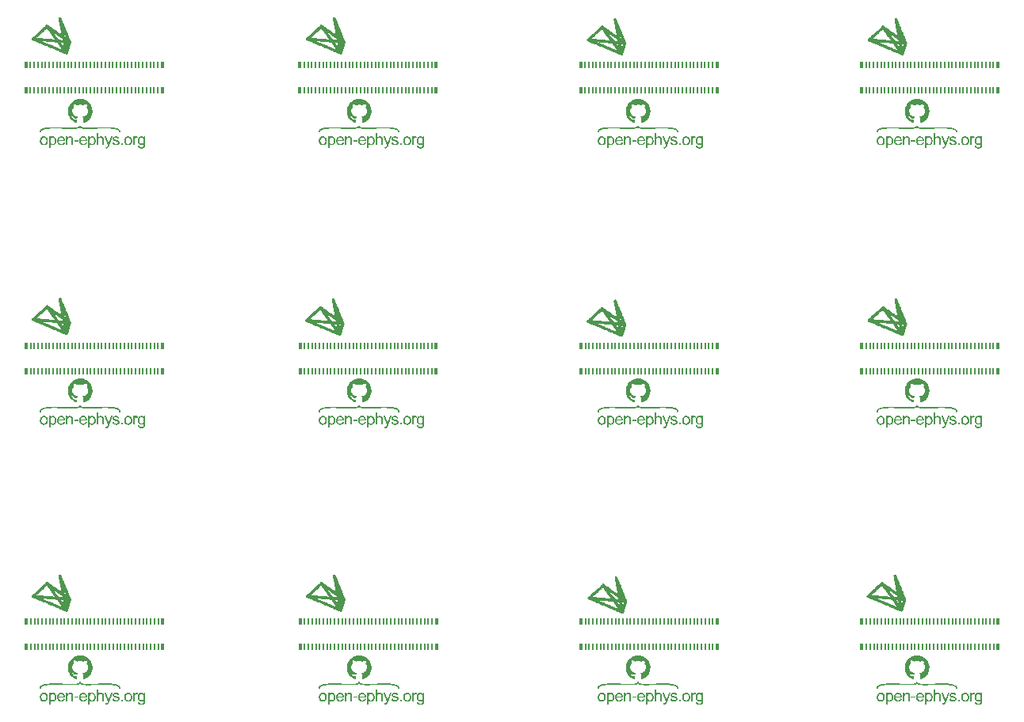
<source format=gbr>
%TF.GenerationSoftware,KiCad,Pcbnew,(7.0.0)*%
%TF.CreationDate,2023-05-18T16:05:58-04:00*%
%TF.ProjectId,eib-64-cap,6569622d-3634-42d6-9361-702e6b696361,B*%
%TF.SameCoordinates,Original*%
%TF.FileFunction,Soldermask,Top*%
%TF.FilePolarity,Negative*%
%FSLAX46Y46*%
G04 Gerber Fmt 4.6, Leading zero omitted, Abs format (unit mm)*
G04 Created by KiCad (PCBNEW (7.0.0)) date 2023-05-18 16:05:58*
%MOMM*%
%LPD*%
G01*
G04 APERTURE LIST*
%ADD10R,0.230000X0.660000*%
%ADD11R,0.350000X0.660000*%
G04 APERTURE END LIST*
%TO.C,G\u002A\u002A\u002A*%
G36*
X78724336Y-122554162D02*
G01*
X79046717Y-122554162D01*
X79047604Y-122564786D01*
X79051895Y-122592763D01*
X79059090Y-122635193D01*
X79068689Y-122689177D01*
X79080195Y-122751814D01*
X79086862Y-122787355D01*
X79130294Y-123017262D01*
X79197326Y-123067255D01*
X79238338Y-123096859D01*
X79264785Y-123113490D01*
X79277684Y-123117686D01*
X79278108Y-123110127D01*
X79228372Y-122988171D01*
X79185871Y-122884143D01*
X79150111Y-122796849D01*
X79120594Y-122725096D01*
X79096823Y-122667691D01*
X79078303Y-122623440D01*
X79064536Y-122591151D01*
X79055026Y-122569630D01*
X79049276Y-122557685D01*
X79046790Y-122554121D01*
X79046717Y-122554162D01*
X78724336Y-122554162D01*
X78718285Y-122520918D01*
X78701888Y-122431573D01*
X78683307Y-122330956D01*
X78662816Y-122220565D01*
X78640691Y-122101898D01*
X78617205Y-121976456D01*
X78603160Y-121901672D01*
X78578886Y-121772208D01*
X78555741Y-121648074D01*
X78534012Y-121530835D01*
X78513982Y-121422058D01*
X78495934Y-121323309D01*
X78480154Y-121236153D01*
X78466926Y-121162156D01*
X78456533Y-121102884D01*
X78449260Y-121059903D01*
X78445391Y-121034779D01*
X78444817Y-121029201D01*
X78452820Y-120993005D01*
X78474631Y-120953835D01*
X78506005Y-120918688D01*
X78517586Y-120909274D01*
X78560568Y-120889338D01*
X78609062Y-120885465D01*
X78657548Y-120896293D01*
X78700505Y-120920458D01*
X78732413Y-120956597D01*
X78736035Y-120963223D01*
X78742146Y-120977122D01*
X78755559Y-121008946D01*
X78775792Y-121057519D01*
X78802362Y-121121666D01*
X78834785Y-121200211D01*
X78872579Y-121291980D01*
X78915261Y-121395798D01*
X78962346Y-121510489D01*
X79013353Y-121634878D01*
X79067798Y-121767790D01*
X79125198Y-121908050D01*
X79185070Y-122054483D01*
X79246932Y-122205914D01*
X79253240Y-122221363D01*
X79315354Y-122373447D01*
X79375571Y-122520794D01*
X79433403Y-122662217D01*
X79488362Y-122796527D01*
X79539962Y-122922536D01*
X79587715Y-123039056D01*
X79631134Y-123144900D01*
X79669731Y-123238879D01*
X79703019Y-123319805D01*
X79730510Y-123386491D01*
X79751718Y-123437748D01*
X79766154Y-123472388D01*
X79773332Y-123489223D01*
X79773602Y-123489816D01*
X79792382Y-123548941D01*
X79791690Y-123604085D01*
X79781639Y-123637102D01*
X79776155Y-123653052D01*
X79765408Y-123686853D01*
X79749986Y-123736577D01*
X79730474Y-123800295D01*
X79707459Y-123876081D01*
X79681528Y-123962005D01*
X79653266Y-124056140D01*
X79623260Y-124156559D01*
X79605308Y-124216856D01*
X79574643Y-124319861D01*
X79545478Y-124417572D01*
X79518390Y-124508081D01*
X79493953Y-124589478D01*
X79472740Y-124659856D01*
X79455328Y-124717307D01*
X79442290Y-124759921D01*
X79434202Y-124785790D01*
X79431989Y-124792413D01*
X79406877Y-124832417D01*
X79368264Y-124860607D01*
X79320324Y-124875797D01*
X79267231Y-124876803D01*
X79213160Y-124862439D01*
X79202482Y-124857562D01*
X79187465Y-124850854D01*
X79154607Y-124836679D01*
X79105083Y-124815528D01*
X79040062Y-124787895D01*
X78960719Y-124754270D01*
X78868226Y-124715147D01*
X78763753Y-124671018D01*
X78648475Y-124622376D01*
X78523563Y-124569713D01*
X78390189Y-124513521D01*
X78249526Y-124454292D01*
X78102746Y-124392520D01*
X77951021Y-124328696D01*
X77795523Y-124263313D01*
X77637426Y-124196863D01*
X77477900Y-124129839D01*
X77318119Y-124062732D01*
X77159254Y-123996037D01*
X77002478Y-123930244D01*
X76848964Y-123865846D01*
X76699883Y-123803336D01*
X76556407Y-123743206D01*
X76419709Y-123685948D01*
X76290962Y-123632055D01*
X76171337Y-123582019D01*
X76062007Y-123536333D01*
X75964144Y-123495489D01*
X75912822Y-123474105D01*
X76734522Y-123474105D01*
X76734992Y-123474666D01*
X76745465Y-123479810D01*
X76773399Y-123492213D01*
X76817309Y-123511254D01*
X76875711Y-123536310D01*
X76947120Y-123566759D01*
X77030052Y-123601979D01*
X77123023Y-123641346D01*
X77224550Y-123684240D01*
X77333147Y-123730037D01*
X77447330Y-123778115D01*
X77565616Y-123827852D01*
X77686519Y-123878626D01*
X77808556Y-123929814D01*
X77930243Y-123980793D01*
X78050096Y-124030942D01*
X78166629Y-124079639D01*
X78278359Y-124126260D01*
X78383802Y-124170184D01*
X78481474Y-124210788D01*
X78569890Y-124247449D01*
X78647566Y-124279547D01*
X78713017Y-124306457D01*
X78764761Y-124327558D01*
X78801312Y-124342228D01*
X78821185Y-124349844D01*
X78824480Y-124350793D01*
X78819469Y-124341893D01*
X78803575Y-124318004D01*
X78778007Y-124280849D01*
X78743972Y-124232150D01*
X78702677Y-124173630D01*
X78655332Y-124107009D01*
X78603142Y-124034011D01*
X78567440Y-123984299D01*
X78511957Y-123907655D01*
X78459529Y-123836143D01*
X78411502Y-123771531D01*
X78369220Y-123715585D01*
X78334025Y-123670074D01*
X78316945Y-123648815D01*
X78715414Y-123648815D01*
X78720490Y-123657414D01*
X78736019Y-123680387D01*
X78760367Y-123715395D01*
X78791898Y-123760102D01*
X78828980Y-123812169D01*
X78854634Y-123847946D01*
X78894619Y-123903199D01*
X78930550Y-123952147D01*
X78960725Y-123992525D01*
X78983437Y-124022070D01*
X78996984Y-124038516D01*
X79000053Y-124041126D01*
X78999484Y-124030268D01*
X78995543Y-124002481D01*
X78988771Y-123961087D01*
X78979707Y-123909409D01*
X78970434Y-123858966D01*
X78959222Y-123800690D01*
X78948837Y-123749538D01*
X78940019Y-123708933D01*
X78937750Y-123699656D01*
X79262490Y-123699656D01*
X79262610Y-123710917D01*
X79266132Y-123738654D01*
X79272491Y-123779101D01*
X79281125Y-123828492D01*
X79284571Y-123847148D01*
X79297441Y-123915770D01*
X79307086Y-123966670D01*
X79314058Y-124002404D01*
X79318912Y-124025525D01*
X79322201Y-124038589D01*
X79324477Y-124044149D01*
X79326295Y-124044761D01*
X79327204Y-124044009D01*
X79331456Y-124033199D01*
X79340464Y-124006093D01*
X79353118Y-123966169D01*
X79368308Y-123916905D01*
X79377666Y-123886004D01*
X79393617Y-123832322D01*
X79407208Y-123785284D01*
X79417405Y-123748574D01*
X79423174Y-123725876D01*
X79424084Y-123720694D01*
X79414838Y-123715223D01*
X79390986Y-123709360D01*
X79358514Y-123703884D01*
X79323408Y-123699574D01*
X79291654Y-123697210D01*
X79269237Y-123697571D01*
X79262490Y-123699656D01*
X78937750Y-123699656D01*
X78933505Y-123682297D01*
X78930336Y-123673200D01*
X78918683Y-123669844D01*
X78891989Y-123665396D01*
X78855613Y-123660465D01*
X78814914Y-123655658D01*
X78775254Y-123651584D01*
X78741990Y-123648851D01*
X78720483Y-123648066D01*
X78715414Y-123648815D01*
X78316945Y-123648815D01*
X78307263Y-123636765D01*
X78290277Y-123617425D01*
X78285287Y-123613242D01*
X78271717Y-123610993D01*
X78239281Y-123607182D01*
X78189666Y-123601971D01*
X78124559Y-123595517D01*
X78045648Y-123587980D01*
X77954620Y-123579520D01*
X77853162Y-123570295D01*
X77742962Y-123560465D01*
X77625707Y-123550189D01*
X77526681Y-123541645D01*
X77404643Y-123531145D01*
X77288062Y-123521029D01*
X77178652Y-123511453D01*
X77078131Y-123502570D01*
X76988214Y-123494534D01*
X76910617Y-123487500D01*
X76847057Y-123481621D01*
X76799249Y-123477052D01*
X76768911Y-123473947D01*
X76758390Y-123472624D01*
X76739340Y-123470770D01*
X76734522Y-123474105D01*
X75912822Y-123474105D01*
X75878920Y-123459979D01*
X75807508Y-123430296D01*
X75751080Y-123406932D01*
X75710808Y-123390379D01*
X75687865Y-123381131D01*
X75683608Y-123379519D01*
X75638727Y-123355092D01*
X75601309Y-123318414D01*
X75576759Y-123275398D01*
X75571612Y-123257008D01*
X75568993Y-123243648D01*
X75567027Y-123231448D01*
X75566540Y-123219537D01*
X75568361Y-123207046D01*
X75573317Y-123193107D01*
X75582237Y-123176849D01*
X75595949Y-123157403D01*
X75615279Y-123133901D01*
X75641056Y-123105472D01*
X75648396Y-123097872D01*
X76103538Y-123097872D01*
X76113310Y-123100512D01*
X76140590Y-123104422D01*
X76182323Y-123109253D01*
X76235457Y-123114658D01*
X76296936Y-123120291D01*
X76312369Y-123121619D01*
X76363887Y-123126005D01*
X76413434Y-123130247D01*
X76462799Y-123134503D01*
X76513772Y-123138932D01*
X76568142Y-123143693D01*
X76627699Y-123148944D01*
X76694231Y-123154845D01*
X76769528Y-123161555D01*
X76855379Y-123169232D01*
X76953574Y-123178036D01*
X77065902Y-123188125D01*
X77194152Y-123199659D01*
X77340114Y-123212796D01*
X77433867Y-123221237D01*
X77562335Y-123232799D01*
X77671764Y-123242611D01*
X77763654Y-123250776D01*
X77839507Y-123257397D01*
X77900826Y-123262575D01*
X77949112Y-123266414D01*
X77985866Y-123269016D01*
X78012592Y-123270484D01*
X78030790Y-123270919D01*
X78041962Y-123270425D01*
X78047610Y-123269105D01*
X78049236Y-123267059D01*
X78048341Y-123264393D01*
X78047591Y-123263137D01*
X78035685Y-123245303D01*
X78013433Y-123213398D01*
X77982022Y-123169053D01*
X77942637Y-123113899D01*
X77896465Y-123049567D01*
X77844693Y-122977690D01*
X77788506Y-122899897D01*
X77729092Y-122817821D01*
X77667636Y-122733092D01*
X77605324Y-122647343D01*
X77543344Y-122562203D01*
X77525979Y-122538394D01*
X77916283Y-122538394D01*
X77924356Y-122553081D01*
X77940772Y-122577149D01*
X77954952Y-122596855D01*
X77979632Y-122631182D01*
X78013279Y-122677995D01*
X78054360Y-122735163D01*
X78101342Y-122800552D01*
X78152694Y-122872030D01*
X78206883Y-122947464D01*
X78222373Y-122969028D01*
X78466823Y-123309345D01*
X78633557Y-123326032D01*
X78693081Y-123331844D01*
X78748148Y-123336953D01*
X78794255Y-123340962D01*
X78826899Y-123343473D01*
X78837703Y-123344079D01*
X78875116Y-123345439D01*
X78860557Y-123275829D01*
X78850637Y-123237991D01*
X78838871Y-123206825D01*
X78828301Y-123189705D01*
X78816672Y-123180666D01*
X78789876Y-123160864D01*
X78749555Y-123131484D01*
X78697353Y-123093713D01*
X78634913Y-123048734D01*
X78563879Y-122997734D01*
X78485894Y-122941898D01*
X78402603Y-122882411D01*
X78372316Y-122860816D01*
X78287679Y-122800483D01*
X78207847Y-122743553D01*
X78134448Y-122691189D01*
X78069112Y-122644556D01*
X78013469Y-122604817D01*
X77969147Y-122573135D01*
X77937777Y-122550674D01*
X77920988Y-122538596D01*
X77918825Y-122537013D01*
X77916283Y-122538394D01*
X77525979Y-122538394D01*
X77482882Y-122479305D01*
X77425123Y-122400280D01*
X77371254Y-122326759D01*
X77322462Y-122260373D01*
X77279933Y-122202753D01*
X77244852Y-122155532D01*
X77218408Y-122120340D01*
X77201785Y-122098808D01*
X77196219Y-122092455D01*
X77187332Y-122099245D01*
X77164822Y-122118711D01*
X77130158Y-122149502D01*
X77084813Y-122190263D01*
X77030255Y-122239641D01*
X76967957Y-122296284D01*
X76899388Y-122358838D01*
X76826019Y-122425949D01*
X76749321Y-122496265D01*
X76670764Y-122568433D01*
X76591820Y-122641099D01*
X76513958Y-122712910D01*
X76438650Y-122782512D01*
X76367365Y-122848554D01*
X76301576Y-122909680D01*
X76242751Y-122964539D01*
X76192363Y-123011777D01*
X76151882Y-123050041D01*
X76122777Y-123077978D01*
X76106521Y-123094234D01*
X76103538Y-123097872D01*
X75648396Y-123097872D01*
X75674108Y-123071247D01*
X75715262Y-123030358D01*
X75765347Y-122981935D01*
X75825189Y-122925108D01*
X75895617Y-122859008D01*
X75977458Y-122782766D01*
X76071541Y-122695513D01*
X76178693Y-122596379D01*
X76299742Y-122484494D01*
X76362198Y-122426771D01*
X76469687Y-122327541D01*
X76573282Y-122232148D01*
X76671935Y-122141543D01*
X76764599Y-122056678D01*
X76850226Y-121978503D01*
X76927768Y-121907971D01*
X76996179Y-121846032D01*
X77054410Y-121793638D01*
X77101415Y-121751740D01*
X77136145Y-121721290D01*
X77157553Y-121703239D01*
X77164110Y-121698462D01*
X77214594Y-121686374D01*
X77265825Y-121693912D01*
X77286903Y-121703170D01*
X77300229Y-121711820D01*
X77329011Y-121731600D01*
X77371962Y-121761597D01*
X77427794Y-121800896D01*
X77495219Y-121848584D01*
X77572950Y-121903749D01*
X77659699Y-121965476D01*
X77754178Y-122032852D01*
X77855100Y-122104963D01*
X77961176Y-122180897D01*
X78037503Y-122235617D01*
X78145563Y-122313063D01*
X78248756Y-122386882D01*
X78345866Y-122456210D01*
X78435672Y-122520184D01*
X78516957Y-122577940D01*
X78588503Y-122628615D01*
X78649090Y-122671345D01*
X78697500Y-122705268D01*
X78732515Y-122729519D01*
X78752916Y-122743236D01*
X78757892Y-122746092D01*
X78756537Y-122735594D01*
X78751623Y-122706328D01*
X78743427Y-122659795D01*
X78732223Y-122597492D01*
X78724336Y-122554162D01*
G37*
G36*
X108024336Y-122554162D02*
G01*
X108346717Y-122554162D01*
X108347604Y-122564786D01*
X108351895Y-122592763D01*
X108359090Y-122635193D01*
X108368689Y-122689177D01*
X108380195Y-122751814D01*
X108386862Y-122787355D01*
X108430294Y-123017262D01*
X108497326Y-123067255D01*
X108538338Y-123096859D01*
X108564785Y-123113490D01*
X108577684Y-123117686D01*
X108578108Y-123110127D01*
X108528372Y-122988171D01*
X108485871Y-122884143D01*
X108450111Y-122796849D01*
X108420594Y-122725096D01*
X108396823Y-122667691D01*
X108378303Y-122623440D01*
X108364536Y-122591151D01*
X108355026Y-122569630D01*
X108349276Y-122557685D01*
X108346790Y-122554121D01*
X108346717Y-122554162D01*
X108024336Y-122554162D01*
X108018285Y-122520918D01*
X108001888Y-122431573D01*
X107983307Y-122330956D01*
X107962816Y-122220565D01*
X107940691Y-122101898D01*
X107917205Y-121976456D01*
X107903160Y-121901672D01*
X107878886Y-121772208D01*
X107855741Y-121648074D01*
X107834012Y-121530835D01*
X107813982Y-121422058D01*
X107795934Y-121323309D01*
X107780154Y-121236153D01*
X107766926Y-121162156D01*
X107756533Y-121102884D01*
X107749260Y-121059903D01*
X107745391Y-121034779D01*
X107744817Y-121029201D01*
X107752820Y-120993005D01*
X107774631Y-120953835D01*
X107806005Y-120918688D01*
X107817586Y-120909274D01*
X107860568Y-120889338D01*
X107909062Y-120885465D01*
X107957548Y-120896293D01*
X108000505Y-120920458D01*
X108032413Y-120956597D01*
X108036035Y-120963223D01*
X108042146Y-120977122D01*
X108055559Y-121008946D01*
X108075792Y-121057519D01*
X108102362Y-121121666D01*
X108134785Y-121200211D01*
X108172579Y-121291980D01*
X108215261Y-121395798D01*
X108262346Y-121510489D01*
X108313353Y-121634878D01*
X108367798Y-121767790D01*
X108425198Y-121908050D01*
X108485070Y-122054483D01*
X108546932Y-122205914D01*
X108553240Y-122221363D01*
X108615354Y-122373447D01*
X108675571Y-122520794D01*
X108733403Y-122662217D01*
X108788362Y-122796527D01*
X108839962Y-122922536D01*
X108887715Y-123039056D01*
X108931134Y-123144900D01*
X108969731Y-123238879D01*
X109003019Y-123319805D01*
X109030510Y-123386491D01*
X109051718Y-123437748D01*
X109066154Y-123472388D01*
X109073332Y-123489223D01*
X109073602Y-123489816D01*
X109092382Y-123548941D01*
X109091690Y-123604085D01*
X109081639Y-123637102D01*
X109076155Y-123653052D01*
X109065408Y-123686853D01*
X109049986Y-123736577D01*
X109030474Y-123800295D01*
X109007459Y-123876081D01*
X108981528Y-123962005D01*
X108953266Y-124056140D01*
X108923260Y-124156559D01*
X108905308Y-124216856D01*
X108874643Y-124319861D01*
X108845478Y-124417572D01*
X108818390Y-124508081D01*
X108793953Y-124589478D01*
X108772740Y-124659856D01*
X108755328Y-124717307D01*
X108742290Y-124759921D01*
X108734202Y-124785790D01*
X108731989Y-124792413D01*
X108706877Y-124832417D01*
X108668264Y-124860607D01*
X108620324Y-124875797D01*
X108567231Y-124876803D01*
X108513160Y-124862439D01*
X108502482Y-124857562D01*
X108487465Y-124850854D01*
X108454607Y-124836679D01*
X108405083Y-124815528D01*
X108340062Y-124787895D01*
X108260719Y-124754270D01*
X108168226Y-124715147D01*
X108063753Y-124671018D01*
X107948475Y-124622376D01*
X107823563Y-124569713D01*
X107690189Y-124513521D01*
X107549526Y-124454292D01*
X107402746Y-124392520D01*
X107251021Y-124328696D01*
X107095523Y-124263313D01*
X106937426Y-124196863D01*
X106777900Y-124129839D01*
X106618119Y-124062732D01*
X106459254Y-123996037D01*
X106302478Y-123930244D01*
X106148964Y-123865846D01*
X105999883Y-123803336D01*
X105856407Y-123743206D01*
X105719709Y-123685948D01*
X105590962Y-123632055D01*
X105471337Y-123582019D01*
X105362007Y-123536333D01*
X105264144Y-123495489D01*
X105212822Y-123474105D01*
X106034522Y-123474105D01*
X106034992Y-123474666D01*
X106045465Y-123479810D01*
X106073399Y-123492213D01*
X106117309Y-123511254D01*
X106175711Y-123536310D01*
X106247120Y-123566759D01*
X106330052Y-123601979D01*
X106423023Y-123641346D01*
X106524550Y-123684240D01*
X106633147Y-123730037D01*
X106747330Y-123778115D01*
X106865616Y-123827852D01*
X106986519Y-123878626D01*
X107108556Y-123929814D01*
X107230243Y-123980793D01*
X107350096Y-124030942D01*
X107466629Y-124079639D01*
X107578359Y-124126260D01*
X107683802Y-124170184D01*
X107781474Y-124210788D01*
X107869890Y-124247449D01*
X107947566Y-124279547D01*
X108013017Y-124306457D01*
X108064761Y-124327558D01*
X108101312Y-124342228D01*
X108121185Y-124349844D01*
X108124480Y-124350793D01*
X108119469Y-124341893D01*
X108103575Y-124318004D01*
X108078007Y-124280849D01*
X108043972Y-124232150D01*
X108002677Y-124173630D01*
X107955332Y-124107009D01*
X107903142Y-124034011D01*
X107867440Y-123984299D01*
X107811957Y-123907655D01*
X107759529Y-123836143D01*
X107711502Y-123771531D01*
X107669220Y-123715585D01*
X107634025Y-123670074D01*
X107616945Y-123648815D01*
X108015414Y-123648815D01*
X108020490Y-123657414D01*
X108036019Y-123680387D01*
X108060367Y-123715395D01*
X108091898Y-123760102D01*
X108128980Y-123812169D01*
X108154634Y-123847946D01*
X108194619Y-123903199D01*
X108230550Y-123952147D01*
X108260725Y-123992525D01*
X108283437Y-124022070D01*
X108296984Y-124038516D01*
X108300053Y-124041126D01*
X108299484Y-124030268D01*
X108295543Y-124002481D01*
X108288771Y-123961087D01*
X108279707Y-123909409D01*
X108270434Y-123858966D01*
X108259222Y-123800690D01*
X108248837Y-123749538D01*
X108240019Y-123708933D01*
X108237750Y-123699656D01*
X108562490Y-123699656D01*
X108562610Y-123710917D01*
X108566132Y-123738654D01*
X108572491Y-123779101D01*
X108581125Y-123828492D01*
X108584571Y-123847148D01*
X108597441Y-123915770D01*
X108607086Y-123966670D01*
X108614058Y-124002404D01*
X108618912Y-124025525D01*
X108622201Y-124038589D01*
X108624477Y-124044149D01*
X108626295Y-124044761D01*
X108627204Y-124044009D01*
X108631456Y-124033199D01*
X108640464Y-124006093D01*
X108653118Y-123966169D01*
X108668308Y-123916905D01*
X108677666Y-123886004D01*
X108693617Y-123832322D01*
X108707208Y-123785284D01*
X108717405Y-123748574D01*
X108723174Y-123725876D01*
X108724084Y-123720694D01*
X108714838Y-123715223D01*
X108690986Y-123709360D01*
X108658514Y-123703884D01*
X108623408Y-123699574D01*
X108591654Y-123697210D01*
X108569237Y-123697571D01*
X108562490Y-123699656D01*
X108237750Y-123699656D01*
X108233505Y-123682297D01*
X108230336Y-123673200D01*
X108218683Y-123669844D01*
X108191989Y-123665396D01*
X108155613Y-123660465D01*
X108114914Y-123655658D01*
X108075254Y-123651584D01*
X108041990Y-123648851D01*
X108020483Y-123648066D01*
X108015414Y-123648815D01*
X107616945Y-123648815D01*
X107607263Y-123636765D01*
X107590277Y-123617425D01*
X107585287Y-123613242D01*
X107571717Y-123610993D01*
X107539281Y-123607182D01*
X107489666Y-123601971D01*
X107424559Y-123595517D01*
X107345648Y-123587980D01*
X107254620Y-123579520D01*
X107153162Y-123570295D01*
X107042962Y-123560465D01*
X106925707Y-123550189D01*
X106826681Y-123541645D01*
X106704643Y-123531145D01*
X106588062Y-123521029D01*
X106478652Y-123511453D01*
X106378131Y-123502570D01*
X106288214Y-123494534D01*
X106210617Y-123487500D01*
X106147057Y-123481621D01*
X106099249Y-123477052D01*
X106068911Y-123473947D01*
X106058390Y-123472624D01*
X106039340Y-123470770D01*
X106034522Y-123474105D01*
X105212822Y-123474105D01*
X105178920Y-123459979D01*
X105107508Y-123430296D01*
X105051080Y-123406932D01*
X105010808Y-123390379D01*
X104987865Y-123381131D01*
X104983608Y-123379519D01*
X104938727Y-123355092D01*
X104901309Y-123318414D01*
X104876759Y-123275398D01*
X104871612Y-123257008D01*
X104868993Y-123243648D01*
X104867027Y-123231448D01*
X104866540Y-123219537D01*
X104868361Y-123207046D01*
X104873317Y-123193107D01*
X104882237Y-123176849D01*
X104895949Y-123157403D01*
X104915279Y-123133901D01*
X104941056Y-123105472D01*
X104948396Y-123097872D01*
X105403538Y-123097872D01*
X105413310Y-123100512D01*
X105440590Y-123104422D01*
X105482323Y-123109253D01*
X105535457Y-123114658D01*
X105596936Y-123120291D01*
X105612369Y-123121619D01*
X105663887Y-123126005D01*
X105713434Y-123130247D01*
X105762799Y-123134503D01*
X105813772Y-123138932D01*
X105868142Y-123143693D01*
X105927699Y-123148944D01*
X105994231Y-123154845D01*
X106069528Y-123161555D01*
X106155379Y-123169232D01*
X106253574Y-123178036D01*
X106365902Y-123188125D01*
X106494152Y-123199659D01*
X106640114Y-123212796D01*
X106733867Y-123221237D01*
X106862335Y-123232799D01*
X106971764Y-123242611D01*
X107063654Y-123250776D01*
X107139507Y-123257397D01*
X107200826Y-123262575D01*
X107249112Y-123266414D01*
X107285866Y-123269016D01*
X107312592Y-123270484D01*
X107330790Y-123270919D01*
X107341962Y-123270425D01*
X107347610Y-123269105D01*
X107349236Y-123267059D01*
X107348341Y-123264393D01*
X107347591Y-123263137D01*
X107335685Y-123245303D01*
X107313433Y-123213398D01*
X107282022Y-123169053D01*
X107242637Y-123113899D01*
X107196465Y-123049567D01*
X107144693Y-122977690D01*
X107088506Y-122899897D01*
X107029092Y-122817821D01*
X106967636Y-122733092D01*
X106905324Y-122647343D01*
X106843344Y-122562203D01*
X106825979Y-122538394D01*
X107216283Y-122538394D01*
X107224356Y-122553081D01*
X107240772Y-122577149D01*
X107254952Y-122596855D01*
X107279632Y-122631182D01*
X107313279Y-122677995D01*
X107354360Y-122735163D01*
X107401342Y-122800552D01*
X107452694Y-122872030D01*
X107506883Y-122947464D01*
X107522373Y-122969028D01*
X107766823Y-123309345D01*
X107933557Y-123326032D01*
X107993081Y-123331844D01*
X108048148Y-123336953D01*
X108094255Y-123340962D01*
X108126899Y-123343473D01*
X108137703Y-123344079D01*
X108175116Y-123345439D01*
X108160557Y-123275829D01*
X108150637Y-123237991D01*
X108138871Y-123206825D01*
X108128301Y-123189705D01*
X108116672Y-123180666D01*
X108089876Y-123160864D01*
X108049555Y-123131484D01*
X107997353Y-123093713D01*
X107934913Y-123048734D01*
X107863879Y-122997734D01*
X107785894Y-122941898D01*
X107702603Y-122882411D01*
X107672316Y-122860816D01*
X107587679Y-122800483D01*
X107507847Y-122743553D01*
X107434448Y-122691189D01*
X107369112Y-122644556D01*
X107313469Y-122604817D01*
X107269147Y-122573135D01*
X107237777Y-122550674D01*
X107220988Y-122538596D01*
X107218825Y-122537013D01*
X107216283Y-122538394D01*
X106825979Y-122538394D01*
X106782882Y-122479305D01*
X106725123Y-122400280D01*
X106671254Y-122326759D01*
X106622462Y-122260373D01*
X106579933Y-122202753D01*
X106544852Y-122155532D01*
X106518408Y-122120340D01*
X106501785Y-122098808D01*
X106496219Y-122092455D01*
X106487332Y-122099245D01*
X106464822Y-122118711D01*
X106430158Y-122149502D01*
X106384813Y-122190263D01*
X106330255Y-122239641D01*
X106267957Y-122296284D01*
X106199388Y-122358838D01*
X106126019Y-122425949D01*
X106049321Y-122496265D01*
X105970764Y-122568433D01*
X105891820Y-122641099D01*
X105813958Y-122712910D01*
X105738650Y-122782512D01*
X105667365Y-122848554D01*
X105601576Y-122909680D01*
X105542751Y-122964539D01*
X105492363Y-123011777D01*
X105451882Y-123050041D01*
X105422777Y-123077978D01*
X105406521Y-123094234D01*
X105403538Y-123097872D01*
X104948396Y-123097872D01*
X104974108Y-123071247D01*
X105015262Y-123030358D01*
X105065347Y-122981935D01*
X105125189Y-122925108D01*
X105195617Y-122859008D01*
X105277458Y-122782766D01*
X105371541Y-122695513D01*
X105478693Y-122596379D01*
X105599742Y-122484494D01*
X105662198Y-122426771D01*
X105769687Y-122327541D01*
X105873282Y-122232148D01*
X105971935Y-122141543D01*
X106064599Y-122056678D01*
X106150226Y-121978503D01*
X106227768Y-121907971D01*
X106296179Y-121846032D01*
X106354410Y-121793638D01*
X106401415Y-121751740D01*
X106436145Y-121721290D01*
X106457553Y-121703239D01*
X106464110Y-121698462D01*
X106514594Y-121686374D01*
X106565825Y-121693912D01*
X106586903Y-121703170D01*
X106600229Y-121711820D01*
X106629011Y-121731600D01*
X106671962Y-121761597D01*
X106727794Y-121800896D01*
X106795219Y-121848584D01*
X106872950Y-121903749D01*
X106959699Y-121965476D01*
X107054178Y-122032852D01*
X107155100Y-122104963D01*
X107261176Y-122180897D01*
X107337503Y-122235617D01*
X107445563Y-122313063D01*
X107548756Y-122386882D01*
X107645866Y-122456210D01*
X107735672Y-122520184D01*
X107816957Y-122577940D01*
X107888503Y-122628615D01*
X107949090Y-122671345D01*
X107997500Y-122705268D01*
X108032515Y-122729519D01*
X108052916Y-122743236D01*
X108057892Y-122746092D01*
X108056537Y-122735594D01*
X108051623Y-122706328D01*
X108043427Y-122659795D01*
X108032223Y-122597492D01*
X108024336Y-122554162D01*
G37*
G36*
X138124336Y-122754162D02*
G01*
X138446717Y-122754162D01*
X138447604Y-122764786D01*
X138451895Y-122792763D01*
X138459090Y-122835193D01*
X138468689Y-122889177D01*
X138480195Y-122951814D01*
X138486862Y-122987355D01*
X138530294Y-123217262D01*
X138597326Y-123267255D01*
X138638338Y-123296859D01*
X138664785Y-123313490D01*
X138677684Y-123317686D01*
X138678108Y-123310127D01*
X138628372Y-123188171D01*
X138585871Y-123084143D01*
X138550111Y-122996849D01*
X138520594Y-122925096D01*
X138496823Y-122867691D01*
X138478303Y-122823440D01*
X138464536Y-122791151D01*
X138455026Y-122769630D01*
X138449276Y-122757685D01*
X138446790Y-122754121D01*
X138446717Y-122754162D01*
X138124336Y-122754162D01*
X138118285Y-122720918D01*
X138101888Y-122631573D01*
X138083307Y-122530956D01*
X138062816Y-122420565D01*
X138040691Y-122301898D01*
X138017205Y-122176456D01*
X138003160Y-122101672D01*
X137978886Y-121972208D01*
X137955741Y-121848074D01*
X137934012Y-121730835D01*
X137913982Y-121622058D01*
X137895934Y-121523309D01*
X137880154Y-121436153D01*
X137866926Y-121362156D01*
X137856533Y-121302884D01*
X137849260Y-121259903D01*
X137845391Y-121234779D01*
X137844817Y-121229201D01*
X137852820Y-121193005D01*
X137874631Y-121153835D01*
X137906005Y-121118688D01*
X137917586Y-121109274D01*
X137960568Y-121089338D01*
X138009062Y-121085465D01*
X138057548Y-121096293D01*
X138100505Y-121120458D01*
X138132413Y-121156597D01*
X138136035Y-121163223D01*
X138142146Y-121177122D01*
X138155559Y-121208946D01*
X138175792Y-121257519D01*
X138202362Y-121321666D01*
X138234785Y-121400211D01*
X138272579Y-121491980D01*
X138315261Y-121595798D01*
X138362346Y-121710489D01*
X138413353Y-121834878D01*
X138467798Y-121967790D01*
X138525198Y-122108050D01*
X138585070Y-122254483D01*
X138646932Y-122405914D01*
X138653240Y-122421363D01*
X138715354Y-122573447D01*
X138775571Y-122720794D01*
X138833403Y-122862217D01*
X138888362Y-122996527D01*
X138939962Y-123122536D01*
X138987715Y-123239056D01*
X139031134Y-123344900D01*
X139069731Y-123438879D01*
X139103019Y-123519805D01*
X139130510Y-123586491D01*
X139151718Y-123637748D01*
X139166154Y-123672388D01*
X139173332Y-123689223D01*
X139173602Y-123689816D01*
X139192382Y-123748941D01*
X139191690Y-123804085D01*
X139181639Y-123837102D01*
X139176155Y-123853052D01*
X139165408Y-123886853D01*
X139149986Y-123936577D01*
X139130474Y-124000295D01*
X139107459Y-124076081D01*
X139081528Y-124162005D01*
X139053266Y-124256140D01*
X139023260Y-124356559D01*
X139005308Y-124416856D01*
X138974643Y-124519861D01*
X138945478Y-124617572D01*
X138918390Y-124708081D01*
X138893953Y-124789478D01*
X138872740Y-124859856D01*
X138855328Y-124917307D01*
X138842290Y-124959921D01*
X138834202Y-124985790D01*
X138831989Y-124992413D01*
X138806877Y-125032417D01*
X138768264Y-125060607D01*
X138720324Y-125075797D01*
X138667231Y-125076803D01*
X138613160Y-125062439D01*
X138602482Y-125057562D01*
X138587465Y-125050854D01*
X138554607Y-125036679D01*
X138505083Y-125015528D01*
X138440062Y-124987895D01*
X138360719Y-124954270D01*
X138268226Y-124915147D01*
X138163753Y-124871018D01*
X138048475Y-124822376D01*
X137923563Y-124769713D01*
X137790189Y-124713521D01*
X137649526Y-124654292D01*
X137502746Y-124592520D01*
X137351021Y-124528696D01*
X137195523Y-124463313D01*
X137037426Y-124396863D01*
X136877900Y-124329839D01*
X136718119Y-124262732D01*
X136559254Y-124196037D01*
X136402478Y-124130244D01*
X136248964Y-124065846D01*
X136099883Y-124003336D01*
X135956407Y-123943206D01*
X135819709Y-123885948D01*
X135690962Y-123832055D01*
X135571337Y-123782019D01*
X135462007Y-123736333D01*
X135364144Y-123695489D01*
X135312822Y-123674105D01*
X136134522Y-123674105D01*
X136134992Y-123674666D01*
X136145465Y-123679810D01*
X136173399Y-123692213D01*
X136217309Y-123711254D01*
X136275711Y-123736310D01*
X136347120Y-123766759D01*
X136430052Y-123801979D01*
X136523023Y-123841346D01*
X136624550Y-123884240D01*
X136733147Y-123930037D01*
X136847330Y-123978115D01*
X136965616Y-124027852D01*
X137086519Y-124078626D01*
X137208556Y-124129814D01*
X137330243Y-124180793D01*
X137450096Y-124230942D01*
X137566629Y-124279639D01*
X137678359Y-124326260D01*
X137783802Y-124370184D01*
X137881474Y-124410788D01*
X137969890Y-124447449D01*
X138047566Y-124479547D01*
X138113017Y-124506457D01*
X138164761Y-124527558D01*
X138201312Y-124542228D01*
X138221185Y-124549844D01*
X138224480Y-124550793D01*
X138219469Y-124541893D01*
X138203575Y-124518004D01*
X138178007Y-124480849D01*
X138143972Y-124432150D01*
X138102677Y-124373630D01*
X138055332Y-124307009D01*
X138003142Y-124234011D01*
X137967440Y-124184299D01*
X137911957Y-124107655D01*
X137859529Y-124036143D01*
X137811502Y-123971531D01*
X137769220Y-123915585D01*
X137734025Y-123870074D01*
X137716945Y-123848815D01*
X138115414Y-123848815D01*
X138120490Y-123857414D01*
X138136019Y-123880387D01*
X138160367Y-123915395D01*
X138191898Y-123960102D01*
X138228980Y-124012169D01*
X138254634Y-124047946D01*
X138294619Y-124103199D01*
X138330550Y-124152147D01*
X138360725Y-124192525D01*
X138383437Y-124222070D01*
X138396984Y-124238516D01*
X138400053Y-124241126D01*
X138399484Y-124230268D01*
X138395543Y-124202481D01*
X138388771Y-124161087D01*
X138379707Y-124109409D01*
X138370434Y-124058966D01*
X138359222Y-124000690D01*
X138348837Y-123949538D01*
X138340019Y-123908933D01*
X138337750Y-123899656D01*
X138662490Y-123899656D01*
X138662610Y-123910917D01*
X138666132Y-123938654D01*
X138672491Y-123979101D01*
X138681125Y-124028492D01*
X138684571Y-124047148D01*
X138697441Y-124115770D01*
X138707086Y-124166670D01*
X138714058Y-124202404D01*
X138718912Y-124225525D01*
X138722201Y-124238589D01*
X138724477Y-124244149D01*
X138726295Y-124244761D01*
X138727204Y-124244009D01*
X138731456Y-124233199D01*
X138740464Y-124206093D01*
X138753118Y-124166169D01*
X138768308Y-124116905D01*
X138777666Y-124086004D01*
X138793617Y-124032322D01*
X138807208Y-123985284D01*
X138817405Y-123948574D01*
X138823174Y-123925876D01*
X138824084Y-123920694D01*
X138814838Y-123915223D01*
X138790986Y-123909360D01*
X138758514Y-123903884D01*
X138723408Y-123899574D01*
X138691654Y-123897210D01*
X138669237Y-123897571D01*
X138662490Y-123899656D01*
X138337750Y-123899656D01*
X138333505Y-123882297D01*
X138330336Y-123873200D01*
X138318683Y-123869844D01*
X138291989Y-123865396D01*
X138255613Y-123860465D01*
X138214914Y-123855658D01*
X138175254Y-123851584D01*
X138141990Y-123848851D01*
X138120483Y-123848066D01*
X138115414Y-123848815D01*
X137716945Y-123848815D01*
X137707263Y-123836765D01*
X137690277Y-123817425D01*
X137685287Y-123813242D01*
X137671717Y-123810993D01*
X137639281Y-123807182D01*
X137589666Y-123801971D01*
X137524559Y-123795517D01*
X137445648Y-123787980D01*
X137354620Y-123779520D01*
X137253162Y-123770295D01*
X137142962Y-123760465D01*
X137025707Y-123750189D01*
X136926681Y-123741645D01*
X136804643Y-123731145D01*
X136688062Y-123721029D01*
X136578652Y-123711453D01*
X136478131Y-123702570D01*
X136388214Y-123694534D01*
X136310617Y-123687500D01*
X136247057Y-123681621D01*
X136199249Y-123677052D01*
X136168911Y-123673947D01*
X136158390Y-123672624D01*
X136139340Y-123670770D01*
X136134522Y-123674105D01*
X135312822Y-123674105D01*
X135278920Y-123659979D01*
X135207508Y-123630296D01*
X135151080Y-123606932D01*
X135110808Y-123590379D01*
X135087865Y-123581131D01*
X135083608Y-123579519D01*
X135038727Y-123555092D01*
X135001309Y-123518414D01*
X134976759Y-123475398D01*
X134971612Y-123457008D01*
X134968993Y-123443648D01*
X134967027Y-123431448D01*
X134966540Y-123419537D01*
X134968361Y-123407046D01*
X134973317Y-123393107D01*
X134982237Y-123376849D01*
X134995949Y-123357403D01*
X135015279Y-123333901D01*
X135041056Y-123305472D01*
X135048396Y-123297872D01*
X135503538Y-123297872D01*
X135513310Y-123300512D01*
X135540590Y-123304422D01*
X135582323Y-123309253D01*
X135635457Y-123314658D01*
X135696936Y-123320291D01*
X135712369Y-123321619D01*
X135763887Y-123326005D01*
X135813434Y-123330247D01*
X135862799Y-123334503D01*
X135913772Y-123338932D01*
X135968142Y-123343693D01*
X136027699Y-123348944D01*
X136094231Y-123354845D01*
X136169528Y-123361555D01*
X136255379Y-123369232D01*
X136353574Y-123378036D01*
X136465902Y-123388125D01*
X136594152Y-123399659D01*
X136740114Y-123412796D01*
X136833867Y-123421237D01*
X136962335Y-123432799D01*
X137071764Y-123442611D01*
X137163654Y-123450776D01*
X137239507Y-123457397D01*
X137300826Y-123462575D01*
X137349112Y-123466414D01*
X137385866Y-123469016D01*
X137412592Y-123470484D01*
X137430790Y-123470919D01*
X137441962Y-123470425D01*
X137447610Y-123469105D01*
X137449236Y-123467059D01*
X137448341Y-123464393D01*
X137447591Y-123463137D01*
X137435685Y-123445303D01*
X137413433Y-123413398D01*
X137382022Y-123369053D01*
X137342637Y-123313899D01*
X137296465Y-123249567D01*
X137244693Y-123177690D01*
X137188506Y-123099897D01*
X137129092Y-123017821D01*
X137067636Y-122933092D01*
X137005324Y-122847343D01*
X136943344Y-122762203D01*
X136925979Y-122738394D01*
X137316283Y-122738394D01*
X137324356Y-122753081D01*
X137340772Y-122777149D01*
X137354952Y-122796855D01*
X137379632Y-122831182D01*
X137413279Y-122877995D01*
X137454360Y-122935163D01*
X137501342Y-123000552D01*
X137552694Y-123072030D01*
X137606883Y-123147464D01*
X137622373Y-123169028D01*
X137866823Y-123509345D01*
X138033557Y-123526032D01*
X138093081Y-123531844D01*
X138148148Y-123536953D01*
X138194255Y-123540962D01*
X138226899Y-123543473D01*
X138237703Y-123544079D01*
X138275116Y-123545439D01*
X138260557Y-123475829D01*
X138250637Y-123437991D01*
X138238871Y-123406825D01*
X138228301Y-123389705D01*
X138216672Y-123380666D01*
X138189876Y-123360864D01*
X138149555Y-123331484D01*
X138097353Y-123293713D01*
X138034913Y-123248734D01*
X137963879Y-123197734D01*
X137885894Y-123141898D01*
X137802603Y-123082411D01*
X137772316Y-123060816D01*
X137687679Y-123000483D01*
X137607847Y-122943553D01*
X137534448Y-122891189D01*
X137469112Y-122844556D01*
X137413469Y-122804817D01*
X137369147Y-122773135D01*
X137337777Y-122750674D01*
X137320988Y-122738596D01*
X137318825Y-122737013D01*
X137316283Y-122738394D01*
X136925979Y-122738394D01*
X136882882Y-122679305D01*
X136825123Y-122600280D01*
X136771254Y-122526759D01*
X136722462Y-122460373D01*
X136679933Y-122402753D01*
X136644852Y-122355532D01*
X136618408Y-122320340D01*
X136601785Y-122298808D01*
X136596219Y-122292455D01*
X136587332Y-122299245D01*
X136564822Y-122318711D01*
X136530158Y-122349502D01*
X136484813Y-122390263D01*
X136430255Y-122439641D01*
X136367957Y-122496284D01*
X136299388Y-122558838D01*
X136226019Y-122625949D01*
X136149321Y-122696265D01*
X136070764Y-122768433D01*
X135991820Y-122841099D01*
X135913958Y-122912910D01*
X135838650Y-122982512D01*
X135767365Y-123048554D01*
X135701576Y-123109680D01*
X135642751Y-123164539D01*
X135592363Y-123211777D01*
X135551882Y-123250041D01*
X135522777Y-123277978D01*
X135506521Y-123294234D01*
X135503538Y-123297872D01*
X135048396Y-123297872D01*
X135074108Y-123271247D01*
X135115262Y-123230358D01*
X135165347Y-123181935D01*
X135225189Y-123125108D01*
X135295617Y-123059008D01*
X135377458Y-122982766D01*
X135471541Y-122895513D01*
X135578693Y-122796379D01*
X135699742Y-122684494D01*
X135762198Y-122626771D01*
X135869687Y-122527541D01*
X135973282Y-122432148D01*
X136071935Y-122341543D01*
X136164599Y-122256678D01*
X136250226Y-122178503D01*
X136327768Y-122107971D01*
X136396179Y-122046032D01*
X136454410Y-121993638D01*
X136501415Y-121951740D01*
X136536145Y-121921290D01*
X136557553Y-121903239D01*
X136564110Y-121898462D01*
X136614594Y-121886374D01*
X136665825Y-121893912D01*
X136686903Y-121903170D01*
X136700229Y-121911820D01*
X136729011Y-121931600D01*
X136771962Y-121961597D01*
X136827794Y-122000896D01*
X136895219Y-122048584D01*
X136972950Y-122103749D01*
X137059699Y-122165476D01*
X137154178Y-122232852D01*
X137255100Y-122304963D01*
X137361176Y-122380897D01*
X137437503Y-122435617D01*
X137545563Y-122513063D01*
X137648756Y-122586882D01*
X137745866Y-122656210D01*
X137835672Y-122720184D01*
X137916957Y-122777940D01*
X137988503Y-122828615D01*
X138049090Y-122871345D01*
X138097500Y-122905268D01*
X138132515Y-122929519D01*
X138152916Y-122943236D01*
X138157892Y-122946092D01*
X138156537Y-122935594D01*
X138151623Y-122906328D01*
X138143427Y-122859795D01*
X138132223Y-122797492D01*
X138124336Y-122754162D01*
G37*
G36*
X167924336Y-122554162D02*
G01*
X168246717Y-122554162D01*
X168247604Y-122564786D01*
X168251895Y-122592763D01*
X168259090Y-122635193D01*
X168268689Y-122689177D01*
X168280195Y-122751814D01*
X168286862Y-122787355D01*
X168330294Y-123017262D01*
X168397326Y-123067255D01*
X168438338Y-123096859D01*
X168464785Y-123113490D01*
X168477684Y-123117686D01*
X168478108Y-123110127D01*
X168428372Y-122988171D01*
X168385871Y-122884143D01*
X168350111Y-122796849D01*
X168320594Y-122725096D01*
X168296823Y-122667691D01*
X168278303Y-122623440D01*
X168264536Y-122591151D01*
X168255026Y-122569630D01*
X168249276Y-122557685D01*
X168246790Y-122554121D01*
X168246717Y-122554162D01*
X167924336Y-122554162D01*
X167918285Y-122520918D01*
X167901888Y-122431573D01*
X167883307Y-122330956D01*
X167862816Y-122220565D01*
X167840691Y-122101898D01*
X167817205Y-121976456D01*
X167803160Y-121901672D01*
X167778886Y-121772208D01*
X167755741Y-121648074D01*
X167734012Y-121530835D01*
X167713982Y-121422058D01*
X167695934Y-121323309D01*
X167680154Y-121236153D01*
X167666926Y-121162156D01*
X167656533Y-121102884D01*
X167649260Y-121059903D01*
X167645391Y-121034779D01*
X167644817Y-121029201D01*
X167652820Y-120993005D01*
X167674631Y-120953835D01*
X167706005Y-120918688D01*
X167717586Y-120909274D01*
X167760568Y-120889338D01*
X167809062Y-120885465D01*
X167857548Y-120896293D01*
X167900505Y-120920458D01*
X167932413Y-120956597D01*
X167936035Y-120963223D01*
X167942146Y-120977122D01*
X167955559Y-121008946D01*
X167975792Y-121057519D01*
X168002362Y-121121666D01*
X168034785Y-121200211D01*
X168072579Y-121291980D01*
X168115261Y-121395798D01*
X168162346Y-121510489D01*
X168213353Y-121634878D01*
X168267798Y-121767790D01*
X168325198Y-121908050D01*
X168385070Y-122054483D01*
X168446932Y-122205914D01*
X168453240Y-122221363D01*
X168515354Y-122373447D01*
X168575571Y-122520794D01*
X168633403Y-122662217D01*
X168688362Y-122796527D01*
X168739962Y-122922536D01*
X168787715Y-123039056D01*
X168831134Y-123144900D01*
X168869731Y-123238879D01*
X168903019Y-123319805D01*
X168930510Y-123386491D01*
X168951718Y-123437748D01*
X168966154Y-123472388D01*
X168973332Y-123489223D01*
X168973602Y-123489816D01*
X168992382Y-123548941D01*
X168991690Y-123604085D01*
X168981639Y-123637102D01*
X168976155Y-123653052D01*
X168965408Y-123686853D01*
X168949986Y-123736577D01*
X168930474Y-123800295D01*
X168907459Y-123876081D01*
X168881528Y-123962005D01*
X168853266Y-124056140D01*
X168823260Y-124156559D01*
X168805308Y-124216856D01*
X168774643Y-124319861D01*
X168745478Y-124417572D01*
X168718390Y-124508081D01*
X168693953Y-124589478D01*
X168672740Y-124659856D01*
X168655328Y-124717307D01*
X168642290Y-124759921D01*
X168634202Y-124785790D01*
X168631989Y-124792413D01*
X168606877Y-124832417D01*
X168568264Y-124860607D01*
X168520324Y-124875797D01*
X168467231Y-124876803D01*
X168413160Y-124862439D01*
X168402482Y-124857562D01*
X168387465Y-124850854D01*
X168354607Y-124836679D01*
X168305083Y-124815528D01*
X168240062Y-124787895D01*
X168160719Y-124754270D01*
X168068226Y-124715147D01*
X167963753Y-124671018D01*
X167848475Y-124622376D01*
X167723563Y-124569713D01*
X167590189Y-124513521D01*
X167449526Y-124454292D01*
X167302746Y-124392520D01*
X167151021Y-124328696D01*
X166995523Y-124263313D01*
X166837426Y-124196863D01*
X166677900Y-124129839D01*
X166518119Y-124062732D01*
X166359254Y-123996037D01*
X166202478Y-123930244D01*
X166048964Y-123865846D01*
X165899883Y-123803336D01*
X165756407Y-123743206D01*
X165619709Y-123685948D01*
X165490962Y-123632055D01*
X165371337Y-123582019D01*
X165262007Y-123536333D01*
X165164144Y-123495489D01*
X165112822Y-123474105D01*
X165934522Y-123474105D01*
X165934992Y-123474666D01*
X165945465Y-123479810D01*
X165973399Y-123492213D01*
X166017309Y-123511254D01*
X166075711Y-123536310D01*
X166147120Y-123566759D01*
X166230052Y-123601979D01*
X166323023Y-123641346D01*
X166424550Y-123684240D01*
X166533147Y-123730037D01*
X166647330Y-123778115D01*
X166765616Y-123827852D01*
X166886519Y-123878626D01*
X167008556Y-123929814D01*
X167130243Y-123980793D01*
X167250096Y-124030942D01*
X167366629Y-124079639D01*
X167478359Y-124126260D01*
X167583802Y-124170184D01*
X167681474Y-124210788D01*
X167769890Y-124247449D01*
X167847566Y-124279547D01*
X167913017Y-124306457D01*
X167964761Y-124327558D01*
X168001312Y-124342228D01*
X168021185Y-124349844D01*
X168024480Y-124350793D01*
X168019469Y-124341893D01*
X168003575Y-124318004D01*
X167978007Y-124280849D01*
X167943972Y-124232150D01*
X167902677Y-124173630D01*
X167855332Y-124107009D01*
X167803142Y-124034011D01*
X167767440Y-123984299D01*
X167711957Y-123907655D01*
X167659529Y-123836143D01*
X167611502Y-123771531D01*
X167569220Y-123715585D01*
X167534025Y-123670074D01*
X167516945Y-123648815D01*
X167915414Y-123648815D01*
X167920490Y-123657414D01*
X167936019Y-123680387D01*
X167960367Y-123715395D01*
X167991898Y-123760102D01*
X168028980Y-123812169D01*
X168054634Y-123847946D01*
X168094619Y-123903199D01*
X168130550Y-123952147D01*
X168160725Y-123992525D01*
X168183437Y-124022070D01*
X168196984Y-124038516D01*
X168200053Y-124041126D01*
X168199484Y-124030268D01*
X168195543Y-124002481D01*
X168188771Y-123961087D01*
X168179707Y-123909409D01*
X168170434Y-123858966D01*
X168159222Y-123800690D01*
X168148837Y-123749538D01*
X168140019Y-123708933D01*
X168137750Y-123699656D01*
X168462490Y-123699656D01*
X168462610Y-123710917D01*
X168466132Y-123738654D01*
X168472491Y-123779101D01*
X168481125Y-123828492D01*
X168484571Y-123847148D01*
X168497441Y-123915770D01*
X168507086Y-123966670D01*
X168514058Y-124002404D01*
X168518912Y-124025525D01*
X168522201Y-124038589D01*
X168524477Y-124044149D01*
X168526295Y-124044761D01*
X168527204Y-124044009D01*
X168531456Y-124033199D01*
X168540464Y-124006093D01*
X168553118Y-123966169D01*
X168568308Y-123916905D01*
X168577666Y-123886004D01*
X168593617Y-123832322D01*
X168607208Y-123785284D01*
X168617405Y-123748574D01*
X168623174Y-123725876D01*
X168624084Y-123720694D01*
X168614838Y-123715223D01*
X168590986Y-123709360D01*
X168558514Y-123703884D01*
X168523408Y-123699574D01*
X168491654Y-123697210D01*
X168469237Y-123697571D01*
X168462490Y-123699656D01*
X168137750Y-123699656D01*
X168133505Y-123682297D01*
X168130336Y-123673200D01*
X168118683Y-123669844D01*
X168091989Y-123665396D01*
X168055613Y-123660465D01*
X168014914Y-123655658D01*
X167975254Y-123651584D01*
X167941990Y-123648851D01*
X167920483Y-123648066D01*
X167915414Y-123648815D01*
X167516945Y-123648815D01*
X167507263Y-123636765D01*
X167490277Y-123617425D01*
X167485287Y-123613242D01*
X167471717Y-123610993D01*
X167439281Y-123607182D01*
X167389666Y-123601971D01*
X167324559Y-123595517D01*
X167245648Y-123587980D01*
X167154620Y-123579520D01*
X167053162Y-123570295D01*
X166942962Y-123560465D01*
X166825707Y-123550189D01*
X166726681Y-123541645D01*
X166604643Y-123531145D01*
X166488062Y-123521029D01*
X166378652Y-123511453D01*
X166278131Y-123502570D01*
X166188214Y-123494534D01*
X166110617Y-123487500D01*
X166047057Y-123481621D01*
X165999249Y-123477052D01*
X165968911Y-123473947D01*
X165958390Y-123472624D01*
X165939340Y-123470770D01*
X165934522Y-123474105D01*
X165112822Y-123474105D01*
X165078920Y-123459979D01*
X165007508Y-123430296D01*
X164951080Y-123406932D01*
X164910808Y-123390379D01*
X164887865Y-123381131D01*
X164883608Y-123379519D01*
X164838727Y-123355092D01*
X164801309Y-123318414D01*
X164776759Y-123275398D01*
X164771612Y-123257008D01*
X164768993Y-123243648D01*
X164767027Y-123231448D01*
X164766540Y-123219537D01*
X164768361Y-123207046D01*
X164773317Y-123193107D01*
X164782237Y-123176849D01*
X164795949Y-123157403D01*
X164815279Y-123133901D01*
X164841056Y-123105472D01*
X164848396Y-123097872D01*
X165303538Y-123097872D01*
X165313310Y-123100512D01*
X165340590Y-123104422D01*
X165382323Y-123109253D01*
X165435457Y-123114658D01*
X165496936Y-123120291D01*
X165512369Y-123121619D01*
X165563887Y-123126005D01*
X165613434Y-123130247D01*
X165662799Y-123134503D01*
X165713772Y-123138932D01*
X165768142Y-123143693D01*
X165827699Y-123148944D01*
X165894231Y-123154845D01*
X165969528Y-123161555D01*
X166055379Y-123169232D01*
X166153574Y-123178036D01*
X166265902Y-123188125D01*
X166394152Y-123199659D01*
X166540114Y-123212796D01*
X166633867Y-123221237D01*
X166762335Y-123232799D01*
X166871764Y-123242611D01*
X166963654Y-123250776D01*
X167039507Y-123257397D01*
X167100826Y-123262575D01*
X167149112Y-123266414D01*
X167185866Y-123269016D01*
X167212592Y-123270484D01*
X167230790Y-123270919D01*
X167241962Y-123270425D01*
X167247610Y-123269105D01*
X167249236Y-123267059D01*
X167248341Y-123264393D01*
X167247591Y-123263137D01*
X167235685Y-123245303D01*
X167213433Y-123213398D01*
X167182022Y-123169053D01*
X167142637Y-123113899D01*
X167096465Y-123049567D01*
X167044693Y-122977690D01*
X166988506Y-122899897D01*
X166929092Y-122817821D01*
X166867636Y-122733092D01*
X166805324Y-122647343D01*
X166743344Y-122562203D01*
X166725979Y-122538394D01*
X167116283Y-122538394D01*
X167124356Y-122553081D01*
X167140772Y-122577149D01*
X167154952Y-122596855D01*
X167179632Y-122631182D01*
X167213279Y-122677995D01*
X167254360Y-122735163D01*
X167301342Y-122800552D01*
X167352694Y-122872030D01*
X167406883Y-122947464D01*
X167422373Y-122969028D01*
X167666823Y-123309345D01*
X167833557Y-123326032D01*
X167893081Y-123331844D01*
X167948148Y-123336953D01*
X167994255Y-123340962D01*
X168026899Y-123343473D01*
X168037703Y-123344079D01*
X168075116Y-123345439D01*
X168060557Y-123275829D01*
X168050637Y-123237991D01*
X168038871Y-123206825D01*
X168028301Y-123189705D01*
X168016672Y-123180666D01*
X167989876Y-123160864D01*
X167949555Y-123131484D01*
X167897353Y-123093713D01*
X167834913Y-123048734D01*
X167763879Y-122997734D01*
X167685894Y-122941898D01*
X167602603Y-122882411D01*
X167572316Y-122860816D01*
X167487679Y-122800483D01*
X167407847Y-122743553D01*
X167334448Y-122691189D01*
X167269112Y-122644556D01*
X167213469Y-122604817D01*
X167169147Y-122573135D01*
X167137777Y-122550674D01*
X167120988Y-122538596D01*
X167118825Y-122537013D01*
X167116283Y-122538394D01*
X166725979Y-122538394D01*
X166682882Y-122479305D01*
X166625123Y-122400280D01*
X166571254Y-122326759D01*
X166522462Y-122260373D01*
X166479933Y-122202753D01*
X166444852Y-122155532D01*
X166418408Y-122120340D01*
X166401785Y-122098808D01*
X166396219Y-122092455D01*
X166387332Y-122099245D01*
X166364822Y-122118711D01*
X166330158Y-122149502D01*
X166284813Y-122190263D01*
X166230255Y-122239641D01*
X166167957Y-122296284D01*
X166099388Y-122358838D01*
X166026019Y-122425949D01*
X165949321Y-122496265D01*
X165870764Y-122568433D01*
X165791820Y-122641099D01*
X165713958Y-122712910D01*
X165638650Y-122782512D01*
X165567365Y-122848554D01*
X165501576Y-122909680D01*
X165442751Y-122964539D01*
X165392363Y-123011777D01*
X165351882Y-123050041D01*
X165322777Y-123077978D01*
X165306521Y-123094234D01*
X165303538Y-123097872D01*
X164848396Y-123097872D01*
X164874108Y-123071247D01*
X164915262Y-123030358D01*
X164965347Y-122981935D01*
X165025189Y-122925108D01*
X165095617Y-122859008D01*
X165177458Y-122782766D01*
X165271541Y-122695513D01*
X165378693Y-122596379D01*
X165499742Y-122484494D01*
X165562198Y-122426771D01*
X165669687Y-122327541D01*
X165773282Y-122232148D01*
X165871935Y-122141543D01*
X165964599Y-122056678D01*
X166050226Y-121978503D01*
X166127768Y-121907971D01*
X166196179Y-121846032D01*
X166254410Y-121793638D01*
X166301415Y-121751740D01*
X166336145Y-121721290D01*
X166357553Y-121703239D01*
X166364110Y-121698462D01*
X166414594Y-121686374D01*
X166465825Y-121693912D01*
X166486903Y-121703170D01*
X166500229Y-121711820D01*
X166529011Y-121731600D01*
X166571962Y-121761597D01*
X166627794Y-121800896D01*
X166695219Y-121848584D01*
X166772950Y-121903749D01*
X166859699Y-121965476D01*
X166954178Y-122032852D01*
X167055100Y-122104963D01*
X167161176Y-122180897D01*
X167237503Y-122235617D01*
X167345563Y-122313063D01*
X167448756Y-122386882D01*
X167545866Y-122456210D01*
X167635672Y-122520184D01*
X167716957Y-122577940D01*
X167788503Y-122628615D01*
X167849090Y-122671345D01*
X167897500Y-122705268D01*
X167932515Y-122729519D01*
X167952916Y-122743236D01*
X167957892Y-122746092D01*
X167956537Y-122735594D01*
X167951623Y-122706328D01*
X167943427Y-122659795D01*
X167932223Y-122597492D01*
X167924336Y-122554162D01*
G37*
G36*
X168024336Y-93054162D02*
G01*
X168346717Y-93054162D01*
X168347604Y-93064786D01*
X168351895Y-93092763D01*
X168359090Y-93135193D01*
X168368689Y-93189177D01*
X168380195Y-93251814D01*
X168386862Y-93287355D01*
X168430294Y-93517262D01*
X168497326Y-93567255D01*
X168538338Y-93596859D01*
X168564785Y-93613490D01*
X168577684Y-93617686D01*
X168578108Y-93610127D01*
X168528372Y-93488171D01*
X168485871Y-93384143D01*
X168450111Y-93296849D01*
X168420594Y-93225096D01*
X168396823Y-93167691D01*
X168378303Y-93123440D01*
X168364536Y-93091151D01*
X168355026Y-93069630D01*
X168349276Y-93057685D01*
X168346790Y-93054121D01*
X168346717Y-93054162D01*
X168024336Y-93054162D01*
X168018285Y-93020918D01*
X168001888Y-92931573D01*
X167983307Y-92830956D01*
X167962816Y-92720565D01*
X167940691Y-92601898D01*
X167917205Y-92476456D01*
X167903160Y-92401672D01*
X167878886Y-92272208D01*
X167855741Y-92148074D01*
X167834012Y-92030835D01*
X167813982Y-91922058D01*
X167795934Y-91823309D01*
X167780154Y-91736153D01*
X167766926Y-91662156D01*
X167756533Y-91602884D01*
X167749260Y-91559903D01*
X167745391Y-91534779D01*
X167744817Y-91529201D01*
X167752820Y-91493005D01*
X167774631Y-91453835D01*
X167806005Y-91418688D01*
X167817586Y-91409274D01*
X167860568Y-91389338D01*
X167909062Y-91385465D01*
X167957548Y-91396293D01*
X168000505Y-91420458D01*
X168032413Y-91456597D01*
X168036035Y-91463223D01*
X168042146Y-91477122D01*
X168055559Y-91508946D01*
X168075792Y-91557519D01*
X168102362Y-91621666D01*
X168134785Y-91700211D01*
X168172579Y-91791980D01*
X168215261Y-91895798D01*
X168262346Y-92010489D01*
X168313353Y-92134878D01*
X168367798Y-92267790D01*
X168425198Y-92408050D01*
X168485070Y-92554483D01*
X168546932Y-92705914D01*
X168553240Y-92721363D01*
X168615354Y-92873447D01*
X168675571Y-93020794D01*
X168733403Y-93162217D01*
X168788362Y-93296527D01*
X168839962Y-93422536D01*
X168887715Y-93539056D01*
X168931134Y-93644900D01*
X168969731Y-93738879D01*
X169003019Y-93819805D01*
X169030510Y-93886491D01*
X169051718Y-93937748D01*
X169066154Y-93972388D01*
X169073332Y-93989223D01*
X169073602Y-93989816D01*
X169092382Y-94048941D01*
X169091690Y-94104085D01*
X169081639Y-94137102D01*
X169076155Y-94153052D01*
X169065408Y-94186853D01*
X169049986Y-94236577D01*
X169030474Y-94300295D01*
X169007459Y-94376081D01*
X168981528Y-94462005D01*
X168953266Y-94556140D01*
X168923260Y-94656559D01*
X168905308Y-94716856D01*
X168874643Y-94819861D01*
X168845478Y-94917572D01*
X168818390Y-95008081D01*
X168793953Y-95089478D01*
X168772740Y-95159856D01*
X168755328Y-95217307D01*
X168742290Y-95259921D01*
X168734202Y-95285790D01*
X168731989Y-95292413D01*
X168706877Y-95332417D01*
X168668264Y-95360607D01*
X168620324Y-95375797D01*
X168567231Y-95376803D01*
X168513160Y-95362439D01*
X168502482Y-95357562D01*
X168487465Y-95350854D01*
X168454607Y-95336679D01*
X168405083Y-95315528D01*
X168340062Y-95287895D01*
X168260719Y-95254270D01*
X168168226Y-95215147D01*
X168063753Y-95171018D01*
X167948475Y-95122376D01*
X167823563Y-95069713D01*
X167690189Y-95013521D01*
X167549526Y-94954292D01*
X167402746Y-94892520D01*
X167251021Y-94828696D01*
X167095523Y-94763313D01*
X166937426Y-94696863D01*
X166777900Y-94629839D01*
X166618119Y-94562732D01*
X166459254Y-94496037D01*
X166302478Y-94430244D01*
X166148964Y-94365846D01*
X165999883Y-94303336D01*
X165856407Y-94243206D01*
X165719709Y-94185948D01*
X165590962Y-94132055D01*
X165471337Y-94082019D01*
X165362007Y-94036333D01*
X165264144Y-93995489D01*
X165212822Y-93974105D01*
X166034522Y-93974105D01*
X166034992Y-93974666D01*
X166045465Y-93979810D01*
X166073399Y-93992213D01*
X166117309Y-94011254D01*
X166175711Y-94036310D01*
X166247120Y-94066759D01*
X166330052Y-94101979D01*
X166423023Y-94141346D01*
X166524550Y-94184240D01*
X166633147Y-94230037D01*
X166747330Y-94278115D01*
X166865616Y-94327852D01*
X166986519Y-94378626D01*
X167108556Y-94429814D01*
X167230243Y-94480793D01*
X167350096Y-94530942D01*
X167466629Y-94579639D01*
X167578359Y-94626260D01*
X167683802Y-94670184D01*
X167781474Y-94710788D01*
X167869890Y-94747449D01*
X167947566Y-94779547D01*
X168013017Y-94806457D01*
X168064761Y-94827558D01*
X168101312Y-94842228D01*
X168121185Y-94849844D01*
X168124480Y-94850793D01*
X168119469Y-94841893D01*
X168103575Y-94818004D01*
X168078007Y-94780849D01*
X168043972Y-94732150D01*
X168002677Y-94673630D01*
X167955332Y-94607009D01*
X167903142Y-94534011D01*
X167867440Y-94484299D01*
X167811957Y-94407655D01*
X167759529Y-94336143D01*
X167711502Y-94271531D01*
X167669220Y-94215585D01*
X167634025Y-94170074D01*
X167616945Y-94148815D01*
X168015414Y-94148815D01*
X168020490Y-94157414D01*
X168036019Y-94180387D01*
X168060367Y-94215395D01*
X168091898Y-94260102D01*
X168128980Y-94312169D01*
X168154634Y-94347946D01*
X168194619Y-94403199D01*
X168230550Y-94452147D01*
X168260725Y-94492525D01*
X168283437Y-94522070D01*
X168296984Y-94538516D01*
X168300053Y-94541126D01*
X168299484Y-94530268D01*
X168295543Y-94502481D01*
X168288771Y-94461087D01*
X168279707Y-94409409D01*
X168270434Y-94358966D01*
X168259222Y-94300690D01*
X168248837Y-94249538D01*
X168240019Y-94208933D01*
X168237750Y-94199656D01*
X168562490Y-94199656D01*
X168562610Y-94210917D01*
X168566132Y-94238654D01*
X168572491Y-94279101D01*
X168581125Y-94328492D01*
X168584571Y-94347148D01*
X168597441Y-94415770D01*
X168607086Y-94466670D01*
X168614058Y-94502404D01*
X168618912Y-94525525D01*
X168622201Y-94538589D01*
X168624477Y-94544149D01*
X168626295Y-94544761D01*
X168627204Y-94544009D01*
X168631456Y-94533199D01*
X168640464Y-94506093D01*
X168653118Y-94466169D01*
X168668308Y-94416905D01*
X168677666Y-94386004D01*
X168693617Y-94332322D01*
X168707208Y-94285284D01*
X168717405Y-94248574D01*
X168723174Y-94225876D01*
X168724084Y-94220694D01*
X168714838Y-94215223D01*
X168690986Y-94209360D01*
X168658514Y-94203884D01*
X168623408Y-94199574D01*
X168591654Y-94197210D01*
X168569237Y-94197571D01*
X168562490Y-94199656D01*
X168237750Y-94199656D01*
X168233505Y-94182297D01*
X168230336Y-94173200D01*
X168218683Y-94169844D01*
X168191989Y-94165396D01*
X168155613Y-94160465D01*
X168114914Y-94155658D01*
X168075254Y-94151584D01*
X168041990Y-94148851D01*
X168020483Y-94148066D01*
X168015414Y-94148815D01*
X167616945Y-94148815D01*
X167607263Y-94136765D01*
X167590277Y-94117425D01*
X167585287Y-94113242D01*
X167571717Y-94110993D01*
X167539281Y-94107182D01*
X167489666Y-94101971D01*
X167424559Y-94095517D01*
X167345648Y-94087980D01*
X167254620Y-94079520D01*
X167153162Y-94070295D01*
X167042962Y-94060465D01*
X166925707Y-94050189D01*
X166826681Y-94041645D01*
X166704643Y-94031145D01*
X166588062Y-94021029D01*
X166478652Y-94011453D01*
X166378131Y-94002570D01*
X166288214Y-93994534D01*
X166210617Y-93987500D01*
X166147057Y-93981621D01*
X166099249Y-93977052D01*
X166068911Y-93973947D01*
X166058390Y-93972624D01*
X166039340Y-93970770D01*
X166034522Y-93974105D01*
X165212822Y-93974105D01*
X165178920Y-93959979D01*
X165107508Y-93930296D01*
X165051080Y-93906932D01*
X165010808Y-93890379D01*
X164987865Y-93881131D01*
X164983608Y-93879519D01*
X164938727Y-93855092D01*
X164901309Y-93818414D01*
X164876759Y-93775398D01*
X164871612Y-93757008D01*
X164868993Y-93743648D01*
X164867027Y-93731448D01*
X164866540Y-93719537D01*
X164868361Y-93707046D01*
X164873317Y-93693107D01*
X164882237Y-93676849D01*
X164895949Y-93657403D01*
X164915279Y-93633901D01*
X164941056Y-93605472D01*
X164948396Y-93597872D01*
X165403538Y-93597872D01*
X165413310Y-93600512D01*
X165440590Y-93604422D01*
X165482323Y-93609253D01*
X165535457Y-93614658D01*
X165596936Y-93620291D01*
X165612369Y-93621619D01*
X165663887Y-93626005D01*
X165713434Y-93630247D01*
X165762799Y-93634503D01*
X165813772Y-93638932D01*
X165868142Y-93643693D01*
X165927699Y-93648944D01*
X165994231Y-93654845D01*
X166069528Y-93661555D01*
X166155379Y-93669232D01*
X166253574Y-93678036D01*
X166365902Y-93688125D01*
X166494152Y-93699659D01*
X166640114Y-93712796D01*
X166733867Y-93721237D01*
X166862335Y-93732799D01*
X166971764Y-93742611D01*
X167063654Y-93750776D01*
X167139507Y-93757397D01*
X167200826Y-93762575D01*
X167249112Y-93766414D01*
X167285866Y-93769016D01*
X167312592Y-93770484D01*
X167330790Y-93770919D01*
X167341962Y-93770425D01*
X167347610Y-93769105D01*
X167349236Y-93767059D01*
X167348341Y-93764393D01*
X167347591Y-93763137D01*
X167335685Y-93745303D01*
X167313433Y-93713398D01*
X167282022Y-93669053D01*
X167242637Y-93613899D01*
X167196465Y-93549567D01*
X167144693Y-93477690D01*
X167088506Y-93399897D01*
X167029092Y-93317821D01*
X166967636Y-93233092D01*
X166905324Y-93147343D01*
X166843344Y-93062203D01*
X166825979Y-93038394D01*
X167216283Y-93038394D01*
X167224356Y-93053081D01*
X167240772Y-93077149D01*
X167254952Y-93096855D01*
X167279632Y-93131182D01*
X167313279Y-93177995D01*
X167354360Y-93235163D01*
X167401342Y-93300552D01*
X167452694Y-93372030D01*
X167506883Y-93447464D01*
X167522373Y-93469028D01*
X167766823Y-93809345D01*
X167933557Y-93826032D01*
X167993081Y-93831844D01*
X168048148Y-93836953D01*
X168094255Y-93840962D01*
X168126899Y-93843473D01*
X168137703Y-93844079D01*
X168175116Y-93845439D01*
X168160557Y-93775829D01*
X168150637Y-93737991D01*
X168138871Y-93706825D01*
X168128301Y-93689705D01*
X168116672Y-93680666D01*
X168089876Y-93660864D01*
X168049555Y-93631484D01*
X167997353Y-93593713D01*
X167934913Y-93548734D01*
X167863879Y-93497734D01*
X167785894Y-93441898D01*
X167702603Y-93382411D01*
X167672316Y-93360816D01*
X167587679Y-93300483D01*
X167507847Y-93243553D01*
X167434448Y-93191189D01*
X167369112Y-93144556D01*
X167313469Y-93104817D01*
X167269147Y-93073135D01*
X167237777Y-93050674D01*
X167220988Y-93038596D01*
X167218825Y-93037013D01*
X167216283Y-93038394D01*
X166825979Y-93038394D01*
X166782882Y-92979305D01*
X166725123Y-92900280D01*
X166671254Y-92826759D01*
X166622462Y-92760373D01*
X166579933Y-92702753D01*
X166544852Y-92655532D01*
X166518408Y-92620340D01*
X166501785Y-92598808D01*
X166496219Y-92592455D01*
X166487332Y-92599245D01*
X166464822Y-92618711D01*
X166430158Y-92649502D01*
X166384813Y-92690263D01*
X166330255Y-92739641D01*
X166267957Y-92796284D01*
X166199388Y-92858838D01*
X166126019Y-92925949D01*
X166049321Y-92996265D01*
X165970764Y-93068433D01*
X165891820Y-93141099D01*
X165813958Y-93212910D01*
X165738650Y-93282512D01*
X165667365Y-93348554D01*
X165601576Y-93409680D01*
X165542751Y-93464539D01*
X165492363Y-93511777D01*
X165451882Y-93550041D01*
X165422777Y-93577978D01*
X165406521Y-93594234D01*
X165403538Y-93597872D01*
X164948396Y-93597872D01*
X164974108Y-93571247D01*
X165015262Y-93530358D01*
X165065347Y-93481935D01*
X165125189Y-93425108D01*
X165195617Y-93359008D01*
X165277458Y-93282766D01*
X165371541Y-93195513D01*
X165478693Y-93096379D01*
X165599742Y-92984494D01*
X165662198Y-92926771D01*
X165769687Y-92827541D01*
X165873282Y-92732148D01*
X165971935Y-92641543D01*
X166064599Y-92556678D01*
X166150226Y-92478503D01*
X166227768Y-92407971D01*
X166296179Y-92346032D01*
X166354410Y-92293638D01*
X166401415Y-92251740D01*
X166436145Y-92221290D01*
X166457553Y-92203239D01*
X166464110Y-92198462D01*
X166514594Y-92186374D01*
X166565825Y-92193912D01*
X166586903Y-92203170D01*
X166600229Y-92211820D01*
X166629011Y-92231600D01*
X166671962Y-92261597D01*
X166727794Y-92300896D01*
X166795219Y-92348584D01*
X166872950Y-92403749D01*
X166959699Y-92465476D01*
X167054178Y-92532852D01*
X167155100Y-92604963D01*
X167261176Y-92680897D01*
X167337503Y-92735617D01*
X167445563Y-92813063D01*
X167548756Y-92886882D01*
X167645866Y-92956210D01*
X167735672Y-93020184D01*
X167816957Y-93077940D01*
X167888503Y-93128615D01*
X167949090Y-93171345D01*
X167997500Y-93205268D01*
X168032515Y-93229519D01*
X168052916Y-93243236D01*
X168057892Y-93246092D01*
X168056537Y-93235594D01*
X168051623Y-93206328D01*
X168043427Y-93159795D01*
X168032223Y-93097492D01*
X168024336Y-93054162D01*
G37*
G36*
X138024336Y-93154162D02*
G01*
X138346717Y-93154162D01*
X138347604Y-93164786D01*
X138351895Y-93192763D01*
X138359090Y-93235193D01*
X138368689Y-93289177D01*
X138380195Y-93351814D01*
X138386862Y-93387355D01*
X138430294Y-93617262D01*
X138497326Y-93667255D01*
X138538338Y-93696859D01*
X138564785Y-93713490D01*
X138577684Y-93717686D01*
X138578108Y-93710127D01*
X138528372Y-93588171D01*
X138485871Y-93484143D01*
X138450111Y-93396849D01*
X138420594Y-93325096D01*
X138396823Y-93267691D01*
X138378303Y-93223440D01*
X138364536Y-93191151D01*
X138355026Y-93169630D01*
X138349276Y-93157685D01*
X138346790Y-93154121D01*
X138346717Y-93154162D01*
X138024336Y-93154162D01*
X138018285Y-93120918D01*
X138001888Y-93031573D01*
X137983307Y-92930956D01*
X137962816Y-92820565D01*
X137940691Y-92701898D01*
X137917205Y-92576456D01*
X137903160Y-92501672D01*
X137878886Y-92372208D01*
X137855741Y-92248074D01*
X137834012Y-92130835D01*
X137813982Y-92022058D01*
X137795934Y-91923309D01*
X137780154Y-91836153D01*
X137766926Y-91762156D01*
X137756533Y-91702884D01*
X137749260Y-91659903D01*
X137745391Y-91634779D01*
X137744817Y-91629201D01*
X137752820Y-91593005D01*
X137774631Y-91553835D01*
X137806005Y-91518688D01*
X137817586Y-91509274D01*
X137860568Y-91489338D01*
X137909062Y-91485465D01*
X137957548Y-91496293D01*
X138000505Y-91520458D01*
X138032413Y-91556597D01*
X138036035Y-91563223D01*
X138042146Y-91577122D01*
X138055559Y-91608946D01*
X138075792Y-91657519D01*
X138102362Y-91721666D01*
X138134785Y-91800211D01*
X138172579Y-91891980D01*
X138215261Y-91995798D01*
X138262346Y-92110489D01*
X138313353Y-92234878D01*
X138367798Y-92367790D01*
X138425198Y-92508050D01*
X138485070Y-92654483D01*
X138546932Y-92805914D01*
X138553240Y-92821363D01*
X138615354Y-92973447D01*
X138675571Y-93120794D01*
X138733403Y-93262217D01*
X138788362Y-93396527D01*
X138839962Y-93522536D01*
X138887715Y-93639056D01*
X138931134Y-93744900D01*
X138969731Y-93838879D01*
X139003019Y-93919805D01*
X139030510Y-93986491D01*
X139051718Y-94037748D01*
X139066154Y-94072388D01*
X139073332Y-94089223D01*
X139073602Y-94089816D01*
X139092382Y-94148941D01*
X139091690Y-94204085D01*
X139081639Y-94237102D01*
X139076155Y-94253052D01*
X139065408Y-94286853D01*
X139049986Y-94336577D01*
X139030474Y-94400295D01*
X139007459Y-94476081D01*
X138981528Y-94562005D01*
X138953266Y-94656140D01*
X138923260Y-94756559D01*
X138905308Y-94816856D01*
X138874643Y-94919861D01*
X138845478Y-95017572D01*
X138818390Y-95108081D01*
X138793953Y-95189478D01*
X138772740Y-95259856D01*
X138755328Y-95317307D01*
X138742290Y-95359921D01*
X138734202Y-95385790D01*
X138731989Y-95392413D01*
X138706877Y-95432417D01*
X138668264Y-95460607D01*
X138620324Y-95475797D01*
X138567231Y-95476803D01*
X138513160Y-95462439D01*
X138502482Y-95457562D01*
X138487465Y-95450854D01*
X138454607Y-95436679D01*
X138405083Y-95415528D01*
X138340062Y-95387895D01*
X138260719Y-95354270D01*
X138168226Y-95315147D01*
X138063753Y-95271018D01*
X137948475Y-95222376D01*
X137823563Y-95169713D01*
X137690189Y-95113521D01*
X137549526Y-95054292D01*
X137402746Y-94992520D01*
X137251021Y-94928696D01*
X137095523Y-94863313D01*
X136937426Y-94796863D01*
X136777900Y-94729839D01*
X136618119Y-94662732D01*
X136459254Y-94596037D01*
X136302478Y-94530244D01*
X136148964Y-94465846D01*
X135999883Y-94403336D01*
X135856407Y-94343206D01*
X135719709Y-94285948D01*
X135590962Y-94232055D01*
X135471337Y-94182019D01*
X135362007Y-94136333D01*
X135264144Y-94095489D01*
X135212822Y-94074105D01*
X136034522Y-94074105D01*
X136034992Y-94074666D01*
X136045465Y-94079810D01*
X136073399Y-94092213D01*
X136117309Y-94111254D01*
X136175711Y-94136310D01*
X136247120Y-94166759D01*
X136330052Y-94201979D01*
X136423023Y-94241346D01*
X136524550Y-94284240D01*
X136633147Y-94330037D01*
X136747330Y-94378115D01*
X136865616Y-94427852D01*
X136986519Y-94478626D01*
X137108556Y-94529814D01*
X137230243Y-94580793D01*
X137350096Y-94630942D01*
X137466629Y-94679639D01*
X137578359Y-94726260D01*
X137683802Y-94770184D01*
X137781474Y-94810788D01*
X137869890Y-94847449D01*
X137947566Y-94879547D01*
X138013017Y-94906457D01*
X138064761Y-94927558D01*
X138101312Y-94942228D01*
X138121185Y-94949844D01*
X138124480Y-94950793D01*
X138119469Y-94941893D01*
X138103575Y-94918004D01*
X138078007Y-94880849D01*
X138043972Y-94832150D01*
X138002677Y-94773630D01*
X137955332Y-94707009D01*
X137903142Y-94634011D01*
X137867440Y-94584299D01*
X137811957Y-94507655D01*
X137759529Y-94436143D01*
X137711502Y-94371531D01*
X137669220Y-94315585D01*
X137634025Y-94270074D01*
X137616945Y-94248815D01*
X138015414Y-94248815D01*
X138020490Y-94257414D01*
X138036019Y-94280387D01*
X138060367Y-94315395D01*
X138091898Y-94360102D01*
X138128980Y-94412169D01*
X138154634Y-94447946D01*
X138194619Y-94503199D01*
X138230550Y-94552147D01*
X138260725Y-94592525D01*
X138283437Y-94622070D01*
X138296984Y-94638516D01*
X138300053Y-94641126D01*
X138299484Y-94630268D01*
X138295543Y-94602481D01*
X138288771Y-94561087D01*
X138279707Y-94509409D01*
X138270434Y-94458966D01*
X138259222Y-94400690D01*
X138248837Y-94349538D01*
X138240019Y-94308933D01*
X138237750Y-94299656D01*
X138562490Y-94299656D01*
X138562610Y-94310917D01*
X138566132Y-94338654D01*
X138572491Y-94379101D01*
X138581125Y-94428492D01*
X138584571Y-94447148D01*
X138597441Y-94515770D01*
X138607086Y-94566670D01*
X138614058Y-94602404D01*
X138618912Y-94625525D01*
X138622201Y-94638589D01*
X138624477Y-94644149D01*
X138626295Y-94644761D01*
X138627204Y-94644009D01*
X138631456Y-94633199D01*
X138640464Y-94606093D01*
X138653118Y-94566169D01*
X138668308Y-94516905D01*
X138677666Y-94486004D01*
X138693617Y-94432322D01*
X138707208Y-94385284D01*
X138717405Y-94348574D01*
X138723174Y-94325876D01*
X138724084Y-94320694D01*
X138714838Y-94315223D01*
X138690986Y-94309360D01*
X138658514Y-94303884D01*
X138623408Y-94299574D01*
X138591654Y-94297210D01*
X138569237Y-94297571D01*
X138562490Y-94299656D01*
X138237750Y-94299656D01*
X138233505Y-94282297D01*
X138230336Y-94273200D01*
X138218683Y-94269844D01*
X138191989Y-94265396D01*
X138155613Y-94260465D01*
X138114914Y-94255658D01*
X138075254Y-94251584D01*
X138041990Y-94248851D01*
X138020483Y-94248066D01*
X138015414Y-94248815D01*
X137616945Y-94248815D01*
X137607263Y-94236765D01*
X137590277Y-94217425D01*
X137585287Y-94213242D01*
X137571717Y-94210993D01*
X137539281Y-94207182D01*
X137489666Y-94201971D01*
X137424559Y-94195517D01*
X137345648Y-94187980D01*
X137254620Y-94179520D01*
X137153162Y-94170295D01*
X137042962Y-94160465D01*
X136925707Y-94150189D01*
X136826681Y-94141645D01*
X136704643Y-94131145D01*
X136588062Y-94121029D01*
X136478652Y-94111453D01*
X136378131Y-94102570D01*
X136288214Y-94094534D01*
X136210617Y-94087500D01*
X136147057Y-94081621D01*
X136099249Y-94077052D01*
X136068911Y-94073947D01*
X136058390Y-94072624D01*
X136039340Y-94070770D01*
X136034522Y-94074105D01*
X135212822Y-94074105D01*
X135178920Y-94059979D01*
X135107508Y-94030296D01*
X135051080Y-94006932D01*
X135010808Y-93990379D01*
X134987865Y-93981131D01*
X134983608Y-93979519D01*
X134938727Y-93955092D01*
X134901309Y-93918414D01*
X134876759Y-93875398D01*
X134871612Y-93857008D01*
X134868993Y-93843648D01*
X134867027Y-93831448D01*
X134866540Y-93819537D01*
X134868361Y-93807046D01*
X134873317Y-93793107D01*
X134882237Y-93776849D01*
X134895949Y-93757403D01*
X134915279Y-93733901D01*
X134941056Y-93705472D01*
X134948396Y-93697872D01*
X135403538Y-93697872D01*
X135413310Y-93700512D01*
X135440590Y-93704422D01*
X135482323Y-93709253D01*
X135535457Y-93714658D01*
X135596936Y-93720291D01*
X135612369Y-93721619D01*
X135663887Y-93726005D01*
X135713434Y-93730247D01*
X135762799Y-93734503D01*
X135813772Y-93738932D01*
X135868142Y-93743693D01*
X135927699Y-93748944D01*
X135994231Y-93754845D01*
X136069528Y-93761555D01*
X136155379Y-93769232D01*
X136253574Y-93778036D01*
X136365902Y-93788125D01*
X136494152Y-93799659D01*
X136640114Y-93812796D01*
X136733867Y-93821237D01*
X136862335Y-93832799D01*
X136971764Y-93842611D01*
X137063654Y-93850776D01*
X137139507Y-93857397D01*
X137200826Y-93862575D01*
X137249112Y-93866414D01*
X137285866Y-93869016D01*
X137312592Y-93870484D01*
X137330790Y-93870919D01*
X137341962Y-93870425D01*
X137347610Y-93869105D01*
X137349236Y-93867059D01*
X137348341Y-93864393D01*
X137347591Y-93863137D01*
X137335685Y-93845303D01*
X137313433Y-93813398D01*
X137282022Y-93769053D01*
X137242637Y-93713899D01*
X137196465Y-93649567D01*
X137144693Y-93577690D01*
X137088506Y-93499897D01*
X137029092Y-93417821D01*
X136967636Y-93333092D01*
X136905324Y-93247343D01*
X136843344Y-93162203D01*
X136825979Y-93138394D01*
X137216283Y-93138394D01*
X137224356Y-93153081D01*
X137240772Y-93177149D01*
X137254952Y-93196855D01*
X137279632Y-93231182D01*
X137313279Y-93277995D01*
X137354360Y-93335163D01*
X137401342Y-93400552D01*
X137452694Y-93472030D01*
X137506883Y-93547464D01*
X137522373Y-93569028D01*
X137766823Y-93909345D01*
X137933557Y-93926032D01*
X137993081Y-93931844D01*
X138048148Y-93936953D01*
X138094255Y-93940962D01*
X138126899Y-93943473D01*
X138137703Y-93944079D01*
X138175116Y-93945439D01*
X138160557Y-93875829D01*
X138150637Y-93837991D01*
X138138871Y-93806825D01*
X138128301Y-93789705D01*
X138116672Y-93780666D01*
X138089876Y-93760864D01*
X138049555Y-93731484D01*
X137997353Y-93693713D01*
X137934913Y-93648734D01*
X137863879Y-93597734D01*
X137785894Y-93541898D01*
X137702603Y-93482411D01*
X137672316Y-93460816D01*
X137587679Y-93400483D01*
X137507847Y-93343553D01*
X137434448Y-93291189D01*
X137369112Y-93244556D01*
X137313469Y-93204817D01*
X137269147Y-93173135D01*
X137237777Y-93150674D01*
X137220988Y-93138596D01*
X137218825Y-93137013D01*
X137216283Y-93138394D01*
X136825979Y-93138394D01*
X136782882Y-93079305D01*
X136725123Y-93000280D01*
X136671254Y-92926759D01*
X136622462Y-92860373D01*
X136579933Y-92802753D01*
X136544852Y-92755532D01*
X136518408Y-92720340D01*
X136501785Y-92698808D01*
X136496219Y-92692455D01*
X136487332Y-92699245D01*
X136464822Y-92718711D01*
X136430158Y-92749502D01*
X136384813Y-92790263D01*
X136330255Y-92839641D01*
X136267957Y-92896284D01*
X136199388Y-92958838D01*
X136126019Y-93025949D01*
X136049321Y-93096265D01*
X135970764Y-93168433D01*
X135891820Y-93241099D01*
X135813958Y-93312910D01*
X135738650Y-93382512D01*
X135667365Y-93448554D01*
X135601576Y-93509680D01*
X135542751Y-93564539D01*
X135492363Y-93611777D01*
X135451882Y-93650041D01*
X135422777Y-93677978D01*
X135406521Y-93694234D01*
X135403538Y-93697872D01*
X134948396Y-93697872D01*
X134974108Y-93671247D01*
X135015262Y-93630358D01*
X135065347Y-93581935D01*
X135125189Y-93525108D01*
X135195617Y-93459008D01*
X135277458Y-93382766D01*
X135371541Y-93295513D01*
X135478693Y-93196379D01*
X135599742Y-93084494D01*
X135662198Y-93026771D01*
X135769687Y-92927541D01*
X135873282Y-92832148D01*
X135971935Y-92741543D01*
X136064599Y-92656678D01*
X136150226Y-92578503D01*
X136227768Y-92507971D01*
X136296179Y-92446032D01*
X136354410Y-92393638D01*
X136401415Y-92351740D01*
X136436145Y-92321290D01*
X136457553Y-92303239D01*
X136464110Y-92298462D01*
X136514594Y-92286374D01*
X136565825Y-92293912D01*
X136586903Y-92303170D01*
X136600229Y-92311820D01*
X136629011Y-92331600D01*
X136671962Y-92361597D01*
X136727794Y-92400896D01*
X136795219Y-92448584D01*
X136872950Y-92503749D01*
X136959699Y-92565476D01*
X137054178Y-92632852D01*
X137155100Y-92704963D01*
X137261176Y-92780897D01*
X137337503Y-92835617D01*
X137445563Y-92913063D01*
X137548756Y-92986882D01*
X137645866Y-93056210D01*
X137735672Y-93120184D01*
X137816957Y-93177940D01*
X137888503Y-93228615D01*
X137949090Y-93271345D01*
X137997500Y-93305268D01*
X138032515Y-93329519D01*
X138052916Y-93343236D01*
X138057892Y-93346092D01*
X138056537Y-93335594D01*
X138051623Y-93306328D01*
X138043427Y-93259795D01*
X138032223Y-93197492D01*
X138024336Y-93154162D01*
G37*
G36*
X168024336Y-63054162D02*
G01*
X168346717Y-63054162D01*
X168347604Y-63064786D01*
X168351895Y-63092763D01*
X168359090Y-63135193D01*
X168368689Y-63189177D01*
X168380195Y-63251814D01*
X168386862Y-63287355D01*
X168430294Y-63517262D01*
X168497326Y-63567255D01*
X168538338Y-63596859D01*
X168564785Y-63613490D01*
X168577684Y-63617686D01*
X168578108Y-63610127D01*
X168528372Y-63488171D01*
X168485871Y-63384143D01*
X168450111Y-63296849D01*
X168420594Y-63225096D01*
X168396823Y-63167691D01*
X168378303Y-63123440D01*
X168364536Y-63091151D01*
X168355026Y-63069630D01*
X168349276Y-63057685D01*
X168346790Y-63054121D01*
X168346717Y-63054162D01*
X168024336Y-63054162D01*
X168018285Y-63020918D01*
X168001888Y-62931573D01*
X167983307Y-62830956D01*
X167962816Y-62720565D01*
X167940691Y-62601898D01*
X167917205Y-62476456D01*
X167903160Y-62401672D01*
X167878886Y-62272208D01*
X167855741Y-62148074D01*
X167834012Y-62030835D01*
X167813982Y-61922058D01*
X167795934Y-61823309D01*
X167780154Y-61736153D01*
X167766926Y-61662156D01*
X167756533Y-61602884D01*
X167749260Y-61559903D01*
X167745391Y-61534779D01*
X167744817Y-61529201D01*
X167752820Y-61493005D01*
X167774631Y-61453835D01*
X167806005Y-61418688D01*
X167817586Y-61409274D01*
X167860568Y-61389338D01*
X167909062Y-61385465D01*
X167957548Y-61396293D01*
X168000505Y-61420458D01*
X168032413Y-61456597D01*
X168036035Y-61463223D01*
X168042146Y-61477122D01*
X168055559Y-61508946D01*
X168075792Y-61557519D01*
X168102362Y-61621666D01*
X168134785Y-61700211D01*
X168172579Y-61791980D01*
X168215261Y-61895798D01*
X168262346Y-62010489D01*
X168313353Y-62134878D01*
X168367798Y-62267790D01*
X168425198Y-62408050D01*
X168485070Y-62554483D01*
X168546932Y-62705914D01*
X168553240Y-62721363D01*
X168615354Y-62873447D01*
X168675571Y-63020794D01*
X168733403Y-63162217D01*
X168788362Y-63296527D01*
X168839962Y-63422536D01*
X168887715Y-63539056D01*
X168931134Y-63644900D01*
X168969731Y-63738879D01*
X169003019Y-63819805D01*
X169030510Y-63886491D01*
X169051718Y-63937748D01*
X169066154Y-63972388D01*
X169073332Y-63989223D01*
X169073602Y-63989816D01*
X169092382Y-64048941D01*
X169091690Y-64104085D01*
X169081639Y-64137102D01*
X169076155Y-64153052D01*
X169065408Y-64186853D01*
X169049986Y-64236577D01*
X169030474Y-64300295D01*
X169007459Y-64376081D01*
X168981528Y-64462005D01*
X168953266Y-64556140D01*
X168923260Y-64656559D01*
X168905308Y-64716856D01*
X168874643Y-64819861D01*
X168845478Y-64917572D01*
X168818390Y-65008081D01*
X168793953Y-65089478D01*
X168772740Y-65159856D01*
X168755328Y-65217307D01*
X168742290Y-65259921D01*
X168734202Y-65285790D01*
X168731989Y-65292413D01*
X168706877Y-65332417D01*
X168668264Y-65360607D01*
X168620324Y-65375797D01*
X168567231Y-65376803D01*
X168513160Y-65362439D01*
X168502482Y-65357562D01*
X168487465Y-65350854D01*
X168454607Y-65336679D01*
X168405083Y-65315528D01*
X168340062Y-65287895D01*
X168260719Y-65254270D01*
X168168226Y-65215147D01*
X168063753Y-65171018D01*
X167948475Y-65122376D01*
X167823563Y-65069713D01*
X167690189Y-65013521D01*
X167549526Y-64954292D01*
X167402746Y-64892520D01*
X167251021Y-64828696D01*
X167095523Y-64763313D01*
X166937426Y-64696863D01*
X166777900Y-64629839D01*
X166618119Y-64562732D01*
X166459254Y-64496037D01*
X166302478Y-64430244D01*
X166148964Y-64365846D01*
X165999883Y-64303336D01*
X165856407Y-64243206D01*
X165719709Y-64185948D01*
X165590962Y-64132055D01*
X165471337Y-64082019D01*
X165362007Y-64036333D01*
X165264144Y-63995489D01*
X165212822Y-63974105D01*
X166034522Y-63974105D01*
X166034992Y-63974666D01*
X166045465Y-63979810D01*
X166073399Y-63992213D01*
X166117309Y-64011254D01*
X166175711Y-64036310D01*
X166247120Y-64066759D01*
X166330052Y-64101979D01*
X166423023Y-64141346D01*
X166524550Y-64184240D01*
X166633147Y-64230037D01*
X166747330Y-64278115D01*
X166865616Y-64327852D01*
X166986519Y-64378626D01*
X167108556Y-64429814D01*
X167230243Y-64480793D01*
X167350096Y-64530942D01*
X167466629Y-64579639D01*
X167578359Y-64626260D01*
X167683802Y-64670184D01*
X167781474Y-64710788D01*
X167869890Y-64747449D01*
X167947566Y-64779547D01*
X168013017Y-64806457D01*
X168064761Y-64827558D01*
X168101312Y-64842228D01*
X168121185Y-64849844D01*
X168124480Y-64850793D01*
X168119469Y-64841893D01*
X168103575Y-64818004D01*
X168078007Y-64780849D01*
X168043972Y-64732150D01*
X168002677Y-64673630D01*
X167955332Y-64607009D01*
X167903142Y-64534011D01*
X167867440Y-64484299D01*
X167811957Y-64407655D01*
X167759529Y-64336143D01*
X167711502Y-64271531D01*
X167669220Y-64215585D01*
X167634025Y-64170074D01*
X167616945Y-64148815D01*
X168015414Y-64148815D01*
X168020490Y-64157414D01*
X168036019Y-64180387D01*
X168060367Y-64215395D01*
X168091898Y-64260102D01*
X168128980Y-64312169D01*
X168154634Y-64347946D01*
X168194619Y-64403199D01*
X168230550Y-64452147D01*
X168260725Y-64492525D01*
X168283437Y-64522070D01*
X168296984Y-64538516D01*
X168300053Y-64541126D01*
X168299484Y-64530268D01*
X168295543Y-64502481D01*
X168288771Y-64461087D01*
X168279707Y-64409409D01*
X168270434Y-64358966D01*
X168259222Y-64300690D01*
X168248837Y-64249538D01*
X168240019Y-64208933D01*
X168237750Y-64199656D01*
X168562490Y-64199656D01*
X168562610Y-64210917D01*
X168566132Y-64238654D01*
X168572491Y-64279101D01*
X168581125Y-64328492D01*
X168584571Y-64347148D01*
X168597441Y-64415770D01*
X168607086Y-64466670D01*
X168614058Y-64502404D01*
X168618912Y-64525525D01*
X168622201Y-64538589D01*
X168624477Y-64544149D01*
X168626295Y-64544761D01*
X168627204Y-64544009D01*
X168631456Y-64533199D01*
X168640464Y-64506093D01*
X168653118Y-64466169D01*
X168668308Y-64416905D01*
X168677666Y-64386004D01*
X168693617Y-64332322D01*
X168707208Y-64285284D01*
X168717405Y-64248574D01*
X168723174Y-64225876D01*
X168724084Y-64220694D01*
X168714838Y-64215223D01*
X168690986Y-64209360D01*
X168658514Y-64203884D01*
X168623408Y-64199574D01*
X168591654Y-64197210D01*
X168569237Y-64197571D01*
X168562490Y-64199656D01*
X168237750Y-64199656D01*
X168233505Y-64182297D01*
X168230336Y-64173200D01*
X168218683Y-64169844D01*
X168191989Y-64165396D01*
X168155613Y-64160465D01*
X168114914Y-64155658D01*
X168075254Y-64151584D01*
X168041990Y-64148851D01*
X168020483Y-64148066D01*
X168015414Y-64148815D01*
X167616945Y-64148815D01*
X167607263Y-64136765D01*
X167590277Y-64117425D01*
X167585287Y-64113242D01*
X167571717Y-64110993D01*
X167539281Y-64107182D01*
X167489666Y-64101971D01*
X167424559Y-64095517D01*
X167345648Y-64087980D01*
X167254620Y-64079520D01*
X167153162Y-64070295D01*
X167042962Y-64060465D01*
X166925707Y-64050189D01*
X166826681Y-64041645D01*
X166704643Y-64031145D01*
X166588062Y-64021029D01*
X166478652Y-64011453D01*
X166378131Y-64002570D01*
X166288214Y-63994534D01*
X166210617Y-63987500D01*
X166147057Y-63981621D01*
X166099249Y-63977052D01*
X166068911Y-63973947D01*
X166058390Y-63972624D01*
X166039340Y-63970770D01*
X166034522Y-63974105D01*
X165212822Y-63974105D01*
X165178920Y-63959979D01*
X165107508Y-63930296D01*
X165051080Y-63906932D01*
X165010808Y-63890379D01*
X164987865Y-63881131D01*
X164983608Y-63879519D01*
X164938727Y-63855092D01*
X164901309Y-63818414D01*
X164876759Y-63775398D01*
X164871612Y-63757008D01*
X164868993Y-63743648D01*
X164867027Y-63731448D01*
X164866540Y-63719537D01*
X164868361Y-63707046D01*
X164873317Y-63693107D01*
X164882237Y-63676849D01*
X164895949Y-63657403D01*
X164915279Y-63633901D01*
X164941056Y-63605472D01*
X164948396Y-63597872D01*
X165403538Y-63597872D01*
X165413310Y-63600512D01*
X165440590Y-63604422D01*
X165482323Y-63609253D01*
X165535457Y-63614658D01*
X165596936Y-63620291D01*
X165612369Y-63621619D01*
X165663887Y-63626005D01*
X165713434Y-63630247D01*
X165762799Y-63634503D01*
X165813772Y-63638932D01*
X165868142Y-63643693D01*
X165927699Y-63648944D01*
X165994231Y-63654845D01*
X166069528Y-63661555D01*
X166155379Y-63669232D01*
X166253574Y-63678036D01*
X166365902Y-63688125D01*
X166494152Y-63699659D01*
X166640114Y-63712796D01*
X166733867Y-63721237D01*
X166862335Y-63732799D01*
X166971764Y-63742611D01*
X167063654Y-63750776D01*
X167139507Y-63757397D01*
X167200826Y-63762575D01*
X167249112Y-63766414D01*
X167285866Y-63769016D01*
X167312592Y-63770484D01*
X167330790Y-63770919D01*
X167341962Y-63770425D01*
X167347610Y-63769105D01*
X167349236Y-63767059D01*
X167348341Y-63764393D01*
X167347591Y-63763137D01*
X167335685Y-63745303D01*
X167313433Y-63713398D01*
X167282022Y-63669053D01*
X167242637Y-63613899D01*
X167196465Y-63549567D01*
X167144693Y-63477690D01*
X167088506Y-63399897D01*
X167029092Y-63317821D01*
X166967636Y-63233092D01*
X166905324Y-63147343D01*
X166843344Y-63062203D01*
X166825979Y-63038394D01*
X167216283Y-63038394D01*
X167224356Y-63053081D01*
X167240772Y-63077149D01*
X167254952Y-63096855D01*
X167279632Y-63131182D01*
X167313279Y-63177995D01*
X167354360Y-63235163D01*
X167401342Y-63300552D01*
X167452694Y-63372030D01*
X167506883Y-63447464D01*
X167522373Y-63469028D01*
X167766823Y-63809345D01*
X167933557Y-63826032D01*
X167993081Y-63831844D01*
X168048148Y-63836953D01*
X168094255Y-63840962D01*
X168126899Y-63843473D01*
X168137703Y-63844079D01*
X168175116Y-63845439D01*
X168160557Y-63775829D01*
X168150637Y-63737991D01*
X168138871Y-63706825D01*
X168128301Y-63689705D01*
X168116672Y-63680666D01*
X168089876Y-63660864D01*
X168049555Y-63631484D01*
X167997353Y-63593713D01*
X167934913Y-63548734D01*
X167863879Y-63497734D01*
X167785894Y-63441898D01*
X167702603Y-63382411D01*
X167672316Y-63360816D01*
X167587679Y-63300483D01*
X167507847Y-63243553D01*
X167434448Y-63191189D01*
X167369112Y-63144556D01*
X167313469Y-63104817D01*
X167269147Y-63073135D01*
X167237777Y-63050674D01*
X167220988Y-63038596D01*
X167218825Y-63037013D01*
X167216283Y-63038394D01*
X166825979Y-63038394D01*
X166782882Y-62979305D01*
X166725123Y-62900280D01*
X166671254Y-62826759D01*
X166622462Y-62760373D01*
X166579933Y-62702753D01*
X166544852Y-62655532D01*
X166518408Y-62620340D01*
X166501785Y-62598808D01*
X166496219Y-62592455D01*
X166487332Y-62599245D01*
X166464822Y-62618711D01*
X166430158Y-62649502D01*
X166384813Y-62690263D01*
X166330255Y-62739641D01*
X166267957Y-62796284D01*
X166199388Y-62858838D01*
X166126019Y-62925949D01*
X166049321Y-62996265D01*
X165970764Y-63068433D01*
X165891820Y-63141099D01*
X165813958Y-63212910D01*
X165738650Y-63282512D01*
X165667365Y-63348554D01*
X165601576Y-63409680D01*
X165542751Y-63464539D01*
X165492363Y-63511777D01*
X165451882Y-63550041D01*
X165422777Y-63577978D01*
X165406521Y-63594234D01*
X165403538Y-63597872D01*
X164948396Y-63597872D01*
X164974108Y-63571247D01*
X165015262Y-63530358D01*
X165065347Y-63481935D01*
X165125189Y-63425108D01*
X165195617Y-63359008D01*
X165277458Y-63282766D01*
X165371541Y-63195513D01*
X165478693Y-63096379D01*
X165599742Y-62984494D01*
X165662198Y-62926771D01*
X165769687Y-62827541D01*
X165873282Y-62732148D01*
X165971935Y-62641543D01*
X166064599Y-62556678D01*
X166150226Y-62478503D01*
X166227768Y-62407971D01*
X166296179Y-62346032D01*
X166354410Y-62293638D01*
X166401415Y-62251740D01*
X166436145Y-62221290D01*
X166457553Y-62203239D01*
X166464110Y-62198462D01*
X166514594Y-62186374D01*
X166565825Y-62193912D01*
X166586903Y-62203170D01*
X166600229Y-62211820D01*
X166629011Y-62231600D01*
X166671962Y-62261597D01*
X166727794Y-62300896D01*
X166795219Y-62348584D01*
X166872950Y-62403749D01*
X166959699Y-62465476D01*
X167054178Y-62532852D01*
X167155100Y-62604963D01*
X167261176Y-62680897D01*
X167337503Y-62735617D01*
X167445563Y-62813063D01*
X167548756Y-62886882D01*
X167645866Y-62956210D01*
X167735672Y-63020184D01*
X167816957Y-63077940D01*
X167888503Y-63128615D01*
X167949090Y-63171345D01*
X167997500Y-63205268D01*
X168032515Y-63229519D01*
X168052916Y-63243236D01*
X168057892Y-63246092D01*
X168056537Y-63235594D01*
X168051623Y-63206328D01*
X168043427Y-63159795D01*
X168032223Y-63097492D01*
X168024336Y-63054162D01*
G37*
G36*
X138024336Y-63054162D02*
G01*
X138346717Y-63054162D01*
X138347604Y-63064786D01*
X138351895Y-63092763D01*
X138359090Y-63135193D01*
X138368689Y-63189177D01*
X138380195Y-63251814D01*
X138386862Y-63287355D01*
X138430294Y-63517262D01*
X138497326Y-63567255D01*
X138538338Y-63596859D01*
X138564785Y-63613490D01*
X138577684Y-63617686D01*
X138578108Y-63610127D01*
X138528372Y-63488171D01*
X138485871Y-63384143D01*
X138450111Y-63296849D01*
X138420594Y-63225096D01*
X138396823Y-63167691D01*
X138378303Y-63123440D01*
X138364536Y-63091151D01*
X138355026Y-63069630D01*
X138349276Y-63057685D01*
X138346790Y-63054121D01*
X138346717Y-63054162D01*
X138024336Y-63054162D01*
X138018285Y-63020918D01*
X138001888Y-62931573D01*
X137983307Y-62830956D01*
X137962816Y-62720565D01*
X137940691Y-62601898D01*
X137917205Y-62476456D01*
X137903160Y-62401672D01*
X137878886Y-62272208D01*
X137855741Y-62148074D01*
X137834012Y-62030835D01*
X137813982Y-61922058D01*
X137795934Y-61823309D01*
X137780154Y-61736153D01*
X137766926Y-61662156D01*
X137756533Y-61602884D01*
X137749260Y-61559903D01*
X137745391Y-61534779D01*
X137744817Y-61529201D01*
X137752820Y-61493005D01*
X137774631Y-61453835D01*
X137806005Y-61418688D01*
X137817586Y-61409274D01*
X137860568Y-61389338D01*
X137909062Y-61385465D01*
X137957548Y-61396293D01*
X138000505Y-61420458D01*
X138032413Y-61456597D01*
X138036035Y-61463223D01*
X138042146Y-61477122D01*
X138055559Y-61508946D01*
X138075792Y-61557519D01*
X138102362Y-61621666D01*
X138134785Y-61700211D01*
X138172579Y-61791980D01*
X138215261Y-61895798D01*
X138262346Y-62010489D01*
X138313353Y-62134878D01*
X138367798Y-62267790D01*
X138425198Y-62408050D01*
X138485070Y-62554483D01*
X138546932Y-62705914D01*
X138553240Y-62721363D01*
X138615354Y-62873447D01*
X138675571Y-63020794D01*
X138733403Y-63162217D01*
X138788362Y-63296527D01*
X138839962Y-63422536D01*
X138887715Y-63539056D01*
X138931134Y-63644900D01*
X138969731Y-63738879D01*
X139003019Y-63819805D01*
X139030510Y-63886491D01*
X139051718Y-63937748D01*
X139066154Y-63972388D01*
X139073332Y-63989223D01*
X139073602Y-63989816D01*
X139092382Y-64048941D01*
X139091690Y-64104085D01*
X139081639Y-64137102D01*
X139076155Y-64153052D01*
X139065408Y-64186853D01*
X139049986Y-64236577D01*
X139030474Y-64300295D01*
X139007459Y-64376081D01*
X138981528Y-64462005D01*
X138953266Y-64556140D01*
X138923260Y-64656559D01*
X138905308Y-64716856D01*
X138874643Y-64819861D01*
X138845478Y-64917572D01*
X138818390Y-65008081D01*
X138793953Y-65089478D01*
X138772740Y-65159856D01*
X138755328Y-65217307D01*
X138742290Y-65259921D01*
X138734202Y-65285790D01*
X138731989Y-65292413D01*
X138706877Y-65332417D01*
X138668264Y-65360607D01*
X138620324Y-65375797D01*
X138567231Y-65376803D01*
X138513160Y-65362439D01*
X138502482Y-65357562D01*
X138487465Y-65350854D01*
X138454607Y-65336679D01*
X138405083Y-65315528D01*
X138340062Y-65287895D01*
X138260719Y-65254270D01*
X138168226Y-65215147D01*
X138063753Y-65171018D01*
X137948475Y-65122376D01*
X137823563Y-65069713D01*
X137690189Y-65013521D01*
X137549526Y-64954292D01*
X137402746Y-64892520D01*
X137251021Y-64828696D01*
X137095523Y-64763313D01*
X136937426Y-64696863D01*
X136777900Y-64629839D01*
X136618119Y-64562732D01*
X136459254Y-64496037D01*
X136302478Y-64430244D01*
X136148964Y-64365846D01*
X135999883Y-64303336D01*
X135856407Y-64243206D01*
X135719709Y-64185948D01*
X135590962Y-64132055D01*
X135471337Y-64082019D01*
X135362007Y-64036333D01*
X135264144Y-63995489D01*
X135212822Y-63974105D01*
X136034522Y-63974105D01*
X136034992Y-63974666D01*
X136045465Y-63979810D01*
X136073399Y-63992213D01*
X136117309Y-64011254D01*
X136175711Y-64036310D01*
X136247120Y-64066759D01*
X136330052Y-64101979D01*
X136423023Y-64141346D01*
X136524550Y-64184240D01*
X136633147Y-64230037D01*
X136747330Y-64278115D01*
X136865616Y-64327852D01*
X136986519Y-64378626D01*
X137108556Y-64429814D01*
X137230243Y-64480793D01*
X137350096Y-64530942D01*
X137466629Y-64579639D01*
X137578359Y-64626260D01*
X137683802Y-64670184D01*
X137781474Y-64710788D01*
X137869890Y-64747449D01*
X137947566Y-64779547D01*
X138013017Y-64806457D01*
X138064761Y-64827558D01*
X138101312Y-64842228D01*
X138121185Y-64849844D01*
X138124480Y-64850793D01*
X138119469Y-64841893D01*
X138103575Y-64818004D01*
X138078007Y-64780849D01*
X138043972Y-64732150D01*
X138002677Y-64673630D01*
X137955332Y-64607009D01*
X137903142Y-64534011D01*
X137867440Y-64484299D01*
X137811957Y-64407655D01*
X137759529Y-64336143D01*
X137711502Y-64271531D01*
X137669220Y-64215585D01*
X137634025Y-64170074D01*
X137616945Y-64148815D01*
X138015414Y-64148815D01*
X138020490Y-64157414D01*
X138036019Y-64180387D01*
X138060367Y-64215395D01*
X138091898Y-64260102D01*
X138128980Y-64312169D01*
X138154634Y-64347946D01*
X138194619Y-64403199D01*
X138230550Y-64452147D01*
X138260725Y-64492525D01*
X138283437Y-64522070D01*
X138296984Y-64538516D01*
X138300053Y-64541126D01*
X138299484Y-64530268D01*
X138295543Y-64502481D01*
X138288771Y-64461087D01*
X138279707Y-64409409D01*
X138270434Y-64358966D01*
X138259222Y-64300690D01*
X138248837Y-64249538D01*
X138240019Y-64208933D01*
X138237750Y-64199656D01*
X138562490Y-64199656D01*
X138562610Y-64210917D01*
X138566132Y-64238654D01*
X138572491Y-64279101D01*
X138581125Y-64328492D01*
X138584571Y-64347148D01*
X138597441Y-64415770D01*
X138607086Y-64466670D01*
X138614058Y-64502404D01*
X138618912Y-64525525D01*
X138622201Y-64538589D01*
X138624477Y-64544149D01*
X138626295Y-64544761D01*
X138627204Y-64544009D01*
X138631456Y-64533199D01*
X138640464Y-64506093D01*
X138653118Y-64466169D01*
X138668308Y-64416905D01*
X138677666Y-64386004D01*
X138693617Y-64332322D01*
X138707208Y-64285284D01*
X138717405Y-64248574D01*
X138723174Y-64225876D01*
X138724084Y-64220694D01*
X138714838Y-64215223D01*
X138690986Y-64209360D01*
X138658514Y-64203884D01*
X138623408Y-64199574D01*
X138591654Y-64197210D01*
X138569237Y-64197571D01*
X138562490Y-64199656D01*
X138237750Y-64199656D01*
X138233505Y-64182297D01*
X138230336Y-64173200D01*
X138218683Y-64169844D01*
X138191989Y-64165396D01*
X138155613Y-64160465D01*
X138114914Y-64155658D01*
X138075254Y-64151584D01*
X138041990Y-64148851D01*
X138020483Y-64148066D01*
X138015414Y-64148815D01*
X137616945Y-64148815D01*
X137607263Y-64136765D01*
X137590277Y-64117425D01*
X137585287Y-64113242D01*
X137571717Y-64110993D01*
X137539281Y-64107182D01*
X137489666Y-64101971D01*
X137424559Y-64095517D01*
X137345648Y-64087980D01*
X137254620Y-64079520D01*
X137153162Y-64070295D01*
X137042962Y-64060465D01*
X136925707Y-64050189D01*
X136826681Y-64041645D01*
X136704643Y-64031145D01*
X136588062Y-64021029D01*
X136478652Y-64011453D01*
X136378131Y-64002570D01*
X136288214Y-63994534D01*
X136210617Y-63987500D01*
X136147057Y-63981621D01*
X136099249Y-63977052D01*
X136068911Y-63973947D01*
X136058390Y-63972624D01*
X136039340Y-63970770D01*
X136034522Y-63974105D01*
X135212822Y-63974105D01*
X135178920Y-63959979D01*
X135107508Y-63930296D01*
X135051080Y-63906932D01*
X135010808Y-63890379D01*
X134987865Y-63881131D01*
X134983608Y-63879519D01*
X134938727Y-63855092D01*
X134901309Y-63818414D01*
X134876759Y-63775398D01*
X134871612Y-63757008D01*
X134868993Y-63743648D01*
X134867027Y-63731448D01*
X134866540Y-63719537D01*
X134868361Y-63707046D01*
X134873317Y-63693107D01*
X134882237Y-63676849D01*
X134895949Y-63657403D01*
X134915279Y-63633901D01*
X134941056Y-63605472D01*
X134948396Y-63597872D01*
X135403538Y-63597872D01*
X135413310Y-63600512D01*
X135440590Y-63604422D01*
X135482323Y-63609253D01*
X135535457Y-63614658D01*
X135596936Y-63620291D01*
X135612369Y-63621619D01*
X135663887Y-63626005D01*
X135713434Y-63630247D01*
X135762799Y-63634503D01*
X135813772Y-63638932D01*
X135868142Y-63643693D01*
X135927699Y-63648944D01*
X135994231Y-63654845D01*
X136069528Y-63661555D01*
X136155379Y-63669232D01*
X136253574Y-63678036D01*
X136365902Y-63688125D01*
X136494152Y-63699659D01*
X136640114Y-63712796D01*
X136733867Y-63721237D01*
X136862335Y-63732799D01*
X136971764Y-63742611D01*
X137063654Y-63750776D01*
X137139507Y-63757397D01*
X137200826Y-63762575D01*
X137249112Y-63766414D01*
X137285866Y-63769016D01*
X137312592Y-63770484D01*
X137330790Y-63770919D01*
X137341962Y-63770425D01*
X137347610Y-63769105D01*
X137349236Y-63767059D01*
X137348341Y-63764393D01*
X137347591Y-63763137D01*
X137335685Y-63745303D01*
X137313433Y-63713398D01*
X137282022Y-63669053D01*
X137242637Y-63613899D01*
X137196465Y-63549567D01*
X137144693Y-63477690D01*
X137088506Y-63399897D01*
X137029092Y-63317821D01*
X136967636Y-63233092D01*
X136905324Y-63147343D01*
X136843344Y-63062203D01*
X136825979Y-63038394D01*
X137216283Y-63038394D01*
X137224356Y-63053081D01*
X137240772Y-63077149D01*
X137254952Y-63096855D01*
X137279632Y-63131182D01*
X137313279Y-63177995D01*
X137354360Y-63235163D01*
X137401342Y-63300552D01*
X137452694Y-63372030D01*
X137506883Y-63447464D01*
X137522373Y-63469028D01*
X137766823Y-63809345D01*
X137933557Y-63826032D01*
X137993081Y-63831844D01*
X138048148Y-63836953D01*
X138094255Y-63840962D01*
X138126899Y-63843473D01*
X138137703Y-63844079D01*
X138175116Y-63845439D01*
X138160557Y-63775829D01*
X138150637Y-63737991D01*
X138138871Y-63706825D01*
X138128301Y-63689705D01*
X138116672Y-63680666D01*
X138089876Y-63660864D01*
X138049555Y-63631484D01*
X137997353Y-63593713D01*
X137934913Y-63548734D01*
X137863879Y-63497734D01*
X137785894Y-63441898D01*
X137702603Y-63382411D01*
X137672316Y-63360816D01*
X137587679Y-63300483D01*
X137507847Y-63243553D01*
X137434448Y-63191189D01*
X137369112Y-63144556D01*
X137313469Y-63104817D01*
X137269147Y-63073135D01*
X137237777Y-63050674D01*
X137220988Y-63038596D01*
X137218825Y-63037013D01*
X137216283Y-63038394D01*
X136825979Y-63038394D01*
X136782882Y-62979305D01*
X136725123Y-62900280D01*
X136671254Y-62826759D01*
X136622462Y-62760373D01*
X136579933Y-62702753D01*
X136544852Y-62655532D01*
X136518408Y-62620340D01*
X136501785Y-62598808D01*
X136496219Y-62592455D01*
X136487332Y-62599245D01*
X136464822Y-62618711D01*
X136430158Y-62649502D01*
X136384813Y-62690263D01*
X136330255Y-62739641D01*
X136267957Y-62796284D01*
X136199388Y-62858838D01*
X136126019Y-62925949D01*
X136049321Y-62996265D01*
X135970764Y-63068433D01*
X135891820Y-63141099D01*
X135813958Y-63212910D01*
X135738650Y-63282512D01*
X135667365Y-63348554D01*
X135601576Y-63409680D01*
X135542751Y-63464539D01*
X135492363Y-63511777D01*
X135451882Y-63550041D01*
X135422777Y-63577978D01*
X135406521Y-63594234D01*
X135403538Y-63597872D01*
X134948396Y-63597872D01*
X134974108Y-63571247D01*
X135015262Y-63530358D01*
X135065347Y-63481935D01*
X135125189Y-63425108D01*
X135195617Y-63359008D01*
X135277458Y-63282766D01*
X135371541Y-63195513D01*
X135478693Y-63096379D01*
X135599742Y-62984494D01*
X135662198Y-62926771D01*
X135769687Y-62827541D01*
X135873282Y-62732148D01*
X135971935Y-62641543D01*
X136064599Y-62556678D01*
X136150226Y-62478503D01*
X136227768Y-62407971D01*
X136296179Y-62346032D01*
X136354410Y-62293638D01*
X136401415Y-62251740D01*
X136436145Y-62221290D01*
X136457553Y-62203239D01*
X136464110Y-62198462D01*
X136514594Y-62186374D01*
X136565825Y-62193912D01*
X136586903Y-62203170D01*
X136600229Y-62211820D01*
X136629011Y-62231600D01*
X136671962Y-62261597D01*
X136727794Y-62300896D01*
X136795219Y-62348584D01*
X136872950Y-62403749D01*
X136959699Y-62465476D01*
X137054178Y-62532852D01*
X137155100Y-62604963D01*
X137261176Y-62680897D01*
X137337503Y-62735617D01*
X137445563Y-62813063D01*
X137548756Y-62886882D01*
X137645866Y-62956210D01*
X137735672Y-63020184D01*
X137816957Y-63077940D01*
X137888503Y-63128615D01*
X137949090Y-63171345D01*
X137997500Y-63205268D01*
X138032515Y-63229519D01*
X138052916Y-63243236D01*
X138057892Y-63246092D01*
X138056537Y-63235594D01*
X138051623Y-63206328D01*
X138043427Y-63159795D01*
X138032223Y-63097492D01*
X138024336Y-63054162D01*
G37*
G36*
X108024336Y-62954162D02*
G01*
X108346717Y-62954162D01*
X108347604Y-62964786D01*
X108351895Y-62992763D01*
X108359090Y-63035193D01*
X108368689Y-63089177D01*
X108380195Y-63151814D01*
X108386862Y-63187355D01*
X108430294Y-63417262D01*
X108497326Y-63467255D01*
X108538338Y-63496859D01*
X108564785Y-63513490D01*
X108577684Y-63517686D01*
X108578108Y-63510127D01*
X108528372Y-63388171D01*
X108485871Y-63284143D01*
X108450111Y-63196849D01*
X108420594Y-63125096D01*
X108396823Y-63067691D01*
X108378303Y-63023440D01*
X108364536Y-62991151D01*
X108355026Y-62969630D01*
X108349276Y-62957685D01*
X108346790Y-62954121D01*
X108346717Y-62954162D01*
X108024336Y-62954162D01*
X108018285Y-62920918D01*
X108001888Y-62831573D01*
X107983307Y-62730956D01*
X107962816Y-62620565D01*
X107940691Y-62501898D01*
X107917205Y-62376456D01*
X107903160Y-62301672D01*
X107878886Y-62172208D01*
X107855741Y-62048074D01*
X107834012Y-61930835D01*
X107813982Y-61822058D01*
X107795934Y-61723309D01*
X107780154Y-61636153D01*
X107766926Y-61562156D01*
X107756533Y-61502884D01*
X107749260Y-61459903D01*
X107745391Y-61434779D01*
X107744817Y-61429201D01*
X107752820Y-61393005D01*
X107774631Y-61353835D01*
X107806005Y-61318688D01*
X107817586Y-61309274D01*
X107860568Y-61289338D01*
X107909062Y-61285465D01*
X107957548Y-61296293D01*
X108000505Y-61320458D01*
X108032413Y-61356597D01*
X108036035Y-61363223D01*
X108042146Y-61377122D01*
X108055559Y-61408946D01*
X108075792Y-61457519D01*
X108102362Y-61521666D01*
X108134785Y-61600211D01*
X108172579Y-61691980D01*
X108215261Y-61795798D01*
X108262346Y-61910489D01*
X108313353Y-62034878D01*
X108367798Y-62167790D01*
X108425198Y-62308050D01*
X108485070Y-62454483D01*
X108546932Y-62605914D01*
X108553240Y-62621363D01*
X108615354Y-62773447D01*
X108675571Y-62920794D01*
X108733403Y-63062217D01*
X108788362Y-63196527D01*
X108839962Y-63322536D01*
X108887715Y-63439056D01*
X108931134Y-63544900D01*
X108969731Y-63638879D01*
X109003019Y-63719805D01*
X109030510Y-63786491D01*
X109051718Y-63837748D01*
X109066154Y-63872388D01*
X109073332Y-63889223D01*
X109073602Y-63889816D01*
X109092382Y-63948941D01*
X109091690Y-64004085D01*
X109081639Y-64037102D01*
X109076155Y-64053052D01*
X109065408Y-64086853D01*
X109049986Y-64136577D01*
X109030474Y-64200295D01*
X109007459Y-64276081D01*
X108981528Y-64362005D01*
X108953266Y-64456140D01*
X108923260Y-64556559D01*
X108905308Y-64616856D01*
X108874643Y-64719861D01*
X108845478Y-64817572D01*
X108818390Y-64908081D01*
X108793953Y-64989478D01*
X108772740Y-65059856D01*
X108755328Y-65117307D01*
X108742290Y-65159921D01*
X108734202Y-65185790D01*
X108731989Y-65192413D01*
X108706877Y-65232417D01*
X108668264Y-65260607D01*
X108620324Y-65275797D01*
X108567231Y-65276803D01*
X108513160Y-65262439D01*
X108502482Y-65257562D01*
X108487465Y-65250854D01*
X108454607Y-65236679D01*
X108405083Y-65215528D01*
X108340062Y-65187895D01*
X108260719Y-65154270D01*
X108168226Y-65115147D01*
X108063753Y-65071018D01*
X107948475Y-65022376D01*
X107823563Y-64969713D01*
X107690189Y-64913521D01*
X107549526Y-64854292D01*
X107402746Y-64792520D01*
X107251021Y-64728696D01*
X107095523Y-64663313D01*
X106937426Y-64596863D01*
X106777900Y-64529839D01*
X106618119Y-64462732D01*
X106459254Y-64396037D01*
X106302478Y-64330244D01*
X106148964Y-64265846D01*
X105999883Y-64203336D01*
X105856407Y-64143206D01*
X105719709Y-64085948D01*
X105590962Y-64032055D01*
X105471337Y-63982019D01*
X105362007Y-63936333D01*
X105264144Y-63895489D01*
X105212822Y-63874105D01*
X106034522Y-63874105D01*
X106034992Y-63874666D01*
X106045465Y-63879810D01*
X106073399Y-63892213D01*
X106117309Y-63911254D01*
X106175711Y-63936310D01*
X106247120Y-63966759D01*
X106330052Y-64001979D01*
X106423023Y-64041346D01*
X106524550Y-64084240D01*
X106633147Y-64130037D01*
X106747330Y-64178115D01*
X106865616Y-64227852D01*
X106986519Y-64278626D01*
X107108556Y-64329814D01*
X107230243Y-64380793D01*
X107350096Y-64430942D01*
X107466629Y-64479639D01*
X107578359Y-64526260D01*
X107683802Y-64570184D01*
X107781474Y-64610788D01*
X107869890Y-64647449D01*
X107947566Y-64679547D01*
X108013017Y-64706457D01*
X108064761Y-64727558D01*
X108101312Y-64742228D01*
X108121185Y-64749844D01*
X108124480Y-64750793D01*
X108119469Y-64741893D01*
X108103575Y-64718004D01*
X108078007Y-64680849D01*
X108043972Y-64632150D01*
X108002677Y-64573630D01*
X107955332Y-64507009D01*
X107903142Y-64434011D01*
X107867440Y-64384299D01*
X107811957Y-64307655D01*
X107759529Y-64236143D01*
X107711502Y-64171531D01*
X107669220Y-64115585D01*
X107634025Y-64070074D01*
X107616945Y-64048815D01*
X108015414Y-64048815D01*
X108020490Y-64057414D01*
X108036019Y-64080387D01*
X108060367Y-64115395D01*
X108091898Y-64160102D01*
X108128980Y-64212169D01*
X108154634Y-64247946D01*
X108194619Y-64303199D01*
X108230550Y-64352147D01*
X108260725Y-64392525D01*
X108283437Y-64422070D01*
X108296984Y-64438516D01*
X108300053Y-64441126D01*
X108299484Y-64430268D01*
X108295543Y-64402481D01*
X108288771Y-64361087D01*
X108279707Y-64309409D01*
X108270434Y-64258966D01*
X108259222Y-64200690D01*
X108248837Y-64149538D01*
X108240019Y-64108933D01*
X108237750Y-64099656D01*
X108562490Y-64099656D01*
X108562610Y-64110917D01*
X108566132Y-64138654D01*
X108572491Y-64179101D01*
X108581125Y-64228492D01*
X108584571Y-64247148D01*
X108597441Y-64315770D01*
X108607086Y-64366670D01*
X108614058Y-64402404D01*
X108618912Y-64425525D01*
X108622201Y-64438589D01*
X108624477Y-64444149D01*
X108626295Y-64444761D01*
X108627204Y-64444009D01*
X108631456Y-64433199D01*
X108640464Y-64406093D01*
X108653118Y-64366169D01*
X108668308Y-64316905D01*
X108677666Y-64286004D01*
X108693617Y-64232322D01*
X108707208Y-64185284D01*
X108717405Y-64148574D01*
X108723174Y-64125876D01*
X108724084Y-64120694D01*
X108714838Y-64115223D01*
X108690986Y-64109360D01*
X108658514Y-64103884D01*
X108623408Y-64099574D01*
X108591654Y-64097210D01*
X108569237Y-64097571D01*
X108562490Y-64099656D01*
X108237750Y-64099656D01*
X108233505Y-64082297D01*
X108230336Y-64073200D01*
X108218683Y-64069844D01*
X108191989Y-64065396D01*
X108155613Y-64060465D01*
X108114914Y-64055658D01*
X108075254Y-64051584D01*
X108041990Y-64048851D01*
X108020483Y-64048066D01*
X108015414Y-64048815D01*
X107616945Y-64048815D01*
X107607263Y-64036765D01*
X107590277Y-64017425D01*
X107585287Y-64013242D01*
X107571717Y-64010993D01*
X107539281Y-64007182D01*
X107489666Y-64001971D01*
X107424559Y-63995517D01*
X107345648Y-63987980D01*
X107254620Y-63979520D01*
X107153162Y-63970295D01*
X107042962Y-63960465D01*
X106925707Y-63950189D01*
X106826681Y-63941645D01*
X106704643Y-63931145D01*
X106588062Y-63921029D01*
X106478652Y-63911453D01*
X106378131Y-63902570D01*
X106288214Y-63894534D01*
X106210617Y-63887500D01*
X106147057Y-63881621D01*
X106099249Y-63877052D01*
X106068911Y-63873947D01*
X106058390Y-63872624D01*
X106039340Y-63870770D01*
X106034522Y-63874105D01*
X105212822Y-63874105D01*
X105178920Y-63859979D01*
X105107508Y-63830296D01*
X105051080Y-63806932D01*
X105010808Y-63790379D01*
X104987865Y-63781131D01*
X104983608Y-63779519D01*
X104938727Y-63755092D01*
X104901309Y-63718414D01*
X104876759Y-63675398D01*
X104871612Y-63657008D01*
X104868993Y-63643648D01*
X104867027Y-63631448D01*
X104866540Y-63619537D01*
X104868361Y-63607046D01*
X104873317Y-63593107D01*
X104882237Y-63576849D01*
X104895949Y-63557403D01*
X104915279Y-63533901D01*
X104941056Y-63505472D01*
X104948396Y-63497872D01*
X105403538Y-63497872D01*
X105413310Y-63500512D01*
X105440590Y-63504422D01*
X105482323Y-63509253D01*
X105535457Y-63514658D01*
X105596936Y-63520291D01*
X105612369Y-63521619D01*
X105663887Y-63526005D01*
X105713434Y-63530247D01*
X105762799Y-63534503D01*
X105813772Y-63538932D01*
X105868142Y-63543693D01*
X105927699Y-63548944D01*
X105994231Y-63554845D01*
X106069528Y-63561555D01*
X106155379Y-63569232D01*
X106253574Y-63578036D01*
X106365902Y-63588125D01*
X106494152Y-63599659D01*
X106640114Y-63612796D01*
X106733867Y-63621237D01*
X106862335Y-63632799D01*
X106971764Y-63642611D01*
X107063654Y-63650776D01*
X107139507Y-63657397D01*
X107200826Y-63662575D01*
X107249112Y-63666414D01*
X107285866Y-63669016D01*
X107312592Y-63670484D01*
X107330790Y-63670919D01*
X107341962Y-63670425D01*
X107347610Y-63669105D01*
X107349236Y-63667059D01*
X107348341Y-63664393D01*
X107347591Y-63663137D01*
X107335685Y-63645303D01*
X107313433Y-63613398D01*
X107282022Y-63569053D01*
X107242637Y-63513899D01*
X107196465Y-63449567D01*
X107144693Y-63377690D01*
X107088506Y-63299897D01*
X107029092Y-63217821D01*
X106967636Y-63133092D01*
X106905324Y-63047343D01*
X106843344Y-62962203D01*
X106825979Y-62938394D01*
X107216283Y-62938394D01*
X107224356Y-62953081D01*
X107240772Y-62977149D01*
X107254952Y-62996855D01*
X107279632Y-63031182D01*
X107313279Y-63077995D01*
X107354360Y-63135163D01*
X107401342Y-63200552D01*
X107452694Y-63272030D01*
X107506883Y-63347464D01*
X107522373Y-63369028D01*
X107766823Y-63709345D01*
X107933557Y-63726032D01*
X107993081Y-63731844D01*
X108048148Y-63736953D01*
X108094255Y-63740962D01*
X108126899Y-63743473D01*
X108137703Y-63744079D01*
X108175116Y-63745439D01*
X108160557Y-63675829D01*
X108150637Y-63637991D01*
X108138871Y-63606825D01*
X108128301Y-63589705D01*
X108116672Y-63580666D01*
X108089876Y-63560864D01*
X108049555Y-63531484D01*
X107997353Y-63493713D01*
X107934913Y-63448734D01*
X107863879Y-63397734D01*
X107785894Y-63341898D01*
X107702603Y-63282411D01*
X107672316Y-63260816D01*
X107587679Y-63200483D01*
X107507847Y-63143553D01*
X107434448Y-63091189D01*
X107369112Y-63044556D01*
X107313469Y-63004817D01*
X107269147Y-62973135D01*
X107237777Y-62950674D01*
X107220988Y-62938596D01*
X107218825Y-62937013D01*
X107216283Y-62938394D01*
X106825979Y-62938394D01*
X106782882Y-62879305D01*
X106725123Y-62800280D01*
X106671254Y-62726759D01*
X106622462Y-62660373D01*
X106579933Y-62602753D01*
X106544852Y-62555532D01*
X106518408Y-62520340D01*
X106501785Y-62498808D01*
X106496219Y-62492455D01*
X106487332Y-62499245D01*
X106464822Y-62518711D01*
X106430158Y-62549502D01*
X106384813Y-62590263D01*
X106330255Y-62639641D01*
X106267957Y-62696284D01*
X106199388Y-62758838D01*
X106126019Y-62825949D01*
X106049321Y-62896265D01*
X105970764Y-62968433D01*
X105891820Y-63041099D01*
X105813958Y-63112910D01*
X105738650Y-63182512D01*
X105667365Y-63248554D01*
X105601576Y-63309680D01*
X105542751Y-63364539D01*
X105492363Y-63411777D01*
X105451882Y-63450041D01*
X105422777Y-63477978D01*
X105406521Y-63494234D01*
X105403538Y-63497872D01*
X104948396Y-63497872D01*
X104974108Y-63471247D01*
X105015262Y-63430358D01*
X105065347Y-63381935D01*
X105125189Y-63325108D01*
X105195617Y-63259008D01*
X105277458Y-63182766D01*
X105371541Y-63095513D01*
X105478693Y-62996379D01*
X105599742Y-62884494D01*
X105662198Y-62826771D01*
X105769687Y-62727541D01*
X105873282Y-62632148D01*
X105971935Y-62541543D01*
X106064599Y-62456678D01*
X106150226Y-62378503D01*
X106227768Y-62307971D01*
X106296179Y-62246032D01*
X106354410Y-62193638D01*
X106401415Y-62151740D01*
X106436145Y-62121290D01*
X106457553Y-62103239D01*
X106464110Y-62098462D01*
X106514594Y-62086374D01*
X106565825Y-62093912D01*
X106586903Y-62103170D01*
X106600229Y-62111820D01*
X106629011Y-62131600D01*
X106671962Y-62161597D01*
X106727794Y-62200896D01*
X106795219Y-62248584D01*
X106872950Y-62303749D01*
X106959699Y-62365476D01*
X107054178Y-62432852D01*
X107155100Y-62504963D01*
X107261176Y-62580897D01*
X107337503Y-62635617D01*
X107445563Y-62713063D01*
X107548756Y-62786882D01*
X107645866Y-62856210D01*
X107735672Y-62920184D01*
X107816957Y-62977940D01*
X107888503Y-63028615D01*
X107949090Y-63071345D01*
X107997500Y-63105268D01*
X108032515Y-63129519D01*
X108052916Y-63143236D01*
X108057892Y-63146092D01*
X108056537Y-63135594D01*
X108051623Y-63106328D01*
X108043427Y-63059795D01*
X108032223Y-62997492D01*
X108024336Y-62954162D01*
G37*
G36*
X78724336Y-62954162D02*
G01*
X79046717Y-62954162D01*
X79047604Y-62964786D01*
X79051895Y-62992763D01*
X79059090Y-63035193D01*
X79068689Y-63089177D01*
X79080195Y-63151814D01*
X79086862Y-63187355D01*
X79130294Y-63417262D01*
X79197326Y-63467255D01*
X79238338Y-63496859D01*
X79264785Y-63513490D01*
X79277684Y-63517686D01*
X79278108Y-63510127D01*
X79228372Y-63388171D01*
X79185871Y-63284143D01*
X79150111Y-63196849D01*
X79120594Y-63125096D01*
X79096823Y-63067691D01*
X79078303Y-63023440D01*
X79064536Y-62991151D01*
X79055026Y-62969630D01*
X79049276Y-62957685D01*
X79046790Y-62954121D01*
X79046717Y-62954162D01*
X78724336Y-62954162D01*
X78718285Y-62920918D01*
X78701888Y-62831573D01*
X78683307Y-62730956D01*
X78662816Y-62620565D01*
X78640691Y-62501898D01*
X78617205Y-62376456D01*
X78603160Y-62301672D01*
X78578886Y-62172208D01*
X78555741Y-62048074D01*
X78534012Y-61930835D01*
X78513982Y-61822058D01*
X78495934Y-61723309D01*
X78480154Y-61636153D01*
X78466926Y-61562156D01*
X78456533Y-61502884D01*
X78449260Y-61459903D01*
X78445391Y-61434779D01*
X78444817Y-61429201D01*
X78452820Y-61393005D01*
X78474631Y-61353835D01*
X78506005Y-61318688D01*
X78517586Y-61309274D01*
X78560568Y-61289338D01*
X78609062Y-61285465D01*
X78657548Y-61296293D01*
X78700505Y-61320458D01*
X78732413Y-61356597D01*
X78736035Y-61363223D01*
X78742146Y-61377122D01*
X78755559Y-61408946D01*
X78775792Y-61457519D01*
X78802362Y-61521666D01*
X78834785Y-61600211D01*
X78872579Y-61691980D01*
X78915261Y-61795798D01*
X78962346Y-61910489D01*
X79013353Y-62034878D01*
X79067798Y-62167790D01*
X79125198Y-62308050D01*
X79185070Y-62454483D01*
X79246932Y-62605914D01*
X79253240Y-62621363D01*
X79315354Y-62773447D01*
X79375571Y-62920794D01*
X79433403Y-63062217D01*
X79488362Y-63196527D01*
X79539962Y-63322536D01*
X79587715Y-63439056D01*
X79631134Y-63544900D01*
X79669731Y-63638879D01*
X79703019Y-63719805D01*
X79730510Y-63786491D01*
X79751718Y-63837748D01*
X79766154Y-63872388D01*
X79773332Y-63889223D01*
X79773602Y-63889816D01*
X79792382Y-63948941D01*
X79791690Y-64004085D01*
X79781639Y-64037102D01*
X79776155Y-64053052D01*
X79765408Y-64086853D01*
X79749986Y-64136577D01*
X79730474Y-64200295D01*
X79707459Y-64276081D01*
X79681528Y-64362005D01*
X79653266Y-64456140D01*
X79623260Y-64556559D01*
X79605308Y-64616856D01*
X79574643Y-64719861D01*
X79545478Y-64817572D01*
X79518390Y-64908081D01*
X79493953Y-64989478D01*
X79472740Y-65059856D01*
X79455328Y-65117307D01*
X79442290Y-65159921D01*
X79434202Y-65185790D01*
X79431989Y-65192413D01*
X79406877Y-65232417D01*
X79368264Y-65260607D01*
X79320324Y-65275797D01*
X79267231Y-65276803D01*
X79213160Y-65262439D01*
X79202482Y-65257562D01*
X79187465Y-65250854D01*
X79154607Y-65236679D01*
X79105083Y-65215528D01*
X79040062Y-65187895D01*
X78960719Y-65154270D01*
X78868226Y-65115147D01*
X78763753Y-65071018D01*
X78648475Y-65022376D01*
X78523563Y-64969713D01*
X78390189Y-64913521D01*
X78249526Y-64854292D01*
X78102746Y-64792520D01*
X77951021Y-64728696D01*
X77795523Y-64663313D01*
X77637426Y-64596863D01*
X77477900Y-64529839D01*
X77318119Y-64462732D01*
X77159254Y-64396037D01*
X77002478Y-64330244D01*
X76848964Y-64265846D01*
X76699883Y-64203336D01*
X76556407Y-64143206D01*
X76419709Y-64085948D01*
X76290962Y-64032055D01*
X76171337Y-63982019D01*
X76062007Y-63936333D01*
X75964144Y-63895489D01*
X75912822Y-63874105D01*
X76734522Y-63874105D01*
X76734992Y-63874666D01*
X76745465Y-63879810D01*
X76773399Y-63892213D01*
X76817309Y-63911254D01*
X76875711Y-63936310D01*
X76947120Y-63966759D01*
X77030052Y-64001979D01*
X77123023Y-64041346D01*
X77224550Y-64084240D01*
X77333147Y-64130037D01*
X77447330Y-64178115D01*
X77565616Y-64227852D01*
X77686519Y-64278626D01*
X77808556Y-64329814D01*
X77930243Y-64380793D01*
X78050096Y-64430942D01*
X78166629Y-64479639D01*
X78278359Y-64526260D01*
X78383802Y-64570184D01*
X78481474Y-64610788D01*
X78569890Y-64647449D01*
X78647566Y-64679547D01*
X78713017Y-64706457D01*
X78764761Y-64727558D01*
X78801312Y-64742228D01*
X78821185Y-64749844D01*
X78824480Y-64750793D01*
X78819469Y-64741893D01*
X78803575Y-64718004D01*
X78778007Y-64680849D01*
X78743972Y-64632150D01*
X78702677Y-64573630D01*
X78655332Y-64507009D01*
X78603142Y-64434011D01*
X78567440Y-64384299D01*
X78511957Y-64307655D01*
X78459529Y-64236143D01*
X78411502Y-64171531D01*
X78369220Y-64115585D01*
X78334025Y-64070074D01*
X78316945Y-64048815D01*
X78715414Y-64048815D01*
X78720490Y-64057414D01*
X78736019Y-64080387D01*
X78760367Y-64115395D01*
X78791898Y-64160102D01*
X78828980Y-64212169D01*
X78854634Y-64247946D01*
X78894619Y-64303199D01*
X78930550Y-64352147D01*
X78960725Y-64392525D01*
X78983437Y-64422070D01*
X78996984Y-64438516D01*
X79000053Y-64441126D01*
X78999484Y-64430268D01*
X78995543Y-64402481D01*
X78988771Y-64361087D01*
X78979707Y-64309409D01*
X78970434Y-64258966D01*
X78959222Y-64200690D01*
X78948837Y-64149538D01*
X78940019Y-64108933D01*
X78937750Y-64099656D01*
X79262490Y-64099656D01*
X79262610Y-64110917D01*
X79266132Y-64138654D01*
X79272491Y-64179101D01*
X79281125Y-64228492D01*
X79284571Y-64247148D01*
X79297441Y-64315770D01*
X79307086Y-64366670D01*
X79314058Y-64402404D01*
X79318912Y-64425525D01*
X79322201Y-64438589D01*
X79324477Y-64444149D01*
X79326295Y-64444761D01*
X79327204Y-64444009D01*
X79331456Y-64433199D01*
X79340464Y-64406093D01*
X79353118Y-64366169D01*
X79368308Y-64316905D01*
X79377666Y-64286004D01*
X79393617Y-64232322D01*
X79407208Y-64185284D01*
X79417405Y-64148574D01*
X79423174Y-64125876D01*
X79424084Y-64120694D01*
X79414838Y-64115223D01*
X79390986Y-64109360D01*
X79358514Y-64103884D01*
X79323408Y-64099574D01*
X79291654Y-64097210D01*
X79269237Y-64097571D01*
X79262490Y-64099656D01*
X78937750Y-64099656D01*
X78933505Y-64082297D01*
X78930336Y-64073200D01*
X78918683Y-64069844D01*
X78891989Y-64065396D01*
X78855613Y-64060465D01*
X78814914Y-64055658D01*
X78775254Y-64051584D01*
X78741990Y-64048851D01*
X78720483Y-64048066D01*
X78715414Y-64048815D01*
X78316945Y-64048815D01*
X78307263Y-64036765D01*
X78290277Y-64017425D01*
X78285287Y-64013242D01*
X78271717Y-64010993D01*
X78239281Y-64007182D01*
X78189666Y-64001971D01*
X78124559Y-63995517D01*
X78045648Y-63987980D01*
X77954620Y-63979520D01*
X77853162Y-63970295D01*
X77742962Y-63960465D01*
X77625707Y-63950189D01*
X77526681Y-63941645D01*
X77404643Y-63931145D01*
X77288062Y-63921029D01*
X77178652Y-63911453D01*
X77078131Y-63902570D01*
X76988214Y-63894534D01*
X76910617Y-63887500D01*
X76847057Y-63881621D01*
X76799249Y-63877052D01*
X76768911Y-63873947D01*
X76758390Y-63872624D01*
X76739340Y-63870770D01*
X76734522Y-63874105D01*
X75912822Y-63874105D01*
X75878920Y-63859979D01*
X75807508Y-63830296D01*
X75751080Y-63806932D01*
X75710808Y-63790379D01*
X75687865Y-63781131D01*
X75683608Y-63779519D01*
X75638727Y-63755092D01*
X75601309Y-63718414D01*
X75576759Y-63675398D01*
X75571612Y-63657008D01*
X75568993Y-63643648D01*
X75567027Y-63631448D01*
X75566540Y-63619537D01*
X75568361Y-63607046D01*
X75573317Y-63593107D01*
X75582237Y-63576849D01*
X75595949Y-63557403D01*
X75615279Y-63533901D01*
X75641056Y-63505472D01*
X75648396Y-63497872D01*
X76103538Y-63497872D01*
X76113310Y-63500512D01*
X76140590Y-63504422D01*
X76182323Y-63509253D01*
X76235457Y-63514658D01*
X76296936Y-63520291D01*
X76312369Y-63521619D01*
X76363887Y-63526005D01*
X76413434Y-63530247D01*
X76462799Y-63534503D01*
X76513772Y-63538932D01*
X76568142Y-63543693D01*
X76627699Y-63548944D01*
X76694231Y-63554845D01*
X76769528Y-63561555D01*
X76855379Y-63569232D01*
X76953574Y-63578036D01*
X77065902Y-63588125D01*
X77194152Y-63599659D01*
X77340114Y-63612796D01*
X77433867Y-63621237D01*
X77562335Y-63632799D01*
X77671764Y-63642611D01*
X77763654Y-63650776D01*
X77839507Y-63657397D01*
X77900826Y-63662575D01*
X77949112Y-63666414D01*
X77985866Y-63669016D01*
X78012592Y-63670484D01*
X78030790Y-63670919D01*
X78041962Y-63670425D01*
X78047610Y-63669105D01*
X78049236Y-63667059D01*
X78048341Y-63664393D01*
X78047591Y-63663137D01*
X78035685Y-63645303D01*
X78013433Y-63613398D01*
X77982022Y-63569053D01*
X77942637Y-63513899D01*
X77896465Y-63449567D01*
X77844693Y-63377690D01*
X77788506Y-63299897D01*
X77729092Y-63217821D01*
X77667636Y-63133092D01*
X77605324Y-63047343D01*
X77543344Y-62962203D01*
X77525979Y-62938394D01*
X77916283Y-62938394D01*
X77924356Y-62953081D01*
X77940772Y-62977149D01*
X77954952Y-62996855D01*
X77979632Y-63031182D01*
X78013279Y-63077995D01*
X78054360Y-63135163D01*
X78101342Y-63200552D01*
X78152694Y-63272030D01*
X78206883Y-63347464D01*
X78222373Y-63369028D01*
X78466823Y-63709345D01*
X78633557Y-63726032D01*
X78693081Y-63731844D01*
X78748148Y-63736953D01*
X78794255Y-63740962D01*
X78826899Y-63743473D01*
X78837703Y-63744079D01*
X78875116Y-63745439D01*
X78860557Y-63675829D01*
X78850637Y-63637991D01*
X78838871Y-63606825D01*
X78828301Y-63589705D01*
X78816672Y-63580666D01*
X78789876Y-63560864D01*
X78749555Y-63531484D01*
X78697353Y-63493713D01*
X78634913Y-63448734D01*
X78563879Y-63397734D01*
X78485894Y-63341898D01*
X78402603Y-63282411D01*
X78372316Y-63260816D01*
X78287679Y-63200483D01*
X78207847Y-63143553D01*
X78134448Y-63091189D01*
X78069112Y-63044556D01*
X78013469Y-63004817D01*
X77969147Y-62973135D01*
X77937777Y-62950674D01*
X77920988Y-62938596D01*
X77918825Y-62937013D01*
X77916283Y-62938394D01*
X77525979Y-62938394D01*
X77482882Y-62879305D01*
X77425123Y-62800280D01*
X77371254Y-62726759D01*
X77322462Y-62660373D01*
X77279933Y-62602753D01*
X77244852Y-62555532D01*
X77218408Y-62520340D01*
X77201785Y-62498808D01*
X77196219Y-62492455D01*
X77187332Y-62499245D01*
X77164822Y-62518711D01*
X77130158Y-62549502D01*
X77084813Y-62590263D01*
X77030255Y-62639641D01*
X76967957Y-62696284D01*
X76899388Y-62758838D01*
X76826019Y-62825949D01*
X76749321Y-62896265D01*
X76670764Y-62968433D01*
X76591820Y-63041099D01*
X76513958Y-63112910D01*
X76438650Y-63182512D01*
X76367365Y-63248554D01*
X76301576Y-63309680D01*
X76242751Y-63364539D01*
X76192363Y-63411777D01*
X76151882Y-63450041D01*
X76122777Y-63477978D01*
X76106521Y-63494234D01*
X76103538Y-63497872D01*
X75648396Y-63497872D01*
X75674108Y-63471247D01*
X75715262Y-63430358D01*
X75765347Y-63381935D01*
X75825189Y-63325108D01*
X75895617Y-63259008D01*
X75977458Y-63182766D01*
X76071541Y-63095513D01*
X76178693Y-62996379D01*
X76299742Y-62884494D01*
X76362198Y-62826771D01*
X76469687Y-62727541D01*
X76573282Y-62632148D01*
X76671935Y-62541543D01*
X76764599Y-62456678D01*
X76850226Y-62378503D01*
X76927768Y-62307971D01*
X76996179Y-62246032D01*
X77054410Y-62193638D01*
X77101415Y-62151740D01*
X77136145Y-62121290D01*
X77157553Y-62103239D01*
X77164110Y-62098462D01*
X77214594Y-62086374D01*
X77265825Y-62093912D01*
X77286903Y-62103170D01*
X77300229Y-62111820D01*
X77329011Y-62131600D01*
X77371962Y-62161597D01*
X77427794Y-62200896D01*
X77495219Y-62248584D01*
X77572950Y-62303749D01*
X77659699Y-62365476D01*
X77754178Y-62432852D01*
X77855100Y-62504963D01*
X77961176Y-62580897D01*
X78037503Y-62635617D01*
X78145563Y-62713063D01*
X78248756Y-62786882D01*
X78345866Y-62856210D01*
X78435672Y-62920184D01*
X78516957Y-62977940D01*
X78588503Y-63028615D01*
X78649090Y-63071345D01*
X78697500Y-63105268D01*
X78732515Y-63129519D01*
X78752916Y-63143236D01*
X78757892Y-63146092D01*
X78756537Y-63135594D01*
X78751623Y-63106328D01*
X78743427Y-63059795D01*
X78732223Y-62997492D01*
X78724336Y-62954162D01*
G37*
G36*
X78724336Y-92954162D02*
G01*
X79046717Y-92954162D01*
X79047604Y-92964786D01*
X79051895Y-92992763D01*
X79059090Y-93035193D01*
X79068689Y-93089177D01*
X79080195Y-93151814D01*
X79086862Y-93187355D01*
X79130294Y-93417262D01*
X79197326Y-93467255D01*
X79238338Y-93496859D01*
X79264785Y-93513490D01*
X79277684Y-93517686D01*
X79278108Y-93510127D01*
X79228372Y-93388171D01*
X79185871Y-93284143D01*
X79150111Y-93196849D01*
X79120594Y-93125096D01*
X79096823Y-93067691D01*
X79078303Y-93023440D01*
X79064536Y-92991151D01*
X79055026Y-92969630D01*
X79049276Y-92957685D01*
X79046790Y-92954121D01*
X79046717Y-92954162D01*
X78724336Y-92954162D01*
X78718285Y-92920918D01*
X78701888Y-92831573D01*
X78683307Y-92730956D01*
X78662816Y-92620565D01*
X78640691Y-92501898D01*
X78617205Y-92376456D01*
X78603160Y-92301672D01*
X78578886Y-92172208D01*
X78555741Y-92048074D01*
X78534012Y-91930835D01*
X78513982Y-91822058D01*
X78495934Y-91723309D01*
X78480154Y-91636153D01*
X78466926Y-91562156D01*
X78456533Y-91502884D01*
X78449260Y-91459903D01*
X78445391Y-91434779D01*
X78444817Y-91429201D01*
X78452820Y-91393005D01*
X78474631Y-91353835D01*
X78506005Y-91318688D01*
X78517586Y-91309274D01*
X78560568Y-91289338D01*
X78609062Y-91285465D01*
X78657548Y-91296293D01*
X78700505Y-91320458D01*
X78732413Y-91356597D01*
X78736035Y-91363223D01*
X78742146Y-91377122D01*
X78755559Y-91408946D01*
X78775792Y-91457519D01*
X78802362Y-91521666D01*
X78834785Y-91600211D01*
X78872579Y-91691980D01*
X78915261Y-91795798D01*
X78962346Y-91910489D01*
X79013353Y-92034878D01*
X79067798Y-92167790D01*
X79125198Y-92308050D01*
X79185070Y-92454483D01*
X79246932Y-92605914D01*
X79253240Y-92621363D01*
X79315354Y-92773447D01*
X79375571Y-92920794D01*
X79433403Y-93062217D01*
X79488362Y-93196527D01*
X79539962Y-93322536D01*
X79587715Y-93439056D01*
X79631134Y-93544900D01*
X79669731Y-93638879D01*
X79703019Y-93719805D01*
X79730510Y-93786491D01*
X79751718Y-93837748D01*
X79766154Y-93872388D01*
X79773332Y-93889223D01*
X79773602Y-93889816D01*
X79792382Y-93948941D01*
X79791690Y-94004085D01*
X79781639Y-94037102D01*
X79776155Y-94053052D01*
X79765408Y-94086853D01*
X79749986Y-94136577D01*
X79730474Y-94200295D01*
X79707459Y-94276081D01*
X79681528Y-94362005D01*
X79653266Y-94456140D01*
X79623260Y-94556559D01*
X79605308Y-94616856D01*
X79574643Y-94719861D01*
X79545478Y-94817572D01*
X79518390Y-94908081D01*
X79493953Y-94989478D01*
X79472740Y-95059856D01*
X79455328Y-95117307D01*
X79442290Y-95159921D01*
X79434202Y-95185790D01*
X79431989Y-95192413D01*
X79406877Y-95232417D01*
X79368264Y-95260607D01*
X79320324Y-95275797D01*
X79267231Y-95276803D01*
X79213160Y-95262439D01*
X79202482Y-95257562D01*
X79187465Y-95250854D01*
X79154607Y-95236679D01*
X79105083Y-95215528D01*
X79040062Y-95187895D01*
X78960719Y-95154270D01*
X78868226Y-95115147D01*
X78763753Y-95071018D01*
X78648475Y-95022376D01*
X78523563Y-94969713D01*
X78390189Y-94913521D01*
X78249526Y-94854292D01*
X78102746Y-94792520D01*
X77951021Y-94728696D01*
X77795523Y-94663313D01*
X77637426Y-94596863D01*
X77477900Y-94529839D01*
X77318119Y-94462732D01*
X77159254Y-94396037D01*
X77002478Y-94330244D01*
X76848964Y-94265846D01*
X76699883Y-94203336D01*
X76556407Y-94143206D01*
X76419709Y-94085948D01*
X76290962Y-94032055D01*
X76171337Y-93982019D01*
X76062007Y-93936333D01*
X75964144Y-93895489D01*
X75912822Y-93874105D01*
X76734522Y-93874105D01*
X76734992Y-93874666D01*
X76745465Y-93879810D01*
X76773399Y-93892213D01*
X76817309Y-93911254D01*
X76875711Y-93936310D01*
X76947120Y-93966759D01*
X77030052Y-94001979D01*
X77123023Y-94041346D01*
X77224550Y-94084240D01*
X77333147Y-94130037D01*
X77447330Y-94178115D01*
X77565616Y-94227852D01*
X77686519Y-94278626D01*
X77808556Y-94329814D01*
X77930243Y-94380793D01*
X78050096Y-94430942D01*
X78166629Y-94479639D01*
X78278359Y-94526260D01*
X78383802Y-94570184D01*
X78481474Y-94610788D01*
X78569890Y-94647449D01*
X78647566Y-94679547D01*
X78713017Y-94706457D01*
X78764761Y-94727558D01*
X78801312Y-94742228D01*
X78821185Y-94749844D01*
X78824480Y-94750793D01*
X78819469Y-94741893D01*
X78803575Y-94718004D01*
X78778007Y-94680849D01*
X78743972Y-94632150D01*
X78702677Y-94573630D01*
X78655332Y-94507009D01*
X78603142Y-94434011D01*
X78567440Y-94384299D01*
X78511957Y-94307655D01*
X78459529Y-94236143D01*
X78411502Y-94171531D01*
X78369220Y-94115585D01*
X78334025Y-94070074D01*
X78316945Y-94048815D01*
X78715414Y-94048815D01*
X78720490Y-94057414D01*
X78736019Y-94080387D01*
X78760367Y-94115395D01*
X78791898Y-94160102D01*
X78828980Y-94212169D01*
X78854634Y-94247946D01*
X78894619Y-94303199D01*
X78930550Y-94352147D01*
X78960725Y-94392525D01*
X78983437Y-94422070D01*
X78996984Y-94438516D01*
X79000053Y-94441126D01*
X78999484Y-94430268D01*
X78995543Y-94402481D01*
X78988771Y-94361087D01*
X78979707Y-94309409D01*
X78970434Y-94258966D01*
X78959222Y-94200690D01*
X78948837Y-94149538D01*
X78940019Y-94108933D01*
X78937750Y-94099656D01*
X79262490Y-94099656D01*
X79262610Y-94110917D01*
X79266132Y-94138654D01*
X79272491Y-94179101D01*
X79281125Y-94228492D01*
X79284571Y-94247148D01*
X79297441Y-94315770D01*
X79307086Y-94366670D01*
X79314058Y-94402404D01*
X79318912Y-94425525D01*
X79322201Y-94438589D01*
X79324477Y-94444149D01*
X79326295Y-94444761D01*
X79327204Y-94444009D01*
X79331456Y-94433199D01*
X79340464Y-94406093D01*
X79353118Y-94366169D01*
X79368308Y-94316905D01*
X79377666Y-94286004D01*
X79393617Y-94232322D01*
X79407208Y-94185284D01*
X79417405Y-94148574D01*
X79423174Y-94125876D01*
X79424084Y-94120694D01*
X79414838Y-94115223D01*
X79390986Y-94109360D01*
X79358514Y-94103884D01*
X79323408Y-94099574D01*
X79291654Y-94097210D01*
X79269237Y-94097571D01*
X79262490Y-94099656D01*
X78937750Y-94099656D01*
X78933505Y-94082297D01*
X78930336Y-94073200D01*
X78918683Y-94069844D01*
X78891989Y-94065396D01*
X78855613Y-94060465D01*
X78814914Y-94055658D01*
X78775254Y-94051584D01*
X78741990Y-94048851D01*
X78720483Y-94048066D01*
X78715414Y-94048815D01*
X78316945Y-94048815D01*
X78307263Y-94036765D01*
X78290277Y-94017425D01*
X78285287Y-94013242D01*
X78271717Y-94010993D01*
X78239281Y-94007182D01*
X78189666Y-94001971D01*
X78124559Y-93995517D01*
X78045648Y-93987980D01*
X77954620Y-93979520D01*
X77853162Y-93970295D01*
X77742962Y-93960465D01*
X77625707Y-93950189D01*
X77526681Y-93941645D01*
X77404643Y-93931145D01*
X77288062Y-93921029D01*
X77178652Y-93911453D01*
X77078131Y-93902570D01*
X76988214Y-93894534D01*
X76910617Y-93887500D01*
X76847057Y-93881621D01*
X76799249Y-93877052D01*
X76768911Y-93873947D01*
X76758390Y-93872624D01*
X76739340Y-93870770D01*
X76734522Y-93874105D01*
X75912822Y-93874105D01*
X75878920Y-93859979D01*
X75807508Y-93830296D01*
X75751080Y-93806932D01*
X75710808Y-93790379D01*
X75687865Y-93781131D01*
X75683608Y-93779519D01*
X75638727Y-93755092D01*
X75601309Y-93718414D01*
X75576759Y-93675398D01*
X75571612Y-93657008D01*
X75568993Y-93643648D01*
X75567027Y-93631448D01*
X75566540Y-93619537D01*
X75568361Y-93607046D01*
X75573317Y-93593107D01*
X75582237Y-93576849D01*
X75595949Y-93557403D01*
X75615279Y-93533901D01*
X75641056Y-93505472D01*
X75648396Y-93497872D01*
X76103538Y-93497872D01*
X76113310Y-93500512D01*
X76140590Y-93504422D01*
X76182323Y-93509253D01*
X76235457Y-93514658D01*
X76296936Y-93520291D01*
X76312369Y-93521619D01*
X76363887Y-93526005D01*
X76413434Y-93530247D01*
X76462799Y-93534503D01*
X76513772Y-93538932D01*
X76568142Y-93543693D01*
X76627699Y-93548944D01*
X76694231Y-93554845D01*
X76769528Y-93561555D01*
X76855379Y-93569232D01*
X76953574Y-93578036D01*
X77065902Y-93588125D01*
X77194152Y-93599659D01*
X77340114Y-93612796D01*
X77433867Y-93621237D01*
X77562335Y-93632799D01*
X77671764Y-93642611D01*
X77763654Y-93650776D01*
X77839507Y-93657397D01*
X77900826Y-93662575D01*
X77949112Y-93666414D01*
X77985866Y-93669016D01*
X78012592Y-93670484D01*
X78030790Y-93670919D01*
X78041962Y-93670425D01*
X78047610Y-93669105D01*
X78049236Y-93667059D01*
X78048341Y-93664393D01*
X78047591Y-93663137D01*
X78035685Y-93645303D01*
X78013433Y-93613398D01*
X77982022Y-93569053D01*
X77942637Y-93513899D01*
X77896465Y-93449567D01*
X77844693Y-93377690D01*
X77788506Y-93299897D01*
X77729092Y-93217821D01*
X77667636Y-93133092D01*
X77605324Y-93047343D01*
X77543344Y-92962203D01*
X77525979Y-92938394D01*
X77916283Y-92938394D01*
X77924356Y-92953081D01*
X77940772Y-92977149D01*
X77954952Y-92996855D01*
X77979632Y-93031182D01*
X78013279Y-93077995D01*
X78054360Y-93135163D01*
X78101342Y-93200552D01*
X78152694Y-93272030D01*
X78206883Y-93347464D01*
X78222373Y-93369028D01*
X78466823Y-93709345D01*
X78633557Y-93726032D01*
X78693081Y-93731844D01*
X78748148Y-93736953D01*
X78794255Y-93740962D01*
X78826899Y-93743473D01*
X78837703Y-93744079D01*
X78875116Y-93745439D01*
X78860557Y-93675829D01*
X78850637Y-93637991D01*
X78838871Y-93606825D01*
X78828301Y-93589705D01*
X78816672Y-93580666D01*
X78789876Y-93560864D01*
X78749555Y-93531484D01*
X78697353Y-93493713D01*
X78634913Y-93448734D01*
X78563879Y-93397734D01*
X78485894Y-93341898D01*
X78402603Y-93282411D01*
X78372316Y-93260816D01*
X78287679Y-93200483D01*
X78207847Y-93143553D01*
X78134448Y-93091189D01*
X78069112Y-93044556D01*
X78013469Y-93004817D01*
X77969147Y-92973135D01*
X77937777Y-92950674D01*
X77920988Y-92938596D01*
X77918825Y-92937013D01*
X77916283Y-92938394D01*
X77525979Y-92938394D01*
X77482882Y-92879305D01*
X77425123Y-92800280D01*
X77371254Y-92726759D01*
X77322462Y-92660373D01*
X77279933Y-92602753D01*
X77244852Y-92555532D01*
X77218408Y-92520340D01*
X77201785Y-92498808D01*
X77196219Y-92492455D01*
X77187332Y-92499245D01*
X77164822Y-92518711D01*
X77130158Y-92549502D01*
X77084813Y-92590263D01*
X77030255Y-92639641D01*
X76967957Y-92696284D01*
X76899388Y-92758838D01*
X76826019Y-92825949D01*
X76749321Y-92896265D01*
X76670764Y-92968433D01*
X76591820Y-93041099D01*
X76513958Y-93112910D01*
X76438650Y-93182512D01*
X76367365Y-93248554D01*
X76301576Y-93309680D01*
X76242751Y-93364539D01*
X76192363Y-93411777D01*
X76151882Y-93450041D01*
X76122777Y-93477978D01*
X76106521Y-93494234D01*
X76103538Y-93497872D01*
X75648396Y-93497872D01*
X75674108Y-93471247D01*
X75715262Y-93430358D01*
X75765347Y-93381935D01*
X75825189Y-93325108D01*
X75895617Y-93259008D01*
X75977458Y-93182766D01*
X76071541Y-93095513D01*
X76178693Y-92996379D01*
X76299742Y-92884494D01*
X76362198Y-92826771D01*
X76469687Y-92727541D01*
X76573282Y-92632148D01*
X76671935Y-92541543D01*
X76764599Y-92456678D01*
X76850226Y-92378503D01*
X76927768Y-92307971D01*
X76996179Y-92246032D01*
X77054410Y-92193638D01*
X77101415Y-92151740D01*
X77136145Y-92121290D01*
X77157553Y-92103239D01*
X77164110Y-92098462D01*
X77214594Y-92086374D01*
X77265825Y-92093912D01*
X77286903Y-92103170D01*
X77300229Y-92111820D01*
X77329011Y-92131600D01*
X77371962Y-92161597D01*
X77427794Y-92200896D01*
X77495219Y-92248584D01*
X77572950Y-92303749D01*
X77659699Y-92365476D01*
X77754178Y-92432852D01*
X77855100Y-92504963D01*
X77961176Y-92580897D01*
X78037503Y-92635617D01*
X78145563Y-92713063D01*
X78248756Y-92786882D01*
X78345866Y-92856210D01*
X78435672Y-92920184D01*
X78516957Y-92977940D01*
X78588503Y-93028615D01*
X78649090Y-93071345D01*
X78697500Y-93105268D01*
X78732515Y-93129519D01*
X78752916Y-93143236D01*
X78757892Y-93146092D01*
X78756537Y-93135594D01*
X78751623Y-93106328D01*
X78743427Y-93059795D01*
X78732223Y-92997492D01*
X78724336Y-92954162D01*
G37*
G36*
X107924336Y-93054162D02*
G01*
X108246717Y-93054162D01*
X108247604Y-93064786D01*
X108251895Y-93092763D01*
X108259090Y-93135193D01*
X108268689Y-93189177D01*
X108280195Y-93251814D01*
X108286862Y-93287355D01*
X108330294Y-93517262D01*
X108397326Y-93567255D01*
X108438338Y-93596859D01*
X108464785Y-93613490D01*
X108477684Y-93617686D01*
X108478108Y-93610127D01*
X108428372Y-93488171D01*
X108385871Y-93384143D01*
X108350111Y-93296849D01*
X108320594Y-93225096D01*
X108296823Y-93167691D01*
X108278303Y-93123440D01*
X108264536Y-93091151D01*
X108255026Y-93069630D01*
X108249276Y-93057685D01*
X108246790Y-93054121D01*
X108246717Y-93054162D01*
X107924336Y-93054162D01*
X107918285Y-93020918D01*
X107901888Y-92931573D01*
X107883307Y-92830956D01*
X107862816Y-92720565D01*
X107840691Y-92601898D01*
X107817205Y-92476456D01*
X107803160Y-92401672D01*
X107778886Y-92272208D01*
X107755741Y-92148074D01*
X107734012Y-92030835D01*
X107713982Y-91922058D01*
X107695934Y-91823309D01*
X107680154Y-91736153D01*
X107666926Y-91662156D01*
X107656533Y-91602884D01*
X107649260Y-91559903D01*
X107645391Y-91534779D01*
X107644817Y-91529201D01*
X107652820Y-91493005D01*
X107674631Y-91453835D01*
X107706005Y-91418688D01*
X107717586Y-91409274D01*
X107760568Y-91389338D01*
X107809062Y-91385465D01*
X107857548Y-91396293D01*
X107900505Y-91420458D01*
X107932413Y-91456597D01*
X107936035Y-91463223D01*
X107942146Y-91477122D01*
X107955559Y-91508946D01*
X107975792Y-91557519D01*
X108002362Y-91621666D01*
X108034785Y-91700211D01*
X108072579Y-91791980D01*
X108115261Y-91895798D01*
X108162346Y-92010489D01*
X108213353Y-92134878D01*
X108267798Y-92267790D01*
X108325198Y-92408050D01*
X108385070Y-92554483D01*
X108446932Y-92705914D01*
X108453240Y-92721363D01*
X108515354Y-92873447D01*
X108575571Y-93020794D01*
X108633403Y-93162217D01*
X108688362Y-93296527D01*
X108739962Y-93422536D01*
X108787715Y-93539056D01*
X108831134Y-93644900D01*
X108869731Y-93738879D01*
X108903019Y-93819805D01*
X108930510Y-93886491D01*
X108951718Y-93937748D01*
X108966154Y-93972388D01*
X108973332Y-93989223D01*
X108973602Y-93989816D01*
X108992382Y-94048941D01*
X108991690Y-94104085D01*
X108981639Y-94137102D01*
X108976155Y-94153052D01*
X108965408Y-94186853D01*
X108949986Y-94236577D01*
X108930474Y-94300295D01*
X108907459Y-94376081D01*
X108881528Y-94462005D01*
X108853266Y-94556140D01*
X108823260Y-94656559D01*
X108805308Y-94716856D01*
X108774643Y-94819861D01*
X108745478Y-94917572D01*
X108718390Y-95008081D01*
X108693953Y-95089478D01*
X108672740Y-95159856D01*
X108655328Y-95217307D01*
X108642290Y-95259921D01*
X108634202Y-95285790D01*
X108631989Y-95292413D01*
X108606877Y-95332417D01*
X108568264Y-95360607D01*
X108520324Y-95375797D01*
X108467231Y-95376803D01*
X108413160Y-95362439D01*
X108402482Y-95357562D01*
X108387465Y-95350854D01*
X108354607Y-95336679D01*
X108305083Y-95315528D01*
X108240062Y-95287895D01*
X108160719Y-95254270D01*
X108068226Y-95215147D01*
X107963753Y-95171018D01*
X107848475Y-95122376D01*
X107723563Y-95069713D01*
X107590189Y-95013521D01*
X107449526Y-94954292D01*
X107302746Y-94892520D01*
X107151021Y-94828696D01*
X106995523Y-94763313D01*
X106837426Y-94696863D01*
X106677900Y-94629839D01*
X106518119Y-94562732D01*
X106359254Y-94496037D01*
X106202478Y-94430244D01*
X106048964Y-94365846D01*
X105899883Y-94303336D01*
X105756407Y-94243206D01*
X105619709Y-94185948D01*
X105490962Y-94132055D01*
X105371337Y-94082019D01*
X105262007Y-94036333D01*
X105164144Y-93995489D01*
X105112822Y-93974105D01*
X105934522Y-93974105D01*
X105934992Y-93974666D01*
X105945465Y-93979810D01*
X105973399Y-93992213D01*
X106017309Y-94011254D01*
X106075711Y-94036310D01*
X106147120Y-94066759D01*
X106230052Y-94101979D01*
X106323023Y-94141346D01*
X106424550Y-94184240D01*
X106533147Y-94230037D01*
X106647330Y-94278115D01*
X106765616Y-94327852D01*
X106886519Y-94378626D01*
X107008556Y-94429814D01*
X107130243Y-94480793D01*
X107250096Y-94530942D01*
X107366629Y-94579639D01*
X107478359Y-94626260D01*
X107583802Y-94670184D01*
X107681474Y-94710788D01*
X107769890Y-94747449D01*
X107847566Y-94779547D01*
X107913017Y-94806457D01*
X107964761Y-94827558D01*
X108001312Y-94842228D01*
X108021185Y-94849844D01*
X108024480Y-94850793D01*
X108019469Y-94841893D01*
X108003575Y-94818004D01*
X107978007Y-94780849D01*
X107943972Y-94732150D01*
X107902677Y-94673630D01*
X107855332Y-94607009D01*
X107803142Y-94534011D01*
X107767440Y-94484299D01*
X107711957Y-94407655D01*
X107659529Y-94336143D01*
X107611502Y-94271531D01*
X107569220Y-94215585D01*
X107534025Y-94170074D01*
X107516945Y-94148815D01*
X107915414Y-94148815D01*
X107920490Y-94157414D01*
X107936019Y-94180387D01*
X107960367Y-94215395D01*
X107991898Y-94260102D01*
X108028980Y-94312169D01*
X108054634Y-94347946D01*
X108094619Y-94403199D01*
X108130550Y-94452147D01*
X108160725Y-94492525D01*
X108183437Y-94522070D01*
X108196984Y-94538516D01*
X108200053Y-94541126D01*
X108199484Y-94530268D01*
X108195543Y-94502481D01*
X108188771Y-94461087D01*
X108179707Y-94409409D01*
X108170434Y-94358966D01*
X108159222Y-94300690D01*
X108148837Y-94249538D01*
X108140019Y-94208933D01*
X108137750Y-94199656D01*
X108462490Y-94199656D01*
X108462610Y-94210917D01*
X108466132Y-94238654D01*
X108472491Y-94279101D01*
X108481125Y-94328492D01*
X108484571Y-94347148D01*
X108497441Y-94415770D01*
X108507086Y-94466670D01*
X108514058Y-94502404D01*
X108518912Y-94525525D01*
X108522201Y-94538589D01*
X108524477Y-94544149D01*
X108526295Y-94544761D01*
X108527204Y-94544009D01*
X108531456Y-94533199D01*
X108540464Y-94506093D01*
X108553118Y-94466169D01*
X108568308Y-94416905D01*
X108577666Y-94386004D01*
X108593617Y-94332322D01*
X108607208Y-94285284D01*
X108617405Y-94248574D01*
X108623174Y-94225876D01*
X108624084Y-94220694D01*
X108614838Y-94215223D01*
X108590986Y-94209360D01*
X108558514Y-94203884D01*
X108523408Y-94199574D01*
X108491654Y-94197210D01*
X108469237Y-94197571D01*
X108462490Y-94199656D01*
X108137750Y-94199656D01*
X108133505Y-94182297D01*
X108130336Y-94173200D01*
X108118683Y-94169844D01*
X108091989Y-94165396D01*
X108055613Y-94160465D01*
X108014914Y-94155658D01*
X107975254Y-94151584D01*
X107941990Y-94148851D01*
X107920483Y-94148066D01*
X107915414Y-94148815D01*
X107516945Y-94148815D01*
X107507263Y-94136765D01*
X107490277Y-94117425D01*
X107485287Y-94113242D01*
X107471717Y-94110993D01*
X107439281Y-94107182D01*
X107389666Y-94101971D01*
X107324559Y-94095517D01*
X107245648Y-94087980D01*
X107154620Y-94079520D01*
X107053162Y-94070295D01*
X106942962Y-94060465D01*
X106825707Y-94050189D01*
X106726681Y-94041645D01*
X106604643Y-94031145D01*
X106488062Y-94021029D01*
X106378652Y-94011453D01*
X106278131Y-94002570D01*
X106188214Y-93994534D01*
X106110617Y-93987500D01*
X106047057Y-93981621D01*
X105999249Y-93977052D01*
X105968911Y-93973947D01*
X105958390Y-93972624D01*
X105939340Y-93970770D01*
X105934522Y-93974105D01*
X105112822Y-93974105D01*
X105078920Y-93959979D01*
X105007508Y-93930296D01*
X104951080Y-93906932D01*
X104910808Y-93890379D01*
X104887865Y-93881131D01*
X104883608Y-93879519D01*
X104838727Y-93855092D01*
X104801309Y-93818414D01*
X104776759Y-93775398D01*
X104771612Y-93757008D01*
X104768993Y-93743648D01*
X104767027Y-93731448D01*
X104766540Y-93719537D01*
X104768361Y-93707046D01*
X104773317Y-93693107D01*
X104782237Y-93676849D01*
X104795949Y-93657403D01*
X104815279Y-93633901D01*
X104841056Y-93605472D01*
X104848396Y-93597872D01*
X105303538Y-93597872D01*
X105313310Y-93600512D01*
X105340590Y-93604422D01*
X105382323Y-93609253D01*
X105435457Y-93614658D01*
X105496936Y-93620291D01*
X105512369Y-93621619D01*
X105563887Y-93626005D01*
X105613434Y-93630247D01*
X105662799Y-93634503D01*
X105713772Y-93638932D01*
X105768142Y-93643693D01*
X105827699Y-93648944D01*
X105894231Y-93654845D01*
X105969528Y-93661555D01*
X106055379Y-93669232D01*
X106153574Y-93678036D01*
X106265902Y-93688125D01*
X106394152Y-93699659D01*
X106540114Y-93712796D01*
X106633867Y-93721237D01*
X106762335Y-93732799D01*
X106871764Y-93742611D01*
X106963654Y-93750776D01*
X107039507Y-93757397D01*
X107100826Y-93762575D01*
X107149112Y-93766414D01*
X107185866Y-93769016D01*
X107212592Y-93770484D01*
X107230790Y-93770919D01*
X107241962Y-93770425D01*
X107247610Y-93769105D01*
X107249236Y-93767059D01*
X107248341Y-93764393D01*
X107247591Y-93763137D01*
X107235685Y-93745303D01*
X107213433Y-93713398D01*
X107182022Y-93669053D01*
X107142637Y-93613899D01*
X107096465Y-93549567D01*
X107044693Y-93477690D01*
X106988506Y-93399897D01*
X106929092Y-93317821D01*
X106867636Y-93233092D01*
X106805324Y-93147343D01*
X106743344Y-93062203D01*
X106725979Y-93038394D01*
X107116283Y-93038394D01*
X107124356Y-93053081D01*
X107140772Y-93077149D01*
X107154952Y-93096855D01*
X107179632Y-93131182D01*
X107213279Y-93177995D01*
X107254360Y-93235163D01*
X107301342Y-93300552D01*
X107352694Y-93372030D01*
X107406883Y-93447464D01*
X107422373Y-93469028D01*
X107666823Y-93809345D01*
X107833557Y-93826032D01*
X107893081Y-93831844D01*
X107948148Y-93836953D01*
X107994255Y-93840962D01*
X108026899Y-93843473D01*
X108037703Y-93844079D01*
X108075116Y-93845439D01*
X108060557Y-93775829D01*
X108050637Y-93737991D01*
X108038871Y-93706825D01*
X108028301Y-93689705D01*
X108016672Y-93680666D01*
X107989876Y-93660864D01*
X107949555Y-93631484D01*
X107897353Y-93593713D01*
X107834913Y-93548734D01*
X107763879Y-93497734D01*
X107685894Y-93441898D01*
X107602603Y-93382411D01*
X107572316Y-93360816D01*
X107487679Y-93300483D01*
X107407847Y-93243553D01*
X107334448Y-93191189D01*
X107269112Y-93144556D01*
X107213469Y-93104817D01*
X107169147Y-93073135D01*
X107137777Y-93050674D01*
X107120988Y-93038596D01*
X107118825Y-93037013D01*
X107116283Y-93038394D01*
X106725979Y-93038394D01*
X106682882Y-92979305D01*
X106625123Y-92900280D01*
X106571254Y-92826759D01*
X106522462Y-92760373D01*
X106479933Y-92702753D01*
X106444852Y-92655532D01*
X106418408Y-92620340D01*
X106401785Y-92598808D01*
X106396219Y-92592455D01*
X106387332Y-92599245D01*
X106364822Y-92618711D01*
X106330158Y-92649502D01*
X106284813Y-92690263D01*
X106230255Y-92739641D01*
X106167957Y-92796284D01*
X106099388Y-92858838D01*
X106026019Y-92925949D01*
X105949321Y-92996265D01*
X105870764Y-93068433D01*
X105791820Y-93141099D01*
X105713958Y-93212910D01*
X105638650Y-93282512D01*
X105567365Y-93348554D01*
X105501576Y-93409680D01*
X105442751Y-93464539D01*
X105392363Y-93511777D01*
X105351882Y-93550041D01*
X105322777Y-93577978D01*
X105306521Y-93594234D01*
X105303538Y-93597872D01*
X104848396Y-93597872D01*
X104874108Y-93571247D01*
X104915262Y-93530358D01*
X104965347Y-93481935D01*
X105025189Y-93425108D01*
X105095617Y-93359008D01*
X105177458Y-93282766D01*
X105271541Y-93195513D01*
X105378693Y-93096379D01*
X105499742Y-92984494D01*
X105562198Y-92926771D01*
X105669687Y-92827541D01*
X105773282Y-92732148D01*
X105871935Y-92641543D01*
X105964599Y-92556678D01*
X106050226Y-92478503D01*
X106127768Y-92407971D01*
X106196179Y-92346032D01*
X106254410Y-92293638D01*
X106301415Y-92251740D01*
X106336145Y-92221290D01*
X106357553Y-92203239D01*
X106364110Y-92198462D01*
X106414594Y-92186374D01*
X106465825Y-92193912D01*
X106486903Y-92203170D01*
X106500229Y-92211820D01*
X106529011Y-92231600D01*
X106571962Y-92261597D01*
X106627794Y-92300896D01*
X106695219Y-92348584D01*
X106772950Y-92403749D01*
X106859699Y-92465476D01*
X106954178Y-92532852D01*
X107055100Y-92604963D01*
X107161176Y-92680897D01*
X107237503Y-92735617D01*
X107345563Y-92813063D01*
X107448756Y-92886882D01*
X107545866Y-92956210D01*
X107635672Y-93020184D01*
X107716957Y-93077940D01*
X107788503Y-93128615D01*
X107849090Y-93171345D01*
X107897500Y-93205268D01*
X107932515Y-93229519D01*
X107952916Y-93243236D01*
X107957892Y-93246092D01*
X107956537Y-93235594D01*
X107951623Y-93206328D01*
X107943427Y-93159795D01*
X107932223Y-93097492D01*
X107924336Y-93054162D01*
G37*
G36*
X169995908Y-74515578D02*
G01*
X169995908Y-74589150D01*
X169754170Y-74589150D01*
X169512432Y-74589150D01*
X169512432Y-74515578D01*
X169512432Y-74442005D01*
X169754170Y-74442005D01*
X169995908Y-74442005D01*
X169995908Y-74515578D01*
G37*
G36*
X174711549Y-74883440D02*
G01*
X174711549Y-74967523D01*
X174620459Y-74967523D01*
X174529370Y-74967523D01*
X174529370Y-74883440D01*
X174529370Y-74799357D01*
X174620459Y-74799357D01*
X174711549Y-74799357D01*
X174711549Y-74883440D01*
G37*
G36*
X176204069Y-74036441D02*
G01*
X176232434Y-74040547D01*
X176249563Y-74044961D01*
X176278186Y-74056082D01*
X176303080Y-74067385D01*
X176321286Y-74077381D01*
X176329847Y-74084575D01*
X176330142Y-74085604D01*
X176327901Y-74093981D01*
X176321992Y-74111929D01*
X176313642Y-74136038D01*
X176304074Y-74162901D01*
X176294512Y-74189108D01*
X176286181Y-74211249D01*
X176280306Y-74225917D01*
X176278313Y-74229908D01*
X176271053Y-74228881D01*
X176254844Y-74223709D01*
X176239704Y-74218042D01*
X176206602Y-74208729D01*
X176169982Y-74204252D01*
X176135443Y-74204945D01*
X176110659Y-74210308D01*
X176087183Y-74223797D01*
X176062088Y-74245221D01*
X176040163Y-74270051D01*
X176029006Y-74287539D01*
X176020654Y-74305555D01*
X176013703Y-74324899D01*
X176008030Y-74346987D01*
X176003513Y-74373234D01*
X176000028Y-74405054D01*
X175997454Y-74443863D01*
X175995668Y-74491076D01*
X175994547Y-74548109D01*
X175993969Y-74616375D01*
X175993811Y-74693958D01*
X175993811Y-74967523D01*
X175913232Y-74967523D01*
X175832652Y-74967523D01*
X175832652Y-74508571D01*
X175832652Y-74049619D01*
X175906225Y-74049619D01*
X175979797Y-74049619D01*
X175979797Y-74110836D01*
X175979797Y-74172053D01*
X176003411Y-74137112D01*
X176035610Y-74094904D01*
X176067776Y-74065046D01*
X176102328Y-74046091D01*
X176141690Y-74036591D01*
X176174600Y-74034793D01*
X176204069Y-74036441D01*
G37*
G36*
X169160646Y-74040460D02*
G01*
X169224433Y-74056156D01*
X169279380Y-74081969D01*
X169324991Y-74117617D01*
X169360772Y-74162814D01*
X169380676Y-74202358D01*
X169384261Y-74211468D01*
X169387280Y-74220386D01*
X169389788Y-74230361D01*
X169391841Y-74242643D01*
X169393496Y-74258482D01*
X169394811Y-74279129D01*
X169395840Y-74305834D01*
X169396641Y-74339846D01*
X169397270Y-74382415D01*
X169397783Y-74434792D01*
X169398238Y-74498226D01*
X169398690Y-74573968D01*
X169398865Y-74604916D01*
X169400913Y-74967523D01*
X169320355Y-74967523D01*
X169239797Y-74967523D01*
X169237728Y-74632943D01*
X169237173Y-74553270D01*
X169236549Y-74486450D01*
X169235818Y-74431323D01*
X169234937Y-74386729D01*
X169233868Y-74351507D01*
X169232570Y-74324498D01*
X169231002Y-74304540D01*
X169229125Y-74290473D01*
X169226898Y-74281137D01*
X169225386Y-74277343D01*
X169198782Y-74234778D01*
X169165904Y-74204222D01*
X169125605Y-74184985D01*
X169076738Y-74176375D01*
X169056856Y-74175743D01*
X168996634Y-74181561D01*
X168944485Y-74198748D01*
X168900879Y-74226903D01*
X168866286Y-74265627D01*
X168841177Y-74314519D01*
X168826221Y-74371936D01*
X168824439Y-74390162D01*
X168822835Y-74420778D01*
X168821447Y-74462158D01*
X168820313Y-74512679D01*
X168819469Y-74570718D01*
X168818954Y-74634649D01*
X168818802Y-74692502D01*
X168818749Y-74967523D01*
X168738170Y-74967523D01*
X168657590Y-74967523D01*
X168657590Y-74508571D01*
X168657590Y-74049619D01*
X168731163Y-74049619D01*
X168804735Y-74049619D01*
X168804735Y-74106741D01*
X168804735Y-74163863D01*
X168845337Y-74125135D01*
X168889552Y-74088358D01*
X168935267Y-74062101D01*
X168985445Y-74045265D01*
X169043049Y-74036755D01*
X169088514Y-74035165D01*
X169160646Y-74040460D01*
G37*
G36*
X172097977Y-73927891D02*
G01*
X172097977Y-74149501D01*
X172128198Y-74121643D01*
X172182897Y-74080225D01*
X172243179Y-74051648D01*
X172259135Y-74046508D01*
X172290310Y-74040303D01*
X172330358Y-74036486D01*
X172374325Y-74035155D01*
X172417259Y-74036410D01*
X172454207Y-74040350D01*
X172464899Y-74042402D01*
X172518174Y-74060283D01*
X172566940Y-74088065D01*
X172608707Y-74123727D01*
X172640980Y-74165247D01*
X172657181Y-74198276D01*
X172663899Y-74219081D01*
X172669576Y-74243483D01*
X172674289Y-74272690D01*
X172678111Y-74307911D01*
X172681118Y-74350357D01*
X172683383Y-74401235D01*
X172684982Y-74461756D01*
X172685989Y-74533128D01*
X172686479Y-74616560D01*
X172686556Y-74673975D01*
X172686556Y-74967523D01*
X172606477Y-74967523D01*
X172526399Y-74967523D01*
X172523754Y-74646957D01*
X172523051Y-74569270D01*
X172522304Y-74504317D01*
X172521462Y-74450819D01*
X172520475Y-74407497D01*
X172519293Y-74373071D01*
X172517865Y-74346261D01*
X172516141Y-74325790D01*
X172514071Y-74310376D01*
X172511604Y-74298741D01*
X172509830Y-74292793D01*
X172489323Y-74248861D01*
X172460366Y-74215535D01*
X172422116Y-74191590D01*
X172401189Y-74182857D01*
X172382650Y-74177956D01*
X172361495Y-74176156D01*
X172332720Y-74176728D01*
X172323270Y-74177181D01*
X172271328Y-74183561D01*
X172228359Y-74197905D01*
X172190847Y-74221817D01*
X172159812Y-74251767D01*
X172146837Y-74266457D01*
X172135971Y-74280078D01*
X172127015Y-74293989D01*
X172119770Y-74309550D01*
X172114040Y-74328122D01*
X172109623Y-74351063D01*
X172106323Y-74379733D01*
X172103941Y-74415493D01*
X172102278Y-74459702D01*
X172101135Y-74513720D01*
X172100314Y-74578905D01*
X172099617Y-74656620D01*
X172099552Y-74664474D01*
X172097043Y-74967523D01*
X172016931Y-74967523D01*
X171936818Y-74967523D01*
X171936818Y-74336902D01*
X171936818Y-73706281D01*
X172017397Y-73706281D01*
X172097977Y-73706281D01*
X172097977Y-73927891D01*
G37*
G36*
X166828790Y-74487737D02*
G01*
X166977994Y-74487737D01*
X166978556Y-74570787D01*
X166988585Y-74643662D01*
X167008147Y-74706580D01*
X167037311Y-74759762D01*
X167075414Y-74802773D01*
X167107779Y-74828076D01*
X167139909Y-74843954D01*
X167176122Y-74851856D01*
X167220738Y-74853230D01*
X167225325Y-74853083D01*
X167257890Y-74850992D01*
X167281579Y-74846729D01*
X167301496Y-74839110D01*
X167313315Y-74832697D01*
X167360231Y-74797201D01*
X167398513Y-74751127D01*
X167427606Y-74695346D01*
X167446958Y-74630728D01*
X167449283Y-74618682D01*
X167458828Y-74539808D01*
X167459023Y-74465016D01*
X167450266Y-74395574D01*
X167432953Y-74332752D01*
X167407483Y-74277818D01*
X167374251Y-74232043D01*
X167333657Y-74196695D01*
X167313406Y-74184689D01*
X167263206Y-74165682D01*
X167213607Y-74160550D01*
X167165305Y-74169156D01*
X167118997Y-74191360D01*
X167075380Y-74227025D01*
X167069550Y-74233060D01*
X167037901Y-74271071D01*
X167014043Y-74310639D01*
X166996974Y-74354553D01*
X166985689Y-74405606D01*
X166979186Y-74466589D01*
X166977994Y-74487737D01*
X166828790Y-74487737D01*
X166828790Y-74049619D01*
X166902363Y-74049619D01*
X166975935Y-74049619D01*
X166975935Y-74103238D01*
X166975935Y-74156856D01*
X167016537Y-74118128D01*
X167056972Y-74083686D01*
X167096705Y-74059556D01*
X167139389Y-74044338D01*
X167188674Y-74036634D01*
X167233672Y-74034941D01*
X167286863Y-74036910D01*
X167331752Y-74043743D01*
X167373541Y-74056550D01*
X167409398Y-74072412D01*
X167463313Y-74106603D01*
X167510289Y-74152034D01*
X167549819Y-74207496D01*
X167581396Y-74271777D01*
X167604511Y-74343668D01*
X167618658Y-74421958D01*
X167623329Y-74505437D01*
X167619953Y-74574603D01*
X167606333Y-74660518D01*
X167582652Y-74737760D01*
X167549254Y-74805857D01*
X167506478Y-74864332D01*
X167454666Y-74912713D01*
X167394158Y-74950524D01*
X167331669Y-74975396D01*
X167304091Y-74982666D01*
X167277146Y-74986701D01*
X167245694Y-74988023D01*
X167212552Y-74987433D01*
X167177354Y-74985777D01*
X167151456Y-74982917D01*
X167130147Y-74977883D01*
X167108713Y-74969704D01*
X167094188Y-74963051D01*
X167065704Y-74947718D01*
X167037779Y-74929704D01*
X167018864Y-74914939D01*
X166989949Y-74888816D01*
X166989949Y-75103342D01*
X166989949Y-75317868D01*
X166909370Y-75317868D01*
X166828790Y-75317868D01*
X166828790Y-74683743D01*
X166828790Y-74487737D01*
G37*
G36*
X171018914Y-74487737D02*
G01*
X171168118Y-74487737D01*
X171168681Y-74570787D01*
X171178709Y-74643662D01*
X171198271Y-74706580D01*
X171227435Y-74759762D01*
X171265538Y-74802773D01*
X171297904Y-74828076D01*
X171330033Y-74843954D01*
X171366246Y-74851856D01*
X171410862Y-74853230D01*
X171415449Y-74853083D01*
X171448014Y-74850992D01*
X171471703Y-74846729D01*
X171491620Y-74839110D01*
X171503439Y-74832697D01*
X171550355Y-74797201D01*
X171588637Y-74751127D01*
X171617731Y-74695346D01*
X171637082Y-74630728D01*
X171639407Y-74618682D01*
X171648952Y-74539808D01*
X171649148Y-74465016D01*
X171640390Y-74395574D01*
X171623077Y-74332752D01*
X171597607Y-74277818D01*
X171564376Y-74232043D01*
X171523781Y-74196695D01*
X171503530Y-74184689D01*
X171453330Y-74165682D01*
X171403731Y-74160550D01*
X171355429Y-74169156D01*
X171309121Y-74191360D01*
X171265504Y-74227025D01*
X171259674Y-74233060D01*
X171228025Y-74271071D01*
X171204167Y-74310639D01*
X171187098Y-74354553D01*
X171175813Y-74405606D01*
X171169310Y-74466589D01*
X171168118Y-74487737D01*
X171018914Y-74487737D01*
X171018914Y-74049619D01*
X171092487Y-74049619D01*
X171166059Y-74049619D01*
X171166059Y-74103238D01*
X171166059Y-74156856D01*
X171206661Y-74118128D01*
X171247096Y-74083686D01*
X171286830Y-74059556D01*
X171329513Y-74044338D01*
X171378798Y-74036634D01*
X171423796Y-74034941D01*
X171476987Y-74036910D01*
X171521876Y-74043743D01*
X171563665Y-74056550D01*
X171599522Y-74072412D01*
X171653437Y-74106603D01*
X171700413Y-74152034D01*
X171739943Y-74207496D01*
X171771520Y-74271777D01*
X171794636Y-74343668D01*
X171808783Y-74421958D01*
X171813453Y-74505437D01*
X171810077Y-74574603D01*
X171796457Y-74660518D01*
X171772777Y-74737760D01*
X171739378Y-74805857D01*
X171696602Y-74864332D01*
X171644790Y-74912713D01*
X171584282Y-74950524D01*
X171521794Y-74975396D01*
X171494215Y-74982666D01*
X171467270Y-74986701D01*
X171435818Y-74988023D01*
X171402676Y-74987433D01*
X171367478Y-74985777D01*
X171341580Y-74982917D01*
X171320271Y-74977883D01*
X171298837Y-74969704D01*
X171284312Y-74963051D01*
X171255828Y-74947718D01*
X171227903Y-74929704D01*
X171208988Y-74914939D01*
X171180073Y-74888816D01*
X171180073Y-75103342D01*
X171180073Y-75317868D01*
X171099494Y-75317868D01*
X171018914Y-75317868D01*
X171018914Y-74683743D01*
X171018914Y-74487737D01*
G37*
G36*
X165858615Y-74536416D02*
G01*
X166021131Y-74536416D01*
X166026221Y-74599053D01*
X166037096Y-74656824D01*
X166053755Y-74706204D01*
X166058616Y-74716419D01*
X166087561Y-74760046D01*
X166126180Y-74799174D01*
X166170689Y-74830533D01*
X166212183Y-74849252D01*
X166227002Y-74851632D01*
X166251427Y-74853033D01*
X166281072Y-74853250D01*
X166292763Y-74852982D01*
X166327325Y-74851092D01*
X166352769Y-74847357D01*
X166373966Y-74840778D01*
X166390998Y-74832871D01*
X166427004Y-74808774D01*
X166462032Y-74775621D01*
X166491807Y-74737976D01*
X166509598Y-74706292D01*
X166528096Y-74651801D01*
X166539747Y-74589861D01*
X166544589Y-74523980D01*
X166542659Y-74457667D01*
X166533997Y-74394431D01*
X166518639Y-74337780D01*
X166505286Y-74306548D01*
X166483675Y-74273461D01*
X166453765Y-74239718D01*
X166420204Y-74210029D01*
X166390998Y-74190810D01*
X166373423Y-74182271D01*
X166357109Y-74176822D01*
X166338092Y-74173786D01*
X166312411Y-74172486D01*
X166282252Y-74172240D01*
X166247754Y-74172594D01*
X166223300Y-74174107D01*
X166204927Y-74177455D01*
X166188676Y-74183315D01*
X166173507Y-74190810D01*
X166140005Y-74213377D01*
X166106203Y-74244350D01*
X166076732Y-74279017D01*
X166058616Y-74307730D01*
X166040568Y-74354570D01*
X166028305Y-74410648D01*
X166021826Y-74472439D01*
X166021131Y-74536416D01*
X165858615Y-74536416D01*
X165858468Y-74512074D01*
X165859023Y-74454863D01*
X165861226Y-74408447D01*
X165865676Y-74369644D01*
X165872970Y-74335276D01*
X165883708Y-74302161D01*
X165898487Y-74267121D01*
X165908587Y-74245812D01*
X165943273Y-74189973D01*
X165989143Y-74140173D01*
X166044065Y-74098092D01*
X166105903Y-74065413D01*
X166161683Y-74046443D01*
X166198310Y-74039910D01*
X166243541Y-74036164D01*
X166292559Y-74035214D01*
X166340547Y-74037064D01*
X166382686Y-74041720D01*
X166404227Y-74046140D01*
X166472061Y-74070880D01*
X166534134Y-74107234D01*
X166588601Y-74153698D01*
X166633622Y-74208768D01*
X166660215Y-74255094D01*
X166681500Y-74306069D01*
X166696311Y-74358293D01*
X166705339Y-74415337D01*
X166709277Y-74480776D01*
X166709581Y-74510027D01*
X166705975Y-74595675D01*
X166695026Y-74670549D01*
X166676258Y-74736094D01*
X166649192Y-74793753D01*
X166613352Y-74844970D01*
X166590556Y-74870079D01*
X166536554Y-74915253D01*
X166473532Y-74951174D01*
X166404127Y-74976362D01*
X166398146Y-74977928D01*
X166365420Y-74983560D01*
X166323604Y-74986908D01*
X166277261Y-74987981D01*
X166230956Y-74986787D01*
X166189253Y-74983335D01*
X166156717Y-74977633D01*
X166156128Y-74977480D01*
X166090556Y-74953461D01*
X166030067Y-74918034D01*
X165976821Y-74872939D01*
X165932977Y-74819918D01*
X165908448Y-74777819D01*
X165891341Y-74740765D01*
X165878547Y-74707094D01*
X165869473Y-74673660D01*
X165863528Y-74637316D01*
X165860120Y-74594913D01*
X165858656Y-74543306D01*
X165858615Y-74536416D01*
G37*
G36*
X173564486Y-74050234D02*
G01*
X173590099Y-74052112D01*
X173602792Y-74055306D01*
X173604459Y-74057516D01*
X173602061Y-74065528D01*
X173595165Y-74085451D01*
X173584218Y-74116084D01*
X173569669Y-74156226D01*
X173551964Y-74204675D01*
X173531553Y-74260232D01*
X173508881Y-74321695D01*
X173484398Y-74387862D01*
X173458550Y-74457534D01*
X173431785Y-74529508D01*
X173404552Y-74602584D01*
X173377297Y-74675560D01*
X173350468Y-74747236D01*
X173324514Y-74816411D01*
X173299881Y-74881883D01*
X173277017Y-74942452D01*
X173256371Y-74996917D01*
X173238389Y-75044076D01*
X173223519Y-75082728D01*
X173212209Y-75111673D01*
X173204907Y-75129710D01*
X173204174Y-75131425D01*
X173172728Y-75196297D01*
X173140023Y-75247939D01*
X173105409Y-75287118D01*
X173068241Y-75314606D01*
X173038767Y-75327852D01*
X173011873Y-75333776D01*
X172976528Y-75337247D01*
X172938099Y-75338156D01*
X172901953Y-75336394D01*
X172873455Y-75331853D01*
X172871267Y-75331251D01*
X172860816Y-75327445D01*
X172853307Y-75321512D01*
X172847938Y-75311086D01*
X172843910Y-75293801D01*
X172840420Y-75267289D01*
X172836669Y-75229185D01*
X172836646Y-75228928D01*
X172831969Y-75178527D01*
X172894646Y-75182588D01*
X172938005Y-75183822D01*
X172971032Y-75180490D01*
X172996923Y-75171675D01*
X173018876Y-75156462D01*
X173032060Y-75143253D01*
X173046018Y-75123497D01*
X173061832Y-75094507D01*
X173077590Y-75060546D01*
X173091379Y-75025876D01*
X173101288Y-74994763D01*
X173104018Y-74982814D01*
X173103024Y-74974058D01*
X173098296Y-74956197D01*
X173089664Y-74928751D01*
X173076958Y-74891237D01*
X173060008Y-74843176D01*
X173038644Y-74784087D01*
X173012695Y-74713489D01*
X172981992Y-74630900D01*
X172946365Y-74535840D01*
X172939086Y-74516490D01*
X172910685Y-74440892D01*
X172883788Y-74369024D01*
X172858798Y-74301979D01*
X172836118Y-74240850D01*
X172816150Y-74186731D01*
X172799297Y-74140713D01*
X172785962Y-74103892D01*
X172776546Y-74077360D01*
X172771453Y-74062211D01*
X172770639Y-74059074D01*
X172773009Y-74054856D01*
X172781501Y-74052171D01*
X172798187Y-74050825D01*
X172825139Y-74050624D01*
X172855389Y-74051155D01*
X172940139Y-74053123D01*
X173051486Y-74363420D01*
X173074543Y-74427921D01*
X173096506Y-74489836D01*
X173116839Y-74547618D01*
X173135004Y-74599718D01*
X173150464Y-74644589D01*
X173162682Y-74680683D01*
X173171121Y-74706453D01*
X173174905Y-74719020D01*
X173181567Y-74741853D01*
X173187421Y-74758130D01*
X173191193Y-74764323D01*
X173195052Y-74758140D01*
X173200511Y-74742224D01*
X173204488Y-74727536D01*
X173208683Y-74713619D01*
X173217184Y-74688005D01*
X173229476Y-74652157D01*
X173245047Y-74607536D01*
X173263382Y-74555606D01*
X173283969Y-74497829D01*
X173306293Y-74435667D01*
X173329842Y-74370583D01*
X173329986Y-74370185D01*
X173446406Y-74049619D01*
X173525433Y-74049619D01*
X173564486Y-74050234D01*
G37*
G36*
X174862477Y-74536416D02*
G01*
X175024994Y-74536416D01*
X175030083Y-74599053D01*
X175040958Y-74656824D01*
X175057617Y-74706204D01*
X175062478Y-74716419D01*
X175091423Y-74760046D01*
X175130042Y-74799174D01*
X175174551Y-74830533D01*
X175216045Y-74849252D01*
X175230864Y-74851632D01*
X175255290Y-74853033D01*
X175284935Y-74853250D01*
X175296625Y-74852982D01*
X175331187Y-74851092D01*
X175356632Y-74847357D01*
X175377829Y-74840778D01*
X175394860Y-74832871D01*
X175430866Y-74808774D01*
X175465894Y-74775621D01*
X175495669Y-74737976D01*
X175513460Y-74706292D01*
X175531958Y-74651801D01*
X175543609Y-74589861D01*
X175548451Y-74523980D01*
X175546521Y-74457667D01*
X175537859Y-74394431D01*
X175522501Y-74337780D01*
X175509148Y-74306548D01*
X175487537Y-74273461D01*
X175457627Y-74239718D01*
X175424066Y-74210029D01*
X175394860Y-74190810D01*
X175377285Y-74182271D01*
X175360971Y-74176822D01*
X175341954Y-74173786D01*
X175316273Y-74172486D01*
X175286114Y-74172240D01*
X175251616Y-74172594D01*
X175227162Y-74174107D01*
X175208789Y-74177455D01*
X175192538Y-74183315D01*
X175177369Y-74190810D01*
X175143867Y-74213377D01*
X175110065Y-74244350D01*
X175080594Y-74279017D01*
X175062478Y-74307730D01*
X175044430Y-74354570D01*
X175032167Y-74410648D01*
X175025688Y-74472439D01*
X175024994Y-74536416D01*
X174862477Y-74536416D01*
X174862330Y-74512074D01*
X174862885Y-74454863D01*
X174865088Y-74408447D01*
X174869538Y-74369644D01*
X174876832Y-74335276D01*
X174887570Y-74302161D01*
X174902350Y-74267121D01*
X174912449Y-74245812D01*
X174947135Y-74189973D01*
X174993005Y-74140173D01*
X175047927Y-74098092D01*
X175109765Y-74065413D01*
X175165545Y-74046443D01*
X175202172Y-74039910D01*
X175247403Y-74036164D01*
X175296421Y-74035214D01*
X175344409Y-74037064D01*
X175386548Y-74041720D01*
X175408089Y-74046140D01*
X175475923Y-74070880D01*
X175537996Y-74107234D01*
X175592463Y-74153698D01*
X175637484Y-74208768D01*
X175664077Y-74255094D01*
X175685363Y-74306069D01*
X175700173Y-74358293D01*
X175709202Y-74415337D01*
X175713139Y-74480776D01*
X175713443Y-74510027D01*
X175709837Y-74595675D01*
X175698888Y-74670549D01*
X175680120Y-74736094D01*
X175653054Y-74793753D01*
X175617214Y-74844970D01*
X175594418Y-74870079D01*
X175540416Y-74915253D01*
X175477394Y-74951174D01*
X175407989Y-74976362D01*
X175402008Y-74977928D01*
X175369282Y-74983560D01*
X175327466Y-74986908D01*
X175281123Y-74987981D01*
X175234818Y-74986787D01*
X175193115Y-74983335D01*
X175160579Y-74977633D01*
X175159990Y-74977480D01*
X175094418Y-74953461D01*
X175033929Y-74918034D01*
X174980683Y-74872939D01*
X174936839Y-74819918D01*
X174912310Y-74777819D01*
X174895203Y-74740765D01*
X174882409Y-74707094D01*
X174873335Y-74673660D01*
X174867390Y-74637316D01*
X174863982Y-74594913D01*
X174862518Y-74543306D01*
X174862477Y-74536416D01*
G37*
G36*
X167703506Y-74405686D02*
G01*
X167706033Y-74383706D01*
X167709876Y-74364274D01*
X167715298Y-74344526D01*
X167717573Y-74337149D01*
X167740578Y-74274681D01*
X167767882Y-74222201D01*
X167801682Y-74175838D01*
X167821831Y-74153611D01*
X167872880Y-74108092D01*
X167927654Y-74074224D01*
X167988008Y-74051275D01*
X168055798Y-74038510D01*
X168121563Y-74035118D01*
X168194111Y-74039080D01*
X168257363Y-74051685D01*
X168313726Y-74073863D01*
X168365607Y-74106546D01*
X168412473Y-74147716D01*
X168457265Y-74202086D01*
X168492740Y-74265992D01*
X168518406Y-74338084D01*
X168533769Y-74417012D01*
X168538381Y-74492805D01*
X168538473Y-74554116D01*
X168199079Y-74554116D01*
X167859685Y-74554116D01*
X167863381Y-74580392D01*
X167876424Y-74646570D01*
X167895872Y-74701950D01*
X167922713Y-74748655D01*
X167957933Y-74788811D01*
X167961882Y-74792482D01*
X168002397Y-74823427D01*
X168045513Y-74843348D01*
X168094610Y-74853479D01*
X168134088Y-74855407D01*
X168166645Y-74854568D01*
X168191186Y-74851263D01*
X168213652Y-74844302D01*
X168233956Y-74835378D01*
X168279651Y-74806233D01*
X168318244Y-74766205D01*
X168347670Y-74717488D01*
X168350175Y-74711885D01*
X168357549Y-74695116D01*
X168364343Y-74683681D01*
X168373093Y-74676907D01*
X168386337Y-74674120D01*
X168406614Y-74674649D01*
X168436460Y-74677820D01*
X168465310Y-74681363D01*
X168496956Y-74685621D01*
X168517812Y-74690678D01*
X168528742Y-74698720D01*
X168530608Y-74711934D01*
X168524273Y-74732506D01*
X168510598Y-74762624D01*
X168503319Y-74777724D01*
X168466094Y-74839428D01*
X168419110Y-74891804D01*
X168363606Y-74933847D01*
X168300821Y-74964551D01*
X168256517Y-74977994D01*
X168216071Y-74984491D01*
X168166870Y-74987786D01*
X168113785Y-74987944D01*
X168061690Y-74985035D01*
X168015455Y-74979124D01*
X167993271Y-74974355D01*
X167961543Y-74964629D01*
X167929301Y-74952492D01*
X167905684Y-74941643D01*
X167870841Y-74918588D01*
X167833952Y-74886563D01*
X167798679Y-74849399D01*
X167768685Y-74810924D01*
X167748936Y-74777736D01*
X167732663Y-74742108D01*
X167720477Y-74709811D01*
X167711820Y-74677763D01*
X167706128Y-74642884D01*
X167702842Y-74602094D01*
X167701400Y-74552311D01*
X167701187Y-74515578D01*
X167701346Y-74468757D01*
X167702031Y-74433081D01*
X167702305Y-74427992D01*
X167870866Y-74427992D01*
X168120587Y-74427992D01*
X168189216Y-74427890D01*
X168244937Y-74427559D01*
X168288855Y-74426959D01*
X168322073Y-74426053D01*
X168345696Y-74424801D01*
X168360829Y-74423164D01*
X168368576Y-74421105D01*
X168370204Y-74419233D01*
X168367766Y-74400774D01*
X168361688Y-74374207D01*
X168353369Y-74344502D01*
X168344210Y-74316627D01*
X168335612Y-74295551D01*
X168334999Y-74294324D01*
X168304333Y-74248893D01*
X168263325Y-74210621D01*
X168235800Y-74192827D01*
X168217879Y-74183478D01*
X168202167Y-74177485D01*
X168184701Y-74174114D01*
X168161513Y-74172628D01*
X168128638Y-74172294D01*
X168125066Y-74172295D01*
X168089662Y-74172762D01*
X168064294Y-74174513D01*
X168044998Y-74178162D01*
X168027813Y-74184329D01*
X168017919Y-74188970D01*
X167973685Y-74218130D01*
X167934912Y-74257722D01*
X167903859Y-74304533D01*
X167882784Y-74355352D01*
X167875127Y-74392012D01*
X167870866Y-74427992D01*
X167702305Y-74427992D01*
X167703506Y-74405686D01*
G37*
G36*
X170057823Y-74405686D02*
G01*
X170060351Y-74383706D01*
X170064193Y-74364274D01*
X170069615Y-74344526D01*
X170071890Y-74337149D01*
X170094896Y-74274681D01*
X170122199Y-74222201D01*
X170155999Y-74175838D01*
X170176148Y-74153611D01*
X170227198Y-74108092D01*
X170281971Y-74074224D01*
X170342325Y-74051275D01*
X170410116Y-74038510D01*
X170475880Y-74035118D01*
X170548428Y-74039080D01*
X170611680Y-74051685D01*
X170668043Y-74073863D01*
X170719924Y-74106546D01*
X170766790Y-74147716D01*
X170811582Y-74202086D01*
X170847057Y-74265992D01*
X170872723Y-74338084D01*
X170888086Y-74417012D01*
X170892698Y-74492805D01*
X170892790Y-74554116D01*
X170553396Y-74554116D01*
X170214002Y-74554116D01*
X170217699Y-74580392D01*
X170230741Y-74646570D01*
X170250189Y-74701950D01*
X170277030Y-74748655D01*
X170312251Y-74788811D01*
X170316199Y-74792482D01*
X170356714Y-74823427D01*
X170399831Y-74843348D01*
X170448927Y-74853479D01*
X170488405Y-74855407D01*
X170520962Y-74854568D01*
X170545503Y-74851263D01*
X170567969Y-74844302D01*
X170588273Y-74835378D01*
X170633968Y-74806233D01*
X170672561Y-74766205D01*
X170701987Y-74717488D01*
X170704493Y-74711885D01*
X170711867Y-74695116D01*
X170718660Y-74683681D01*
X170727410Y-74676907D01*
X170740655Y-74674120D01*
X170760931Y-74674649D01*
X170790777Y-74677820D01*
X170819627Y-74681363D01*
X170851273Y-74685621D01*
X170872130Y-74690678D01*
X170883060Y-74698720D01*
X170884926Y-74711934D01*
X170878590Y-74732506D01*
X170864915Y-74762624D01*
X170857636Y-74777724D01*
X170820411Y-74839428D01*
X170773427Y-74891804D01*
X170717923Y-74933847D01*
X170655138Y-74964551D01*
X170610835Y-74977994D01*
X170570388Y-74984491D01*
X170521187Y-74987786D01*
X170468103Y-74987944D01*
X170416007Y-74985035D01*
X170369772Y-74979124D01*
X170347588Y-74974355D01*
X170315860Y-74964629D01*
X170283619Y-74952492D01*
X170260002Y-74941643D01*
X170225158Y-74918588D01*
X170188269Y-74886563D01*
X170152996Y-74849399D01*
X170123002Y-74810924D01*
X170103254Y-74777736D01*
X170086980Y-74742108D01*
X170074795Y-74709811D01*
X170066137Y-74677763D01*
X170060445Y-74642884D01*
X170057159Y-74602094D01*
X170055718Y-74552311D01*
X170055504Y-74515578D01*
X170055663Y-74468757D01*
X170056349Y-74433081D01*
X170056623Y-74427992D01*
X170225183Y-74427992D01*
X170474904Y-74427992D01*
X170543533Y-74427890D01*
X170599254Y-74427559D01*
X170643172Y-74426959D01*
X170676390Y-74426053D01*
X170700014Y-74424801D01*
X170715147Y-74423164D01*
X170722894Y-74421105D01*
X170724521Y-74419233D01*
X170722083Y-74400774D01*
X170716005Y-74374207D01*
X170707686Y-74344502D01*
X170698528Y-74316627D01*
X170689930Y-74295551D01*
X170689317Y-74294324D01*
X170658650Y-74248893D01*
X170617642Y-74210621D01*
X170590117Y-74192827D01*
X170572196Y-74183478D01*
X170556485Y-74177485D01*
X170539018Y-74174114D01*
X170515830Y-74172628D01*
X170482955Y-74172294D01*
X170479383Y-74172295D01*
X170443980Y-74172762D01*
X170418611Y-74174513D01*
X170399316Y-74178162D01*
X170382130Y-74184329D01*
X170372236Y-74188970D01*
X170328002Y-74218130D01*
X170289229Y-74257722D01*
X170258176Y-74304533D01*
X170237101Y-74355352D01*
X170229444Y-74392012D01*
X170225183Y-74427992D01*
X170056623Y-74427992D01*
X170057823Y-74405686D01*
G37*
G36*
X174058951Y-74039628D02*
G01*
X174128818Y-74053027D01*
X174188203Y-74075439D01*
X174237354Y-74107016D01*
X174276522Y-74147914D01*
X174305956Y-74198285D01*
X174323228Y-74247606D01*
X174328734Y-74269534D01*
X174332320Y-74286205D01*
X174333093Y-74291847D01*
X174326673Y-74296050D01*
X174309366Y-74300924D01*
X174284227Y-74305694D01*
X174271072Y-74307613D01*
X174233155Y-74312572D01*
X174206751Y-74315227D01*
X174189467Y-74315010D01*
X174178909Y-74311353D01*
X174172686Y-74303686D01*
X174168404Y-74291441D01*
X174166036Y-74282650D01*
X174151199Y-74250186D01*
X174126345Y-74219292D01*
X174095297Y-74193749D01*
X174061878Y-74177338D01*
X174058585Y-74176354D01*
X174025523Y-74170533D01*
X173985430Y-74168577D01*
X173942888Y-74170209D01*
X173902479Y-74175154D01*
X173868784Y-74183136D01*
X173855005Y-74188607D01*
X173822366Y-74210304D01*
X173800140Y-74236993D01*
X173789162Y-74266569D01*
X173790267Y-74296927D01*
X173801825Y-74322509D01*
X173818049Y-74341647D01*
X173836600Y-74357276D01*
X173839385Y-74359018D01*
X173852018Y-74364427D01*
X173875963Y-74372890D01*
X173909030Y-74383701D01*
X173949030Y-74396157D01*
X173993774Y-74409552D01*
X174021541Y-74417619D01*
X174089129Y-74437465D01*
X174144629Y-74454843D01*
X174189616Y-74470409D01*
X174225663Y-74484820D01*
X174254343Y-74498734D01*
X174277231Y-74512807D01*
X174295900Y-74527696D01*
X174304009Y-74535513D01*
X174335855Y-74577560D01*
X174356464Y-74625610D01*
X174365996Y-74677511D01*
X174364612Y-74731111D01*
X174352472Y-74784259D01*
X174329735Y-74834803D01*
X174296562Y-74880593D01*
X174276835Y-74900382D01*
X174240496Y-74927288D01*
X174195468Y-74951628D01*
X174147079Y-74970745D01*
X174121290Y-74977994D01*
X174089432Y-74983108D01*
X174048008Y-74986349D01*
X174001237Y-74987724D01*
X173953338Y-74987240D01*
X173908530Y-74984904D01*
X173871031Y-74980722D01*
X173854782Y-74977572D01*
X173790003Y-74955604D01*
X173734152Y-74923495D01*
X173687940Y-74881778D01*
X173652077Y-74830986D01*
X173647074Y-74821514D01*
X173636036Y-74797015D01*
X173624845Y-74767901D01*
X173614916Y-74738409D01*
X173607662Y-74712771D01*
X173604497Y-74695224D01*
X173604459Y-74693905D01*
X173610855Y-74691481D01*
X173627752Y-74688071D01*
X173651715Y-74684161D01*
X173679309Y-74680238D01*
X173707098Y-74676786D01*
X173731649Y-74674291D01*
X173749525Y-74673240D01*
X173750638Y-74673233D01*
X173762088Y-74678068D01*
X173769002Y-74694150D01*
X173769420Y-74696005D01*
X173787042Y-74745738D01*
X173816331Y-74788344D01*
X173856091Y-74822263D01*
X173874225Y-74832825D01*
X173895441Y-74842347D01*
X173917599Y-74848471D01*
X173945345Y-74852175D01*
X173975117Y-74854074D01*
X174011659Y-74854597D01*
X174046638Y-74853024D01*
X174074355Y-74849639D01*
X174077951Y-74848900D01*
X174118240Y-74834761D01*
X174151134Y-74813260D01*
X174176028Y-74786376D01*
X174192321Y-74756086D01*
X174199406Y-74724370D01*
X174196681Y-74693205D01*
X174183542Y-74664570D01*
X174159385Y-74640444D01*
X174144346Y-74631373D01*
X174129036Y-74625141D01*
X174102723Y-74616122D01*
X174067950Y-74605115D01*
X174027263Y-74592922D01*
X173983204Y-74580343D01*
X173974374Y-74577896D01*
X173928607Y-74565011D01*
X173884436Y-74552086D01*
X173844754Y-74540005D01*
X173812453Y-74529652D01*
X173790427Y-74521909D01*
X173788482Y-74521146D01*
X173742967Y-74497016D01*
X173701445Y-74463925D01*
X173667889Y-74425349D01*
X173654877Y-74404221D01*
X173645994Y-74385903D01*
X173640420Y-74369052D01*
X173637411Y-74349480D01*
X173636223Y-74323000D01*
X173636077Y-74298364D01*
X173636634Y-74263404D01*
X173638657Y-74238287D01*
X173642807Y-74218865D01*
X173649744Y-74200990D01*
X173652497Y-74195248D01*
X173684506Y-74144638D01*
X173725787Y-74103792D01*
X173776628Y-74072566D01*
X173837320Y-74050817D01*
X173908154Y-74038404D01*
X173978350Y-74035088D01*
X174058951Y-74039628D01*
G37*
G36*
X176303209Y-74517095D02*
G01*
X176463655Y-74517095D01*
X176471837Y-74595552D01*
X176473401Y-74604668D01*
X176490072Y-74669757D01*
X176515120Y-74723925D01*
X176548943Y-74767770D01*
X176591942Y-74801894D01*
X176612123Y-74813117D01*
X176639538Y-74825403D01*
X176663615Y-74831891D01*
X176691581Y-74834240D01*
X176704882Y-74834392D01*
X176736245Y-74832706D01*
X176767288Y-74828313D01*
X176788094Y-74823138D01*
X176818729Y-74807772D01*
X176851418Y-74783359D01*
X176882203Y-74753508D01*
X176907123Y-74721831D01*
X176916202Y-74706326D01*
X176935597Y-74656131D01*
X176947891Y-74595719D01*
X176953250Y-74524181D01*
X176953531Y-74501564D01*
X176949830Y-74427309D01*
X176938396Y-74363663D01*
X176918783Y-74309268D01*
X176890546Y-74262765D01*
X176866408Y-74235172D01*
X176832913Y-74205795D01*
X176799528Y-74186476D01*
X176761757Y-74175279D01*
X176715521Y-74170292D01*
X176685519Y-74169192D01*
X176664342Y-74170132D01*
X176646839Y-74174123D01*
X176627857Y-74182175D01*
X176610838Y-74190817D01*
X176564778Y-74222467D01*
X176526841Y-74264685D01*
X176497392Y-74316363D01*
X176476800Y-74376395D01*
X176465432Y-74443674D01*
X176463655Y-74517095D01*
X176303209Y-74517095D01*
X176303703Y-74492987D01*
X176303981Y-74484047D01*
X176306692Y-74428140D01*
X176311395Y-74382342D01*
X176318949Y-74342793D01*
X176330215Y-74305632D01*
X176346051Y-74267001D01*
X176357897Y-74241932D01*
X176395916Y-74177739D01*
X176441328Y-74125450D01*
X176494158Y-74085051D01*
X176554428Y-74056527D01*
X176622163Y-74039863D01*
X176688250Y-74034997D01*
X176748912Y-74037788D01*
X176800205Y-74047477D01*
X176845593Y-74065326D01*
X176888541Y-74092600D01*
X176921247Y-74120014D01*
X176960763Y-74156129D01*
X176960763Y-74102874D01*
X176960763Y-74049619D01*
X177034335Y-74049619D01*
X177107908Y-74049619D01*
X177107786Y-74482295D01*
X177107668Y-74587411D01*
X177107324Y-74679570D01*
X177106677Y-74759830D01*
X177105649Y-74829246D01*
X177104162Y-74888875D01*
X177102138Y-74939774D01*
X177099500Y-74983000D01*
X177096169Y-75019608D01*
X177092068Y-75050656D01*
X177087119Y-75077200D01*
X177081245Y-75100296D01*
X177074367Y-75121002D01*
X177066408Y-75140373D01*
X177058030Y-75157990D01*
X177027197Y-75205094D01*
X176985111Y-75247740D01*
X176934291Y-75284073D01*
X176877255Y-75312243D01*
X176826909Y-75328116D01*
X176794499Y-75333348D01*
X176752602Y-75336671D01*
X176705446Y-75338086D01*
X176657263Y-75337597D01*
X176612282Y-75335208D01*
X176574735Y-75330921D01*
X176559414Y-75327910D01*
X176495048Y-75306477D01*
X176440401Y-75276064D01*
X176396106Y-75237340D01*
X176362797Y-75190973D01*
X176341107Y-75137634D01*
X176332335Y-75087997D01*
X176330395Y-75065976D01*
X176330294Y-75050961D01*
X176334110Y-75041978D01*
X176343921Y-75038055D01*
X176361804Y-75038217D01*
X176389837Y-75041491D01*
X176422262Y-75045870D01*
X176484438Y-75054148D01*
X176491895Y-75082656D01*
X176509815Y-75126428D01*
X176538310Y-75161016D01*
X176570160Y-75182883D01*
X176586527Y-75191029D01*
X176601236Y-75196506D01*
X176617662Y-75199840D01*
X176639180Y-75201558D01*
X176669164Y-75202183D01*
X176694501Y-75202254D01*
X176732870Y-75201954D01*
X176760706Y-75200744D01*
X176781482Y-75198162D01*
X176798671Y-75193742D01*
X176815748Y-75187021D01*
X176818814Y-75185651D01*
X176859680Y-75159999D01*
X176894749Y-75123823D01*
X176920825Y-75080491D01*
X176927684Y-75061980D01*
X176932508Y-75040076D01*
X176935781Y-75011517D01*
X176937984Y-74973041D01*
X176938431Y-74961312D01*
X176939737Y-74923959D01*
X176939848Y-74899196D01*
X176937724Y-74885600D01*
X176932331Y-74881747D01*
X176922629Y-74886215D01*
X176907582Y-74897580D01*
X176897701Y-74905427D01*
X176877674Y-74919031D01*
X176851330Y-74934107D01*
X176831135Y-74944186D01*
X176809342Y-74953333D01*
X176788630Y-74959398D01*
X176764717Y-74963181D01*
X176733319Y-74965483D01*
X176712452Y-74966366D01*
X176657593Y-74966671D01*
X176612082Y-74962597D01*
X176571713Y-74953331D01*
X176532281Y-74938060D01*
X176510475Y-74927333D01*
X176459872Y-74893448D01*
X176414068Y-74847844D01*
X176374354Y-74792371D01*
X176342018Y-74728876D01*
X176318348Y-74659208D01*
X176315484Y-74647747D01*
X176309364Y-74619658D01*
X176305402Y-74594079D01*
X176303323Y-74567069D01*
X176302849Y-74534685D01*
X176303209Y-74517095D01*
G37*
G36*
X170166118Y-72885946D02*
G01*
X170188509Y-72900254D01*
X170204661Y-72923163D01*
X170210575Y-72943431D01*
X170219590Y-72968487D01*
X170238808Y-72990218D01*
X170269467Y-73009624D01*
X170312806Y-73027702D01*
X170316690Y-73029063D01*
X170354154Y-73040717D01*
X170396093Y-73051142D01*
X170443110Y-73060354D01*
X170495803Y-73068369D01*
X170554774Y-73075202D01*
X170620624Y-73080870D01*
X170693955Y-73085388D01*
X170775365Y-73088773D01*
X170865457Y-73091040D01*
X170964832Y-73092206D01*
X171074090Y-73092286D01*
X171193831Y-73091296D01*
X171324658Y-73089252D01*
X171467170Y-73086170D01*
X171621969Y-73082067D01*
X171789655Y-73076957D01*
X171936818Y-73072041D01*
X172143434Y-73065359D01*
X172336390Y-73060071D01*
X172515970Y-73056177D01*
X172682459Y-73053674D01*
X172836141Y-73052564D01*
X172977301Y-73052845D01*
X173106222Y-73054516D01*
X173223190Y-73057577D01*
X173328488Y-73062027D01*
X173422401Y-73067866D01*
X173433526Y-73068707D01*
X173589073Y-73082943D01*
X173731167Y-73100624D01*
X173859952Y-73121799D01*
X173975573Y-73146518D01*
X174078172Y-73174830D01*
X174167894Y-73206786D01*
X174244883Y-73242434D01*
X174309282Y-73281825D01*
X174361235Y-73325009D01*
X174400886Y-73372034D01*
X174423065Y-73410764D01*
X174432993Y-73435121D01*
X174439207Y-73459650D01*
X174442739Y-73489493D01*
X174444147Y-73515731D01*
X174444396Y-73558103D01*
X174440897Y-73589117D01*
X174432942Y-73611094D01*
X174419823Y-73626355D01*
X174408125Y-73633809D01*
X174380014Y-73641712D01*
X174350328Y-73639508D01*
X174324260Y-73628028D01*
X174313918Y-73618738D01*
X174304905Y-73605492D01*
X174300024Y-73589310D01*
X174298148Y-73565577D01*
X174297988Y-73553491D01*
X174294446Y-73510758D01*
X174284926Y-73478166D01*
X174262041Y-73443685D01*
X174225682Y-73410785D01*
X174176320Y-73379656D01*
X174114427Y-73350490D01*
X174040474Y-73323478D01*
X173954931Y-73298811D01*
X173858271Y-73276682D01*
X173750963Y-73257280D01*
X173734892Y-73254758D01*
X173656395Y-73243589D01*
X173574382Y-73233809D01*
X173488077Y-73225403D01*
X173396704Y-73218357D01*
X173299486Y-73212657D01*
X173195648Y-73208290D01*
X173084414Y-73205242D01*
X172965008Y-73203498D01*
X172836653Y-73203046D01*
X172698574Y-73203870D01*
X172549994Y-73205958D01*
X172390138Y-73209295D01*
X172218230Y-73213868D01*
X172033493Y-73219662D01*
X171943825Y-73222739D01*
X171815609Y-73227012D01*
X171688306Y-73230797D01*
X171563053Y-73234081D01*
X171440983Y-73236850D01*
X171323230Y-73239090D01*
X171210929Y-73240789D01*
X171105214Y-73241933D01*
X171007221Y-73242508D01*
X170918082Y-73242502D01*
X170838934Y-73241899D01*
X170770909Y-73240688D01*
X170715144Y-73238854D01*
X170690774Y-73237615D01*
X170591315Y-73230633D01*
X170504309Y-73222110D01*
X170428252Y-73211757D01*
X170361638Y-73199287D01*
X170302963Y-73184411D01*
X170250723Y-73166841D01*
X170203412Y-73146288D01*
X170196829Y-73143022D01*
X170134992Y-73111844D01*
X170084718Y-73138698D01*
X170036135Y-73161346D01*
X169980458Y-73180884D01*
X169916212Y-73197664D01*
X169841923Y-73212034D01*
X169756115Y-73224346D01*
X169694611Y-73231292D01*
X169660532Y-73233874D01*
X169613658Y-73236001D01*
X169555201Y-73237678D01*
X169486374Y-73238914D01*
X169408387Y-73239714D01*
X169322454Y-73240087D01*
X169229784Y-73240038D01*
X169131590Y-73239576D01*
X169029084Y-73238706D01*
X168923478Y-73237436D01*
X168815983Y-73235772D01*
X168707811Y-73233722D01*
X168600174Y-73231293D01*
X168494283Y-73228491D01*
X168391350Y-73225324D01*
X168338777Y-73223513D01*
X168144689Y-73216944D01*
X167963835Y-73211641D01*
X167795493Y-73207614D01*
X167638938Y-73204872D01*
X167493449Y-73203427D01*
X167358302Y-73203287D01*
X167232773Y-73204464D01*
X167116140Y-73206966D01*
X167007680Y-73210805D01*
X166906669Y-73215989D01*
X166812385Y-73222529D01*
X166724103Y-73230435D01*
X166641102Y-73239717D01*
X166580045Y-73247850D01*
X166467163Y-73266151D01*
X166364679Y-73287219D01*
X166273070Y-73310869D01*
X166192808Y-73336918D01*
X166124368Y-73365183D01*
X166068223Y-73395480D01*
X166024848Y-73427626D01*
X165994716Y-73461437D01*
X165985126Y-73478143D01*
X165978129Y-73501654D01*
X165974279Y-73533744D01*
X165973793Y-73549685D01*
X165972300Y-73581069D01*
X165967651Y-73601847D01*
X165961531Y-73612620D01*
X165936243Y-73634006D01*
X165906678Y-73642643D01*
X165875119Y-73638165D01*
X165856771Y-73629397D01*
X165843492Y-73619562D01*
X165834546Y-73607410D01*
X165829295Y-73590325D01*
X165827101Y-73565690D01*
X165827325Y-73530891D01*
X165828027Y-73511650D01*
X165829893Y-73478083D01*
X165832933Y-73453762D01*
X165838272Y-73433918D01*
X165847040Y-73413782D01*
X165854619Y-73399194D01*
X165889825Y-73348045D01*
X165938406Y-73300995D01*
X166000333Y-73258059D01*
X166075578Y-73219249D01*
X166164112Y-73184579D01*
X166265905Y-73154062D01*
X166380929Y-73127711D01*
X166495158Y-73107657D01*
X166574422Y-73096277D01*
X166655926Y-73086240D01*
X166740496Y-73077530D01*
X166828958Y-73070130D01*
X166922136Y-73064025D01*
X167020857Y-73059198D01*
X167125945Y-73055634D01*
X167238227Y-73053317D01*
X167358528Y-73052230D01*
X167487673Y-73052358D01*
X167626488Y-73053685D01*
X167775799Y-73056195D01*
X167936431Y-73059871D01*
X168109210Y-73064698D01*
X168294961Y-73070660D01*
X168335273Y-73072040D01*
X168513185Y-73077942D01*
X168677730Y-73082858D01*
X168829525Y-73086772D01*
X168969183Y-73089668D01*
X169097318Y-73091528D01*
X169214546Y-73092336D01*
X169321480Y-73092076D01*
X169418735Y-73090731D01*
X169506926Y-73088286D01*
X169586667Y-73084722D01*
X169658573Y-73080025D01*
X169723257Y-73074177D01*
X169781335Y-73067163D01*
X169833421Y-73058964D01*
X169880130Y-73049566D01*
X169922075Y-73038952D01*
X169955401Y-73028638D01*
X169999885Y-73010857D01*
X170031561Y-72991604D01*
X170051626Y-72969918D01*
X170061278Y-72944838D01*
X170061516Y-72943431D01*
X170071844Y-72914731D01*
X170090352Y-72894632D01*
X170114156Y-72883135D01*
X170140373Y-72880240D01*
X170166118Y-72885946D01*
G37*
G36*
X170196940Y-70035193D02*
G01*
X170258898Y-70037198D01*
X170314072Y-70041043D01*
X170349241Y-70045234D01*
X170480453Y-70071904D01*
X170606791Y-70111260D01*
X170727499Y-70162635D01*
X170841819Y-70225363D01*
X170948994Y-70298777D01*
X171048267Y-70382210D01*
X171138880Y-70474997D01*
X171220076Y-70576471D01*
X171291098Y-70685965D01*
X171351189Y-70802813D01*
X171399590Y-70926350D01*
X171417815Y-70985571D01*
X171446701Y-71112957D01*
X171462667Y-71242926D01*
X171465893Y-71374006D01*
X171456557Y-71504726D01*
X171434838Y-71633614D01*
X171400913Y-71759198D01*
X171354962Y-71880007D01*
X171297163Y-71994570D01*
X171295007Y-71998309D01*
X171245749Y-72075534D01*
X171187213Y-72154169D01*
X171122550Y-72230501D01*
X171054915Y-72300818D01*
X170987458Y-72361407D01*
X170984926Y-72363479D01*
X170936213Y-72400782D01*
X170882785Y-72437484D01*
X170826609Y-72472566D01*
X170769649Y-72505015D01*
X170713872Y-72533813D01*
X170661244Y-72557945D01*
X170613730Y-72576395D01*
X170573298Y-72588146D01*
X170542391Y-72592185D01*
X170516846Y-72587211D01*
X170495146Y-72574243D01*
X170481277Y-72556206D01*
X170478432Y-72545207D01*
X170478235Y-72535064D01*
X170478164Y-72512878D01*
X170478215Y-72480615D01*
X170478380Y-72440246D01*
X170478654Y-72393739D01*
X170479028Y-72343440D01*
X170479140Y-72265300D01*
X170477902Y-72199493D01*
X170475035Y-72144378D01*
X170470261Y-72098315D01*
X170463303Y-72059663D01*
X170453882Y-72026782D01*
X170441719Y-71998032D01*
X170426538Y-71971772D01*
X170412714Y-71952345D01*
X170388582Y-71920740D01*
X170439238Y-71912530D01*
X170541026Y-71891722D01*
X170630936Y-71864021D01*
X170709502Y-71829044D01*
X170777257Y-71786405D01*
X170834734Y-71735719D01*
X170882466Y-71676603D01*
X170920987Y-71608671D01*
X170945689Y-71547253D01*
X170962616Y-71486009D01*
X170974842Y-71417550D01*
X170982079Y-71345960D01*
X170984044Y-71275324D01*
X170980449Y-71209727D01*
X170972737Y-71160658D01*
X170958722Y-71113014D01*
X170937797Y-71061591D01*
X170912524Y-71011846D01*
X170885463Y-70969237D01*
X170878802Y-70960446D01*
X170850262Y-70924340D01*
X170860648Y-70893751D01*
X170872389Y-70842840D01*
X170876663Y-70784248D01*
X170873591Y-70722075D01*
X170863299Y-70660419D01*
X170852432Y-70621460D01*
X170840239Y-70584709D01*
X170806089Y-70582538D01*
X170765058Y-70585227D01*
X170715575Y-70597621D01*
X170658840Y-70619262D01*
X170596053Y-70649696D01*
X170530219Y-70687359D01*
X170483190Y-70716144D01*
X170433990Y-70704955D01*
X170388586Y-70695002D01*
X170349898Y-70687628D01*
X170314227Y-70682456D01*
X170277872Y-70679105D01*
X170237133Y-70677195D01*
X170188311Y-70676348D01*
X170153563Y-70676192D01*
X170103059Y-70676285D01*
X170063182Y-70676937D01*
X170030544Y-70678426D01*
X170001762Y-70681031D01*
X169973449Y-70685031D01*
X169942221Y-70690704D01*
X169917912Y-70695595D01*
X169822399Y-70715226D01*
X169784781Y-70691191D01*
X169729557Y-70658567D01*
X169673914Y-70630596D01*
X169620204Y-70608177D01*
X169570774Y-70592210D01*
X169527975Y-70583596D01*
X169501036Y-70582538D01*
X169466887Y-70584709D01*
X169450463Y-70640764D01*
X169438863Y-70695064D01*
X169433389Y-70754590D01*
X169434172Y-70813989D01*
X169441341Y-70867904D01*
X169444625Y-70881720D01*
X169456584Y-70926484D01*
X169429398Y-70962300D01*
X169385773Y-71027843D01*
X169354679Y-71094141D01*
X169334947Y-71164431D01*
X169325408Y-71241947D01*
X169324913Y-71251456D01*
X169325452Y-71344651D01*
X169335311Y-71434806D01*
X169354022Y-71519220D01*
X169381114Y-71595191D01*
X169386753Y-71607567D01*
X169426369Y-71676883D01*
X169475694Y-71737313D01*
X169535105Y-71789108D01*
X169604983Y-71832516D01*
X169685706Y-71867786D01*
X169777652Y-71895169D01*
X169845259Y-71909145D01*
X169874815Y-71914479D01*
X169898723Y-71919083D01*
X169913943Y-71922354D01*
X169917784Y-71923515D01*
X169915271Y-71929398D01*
X169905839Y-71940860D01*
X169904929Y-71941832D01*
X169877622Y-71978787D01*
X169855635Y-72024692D01*
X169845605Y-72056157D01*
X169838016Y-72079895D01*
X169829448Y-72098566D01*
X169823235Y-72106698D01*
X169804685Y-72115548D01*
X169776225Y-72123524D01*
X169741957Y-72129929D01*
X169705984Y-72134068D01*
X169672409Y-72135245D01*
X169658778Y-72134590D01*
X169612516Y-72127607D01*
X169572367Y-72114036D01*
X169536012Y-72092346D01*
X169501134Y-72061008D01*
X169465416Y-72018490D01*
X169448954Y-71996013D01*
X169421944Y-71959767D01*
X169398424Y-71932825D01*
X169375442Y-71912049D01*
X169358382Y-71899683D01*
X169319881Y-71878382D01*
X169280970Y-71864692D01*
X169245200Y-71859585D01*
X169221645Y-71862220D01*
X169204087Y-71870472D01*
X169199784Y-71882180D01*
X169208765Y-71897647D01*
X169226328Y-71913556D01*
X169275702Y-71955300D01*
X169314876Y-71995978D01*
X169346853Y-72039214D01*
X169374639Y-72088632D01*
X169379134Y-72097851D01*
X169408416Y-72152473D01*
X169439238Y-72195269D01*
X169474043Y-72228398D01*
X169515272Y-72254018D01*
X169565368Y-72274288D01*
X169585915Y-72280653D01*
X169608155Y-72286091D01*
X169631386Y-72289174D01*
X169659477Y-72290145D01*
X169696293Y-72289247D01*
X169711740Y-72288547D01*
X169746686Y-72286536D01*
X169778187Y-72284174D01*
X169802641Y-72281765D01*
X169815897Y-72279750D01*
X169835582Y-72275081D01*
X169833414Y-72416736D01*
X169831245Y-72558391D01*
X169811586Y-72575288D01*
X169793502Y-72586780D01*
X169772114Y-72591707D01*
X169745368Y-72589883D01*
X169711213Y-72581118D01*
X169667594Y-72565224D01*
X169657516Y-72561158D01*
X169536593Y-72504474D01*
X169423984Y-72437079D01*
X169320081Y-72359821D01*
X169225276Y-72273550D01*
X169139958Y-72179111D01*
X169064520Y-72077355D01*
X168999352Y-71969127D01*
X168944846Y-71855277D01*
X168901392Y-71736653D01*
X168869381Y-71614102D01*
X168849205Y-71488472D01*
X168841255Y-71360612D01*
X168845922Y-71231369D01*
X168863596Y-71101591D01*
X168894669Y-70972127D01*
X168906752Y-70933202D01*
X168954513Y-70809364D01*
X169014404Y-70691654D01*
X169085615Y-70580916D01*
X169167337Y-70477994D01*
X169258763Y-70383732D01*
X169359083Y-70298975D01*
X169467489Y-70224564D01*
X169583172Y-70161346D01*
X169689832Y-70115836D01*
X169817787Y-70074987D01*
X169946673Y-70047797D01*
X169961772Y-70045507D01*
X170010614Y-70040184D01*
X170068773Y-70036689D01*
X170132223Y-70035024D01*
X170196940Y-70035193D01*
G37*
G36*
X80595908Y-104415578D02*
G01*
X80595908Y-104489150D01*
X80354170Y-104489150D01*
X80112432Y-104489150D01*
X80112432Y-104415578D01*
X80112432Y-104342005D01*
X80354170Y-104342005D01*
X80595908Y-104342005D01*
X80595908Y-104415578D01*
G37*
G36*
X85311549Y-104783440D02*
G01*
X85311549Y-104867523D01*
X85220459Y-104867523D01*
X85129370Y-104867523D01*
X85129370Y-104783440D01*
X85129370Y-104699357D01*
X85220459Y-104699357D01*
X85311549Y-104699357D01*
X85311549Y-104783440D01*
G37*
G36*
X86804069Y-103936441D02*
G01*
X86832434Y-103940547D01*
X86849563Y-103944961D01*
X86878186Y-103956082D01*
X86903080Y-103967385D01*
X86921286Y-103977381D01*
X86929847Y-103984575D01*
X86930142Y-103985604D01*
X86927901Y-103993981D01*
X86921992Y-104011929D01*
X86913642Y-104036038D01*
X86904074Y-104062901D01*
X86894512Y-104089108D01*
X86886181Y-104111249D01*
X86880306Y-104125917D01*
X86878313Y-104129908D01*
X86871053Y-104128881D01*
X86854844Y-104123709D01*
X86839704Y-104118042D01*
X86806602Y-104108729D01*
X86769982Y-104104252D01*
X86735443Y-104104945D01*
X86710659Y-104110308D01*
X86687183Y-104123797D01*
X86662088Y-104145221D01*
X86640163Y-104170051D01*
X86629006Y-104187539D01*
X86620654Y-104205555D01*
X86613703Y-104224899D01*
X86608030Y-104246987D01*
X86603513Y-104273234D01*
X86600028Y-104305054D01*
X86597454Y-104343863D01*
X86595668Y-104391076D01*
X86594547Y-104448109D01*
X86593969Y-104516375D01*
X86593811Y-104593958D01*
X86593811Y-104867523D01*
X86513232Y-104867523D01*
X86432652Y-104867523D01*
X86432652Y-104408571D01*
X86432652Y-103949619D01*
X86506225Y-103949619D01*
X86579797Y-103949619D01*
X86579797Y-104010836D01*
X86579797Y-104072053D01*
X86603411Y-104037112D01*
X86635610Y-103994904D01*
X86667776Y-103965046D01*
X86702328Y-103946091D01*
X86741690Y-103936591D01*
X86774600Y-103934793D01*
X86804069Y-103936441D01*
G37*
G36*
X79760646Y-103940460D02*
G01*
X79824433Y-103956156D01*
X79879380Y-103981969D01*
X79924991Y-104017617D01*
X79960772Y-104062814D01*
X79980676Y-104102358D01*
X79984261Y-104111468D01*
X79987280Y-104120386D01*
X79989788Y-104130361D01*
X79991841Y-104142643D01*
X79993496Y-104158482D01*
X79994811Y-104179129D01*
X79995840Y-104205834D01*
X79996641Y-104239846D01*
X79997270Y-104282415D01*
X79997783Y-104334792D01*
X79998238Y-104398226D01*
X79998690Y-104473968D01*
X79998865Y-104504916D01*
X80000913Y-104867523D01*
X79920355Y-104867523D01*
X79839797Y-104867523D01*
X79837728Y-104532943D01*
X79837173Y-104453270D01*
X79836549Y-104386450D01*
X79835818Y-104331323D01*
X79834937Y-104286729D01*
X79833868Y-104251507D01*
X79832570Y-104224498D01*
X79831002Y-104204540D01*
X79829125Y-104190473D01*
X79826898Y-104181137D01*
X79825386Y-104177343D01*
X79798782Y-104134778D01*
X79765904Y-104104222D01*
X79725605Y-104084985D01*
X79676738Y-104076375D01*
X79656856Y-104075743D01*
X79596634Y-104081561D01*
X79544485Y-104098748D01*
X79500879Y-104126903D01*
X79466286Y-104165627D01*
X79441177Y-104214519D01*
X79426221Y-104271936D01*
X79424439Y-104290162D01*
X79422835Y-104320778D01*
X79421447Y-104362158D01*
X79420313Y-104412679D01*
X79419469Y-104470718D01*
X79418954Y-104534649D01*
X79418802Y-104592502D01*
X79418749Y-104867523D01*
X79338170Y-104867523D01*
X79257590Y-104867523D01*
X79257590Y-104408571D01*
X79257590Y-103949619D01*
X79331163Y-103949619D01*
X79404735Y-103949619D01*
X79404735Y-104006741D01*
X79404735Y-104063863D01*
X79445337Y-104025135D01*
X79489552Y-103988358D01*
X79535267Y-103962101D01*
X79585445Y-103945265D01*
X79643049Y-103936755D01*
X79688514Y-103935165D01*
X79760646Y-103940460D01*
G37*
G36*
X82697977Y-103827891D02*
G01*
X82697977Y-104049501D01*
X82728198Y-104021643D01*
X82782897Y-103980225D01*
X82843179Y-103951648D01*
X82859135Y-103946508D01*
X82890310Y-103940303D01*
X82930358Y-103936486D01*
X82974325Y-103935155D01*
X83017259Y-103936410D01*
X83054207Y-103940350D01*
X83064899Y-103942402D01*
X83118174Y-103960283D01*
X83166940Y-103988065D01*
X83208707Y-104023727D01*
X83240980Y-104065247D01*
X83257181Y-104098276D01*
X83263899Y-104119081D01*
X83269576Y-104143483D01*
X83274289Y-104172690D01*
X83278111Y-104207911D01*
X83281118Y-104250357D01*
X83283383Y-104301235D01*
X83284982Y-104361756D01*
X83285989Y-104433128D01*
X83286479Y-104516560D01*
X83286556Y-104573975D01*
X83286556Y-104867523D01*
X83206477Y-104867523D01*
X83126399Y-104867523D01*
X83123754Y-104546957D01*
X83123051Y-104469270D01*
X83122304Y-104404317D01*
X83121462Y-104350819D01*
X83120475Y-104307497D01*
X83119293Y-104273071D01*
X83117865Y-104246261D01*
X83116141Y-104225790D01*
X83114071Y-104210376D01*
X83111604Y-104198741D01*
X83109830Y-104192793D01*
X83089323Y-104148861D01*
X83060366Y-104115535D01*
X83022116Y-104091590D01*
X83001189Y-104082857D01*
X82982650Y-104077956D01*
X82961495Y-104076156D01*
X82932720Y-104076728D01*
X82923270Y-104077181D01*
X82871328Y-104083561D01*
X82828359Y-104097905D01*
X82790847Y-104121817D01*
X82759812Y-104151767D01*
X82746837Y-104166457D01*
X82735971Y-104180078D01*
X82727015Y-104193989D01*
X82719770Y-104209550D01*
X82714040Y-104228122D01*
X82709623Y-104251063D01*
X82706323Y-104279733D01*
X82703941Y-104315493D01*
X82702278Y-104359702D01*
X82701135Y-104413720D01*
X82700314Y-104478905D01*
X82699617Y-104556620D01*
X82699552Y-104564474D01*
X82697043Y-104867523D01*
X82616931Y-104867523D01*
X82536818Y-104867523D01*
X82536818Y-104236902D01*
X82536818Y-103606281D01*
X82617397Y-103606281D01*
X82697977Y-103606281D01*
X82697977Y-103827891D01*
G37*
G36*
X77428790Y-104387737D02*
G01*
X77577994Y-104387737D01*
X77578556Y-104470787D01*
X77588585Y-104543662D01*
X77608147Y-104606580D01*
X77637311Y-104659762D01*
X77675414Y-104702773D01*
X77707779Y-104728076D01*
X77739909Y-104743954D01*
X77776122Y-104751856D01*
X77820738Y-104753230D01*
X77825325Y-104753083D01*
X77857890Y-104750992D01*
X77881579Y-104746729D01*
X77901496Y-104739110D01*
X77913315Y-104732697D01*
X77960231Y-104697201D01*
X77998513Y-104651127D01*
X78027606Y-104595346D01*
X78046958Y-104530728D01*
X78049283Y-104518682D01*
X78058828Y-104439808D01*
X78059023Y-104365016D01*
X78050266Y-104295574D01*
X78032953Y-104232752D01*
X78007483Y-104177818D01*
X77974251Y-104132043D01*
X77933657Y-104096695D01*
X77913406Y-104084689D01*
X77863206Y-104065682D01*
X77813607Y-104060550D01*
X77765305Y-104069156D01*
X77718997Y-104091360D01*
X77675380Y-104127025D01*
X77669550Y-104133060D01*
X77637901Y-104171071D01*
X77614043Y-104210639D01*
X77596974Y-104254553D01*
X77585689Y-104305606D01*
X77579186Y-104366589D01*
X77577994Y-104387737D01*
X77428790Y-104387737D01*
X77428790Y-103949619D01*
X77502363Y-103949619D01*
X77575935Y-103949619D01*
X77575935Y-104003238D01*
X77575935Y-104056856D01*
X77616537Y-104018128D01*
X77656972Y-103983686D01*
X77696705Y-103959556D01*
X77739389Y-103944338D01*
X77788674Y-103936634D01*
X77833672Y-103934941D01*
X77886863Y-103936910D01*
X77931752Y-103943743D01*
X77973541Y-103956550D01*
X78009398Y-103972412D01*
X78063313Y-104006603D01*
X78110289Y-104052034D01*
X78149819Y-104107496D01*
X78181396Y-104171777D01*
X78204511Y-104243668D01*
X78218658Y-104321958D01*
X78223329Y-104405437D01*
X78219953Y-104474603D01*
X78206333Y-104560518D01*
X78182652Y-104637760D01*
X78149254Y-104705857D01*
X78106478Y-104764332D01*
X78054666Y-104812713D01*
X77994158Y-104850524D01*
X77931669Y-104875396D01*
X77904091Y-104882666D01*
X77877146Y-104886701D01*
X77845694Y-104888023D01*
X77812552Y-104887433D01*
X77777354Y-104885777D01*
X77751456Y-104882917D01*
X77730147Y-104877883D01*
X77708713Y-104869704D01*
X77694188Y-104863051D01*
X77665704Y-104847718D01*
X77637779Y-104829704D01*
X77618864Y-104814939D01*
X77589949Y-104788816D01*
X77589949Y-105003342D01*
X77589949Y-105217868D01*
X77509370Y-105217868D01*
X77428790Y-105217868D01*
X77428790Y-104583743D01*
X77428790Y-104387737D01*
G37*
G36*
X81618914Y-104387737D02*
G01*
X81768118Y-104387737D01*
X81768681Y-104470787D01*
X81778709Y-104543662D01*
X81798271Y-104606580D01*
X81827435Y-104659762D01*
X81865538Y-104702773D01*
X81897904Y-104728076D01*
X81930033Y-104743954D01*
X81966246Y-104751856D01*
X82010862Y-104753230D01*
X82015449Y-104753083D01*
X82048014Y-104750992D01*
X82071703Y-104746729D01*
X82091620Y-104739110D01*
X82103439Y-104732697D01*
X82150355Y-104697201D01*
X82188637Y-104651127D01*
X82217731Y-104595346D01*
X82237082Y-104530728D01*
X82239407Y-104518682D01*
X82248952Y-104439808D01*
X82249148Y-104365016D01*
X82240390Y-104295574D01*
X82223077Y-104232752D01*
X82197607Y-104177818D01*
X82164376Y-104132043D01*
X82123781Y-104096695D01*
X82103530Y-104084689D01*
X82053330Y-104065682D01*
X82003731Y-104060550D01*
X81955429Y-104069156D01*
X81909121Y-104091360D01*
X81865504Y-104127025D01*
X81859674Y-104133060D01*
X81828025Y-104171071D01*
X81804167Y-104210639D01*
X81787098Y-104254553D01*
X81775813Y-104305606D01*
X81769310Y-104366589D01*
X81768118Y-104387737D01*
X81618914Y-104387737D01*
X81618914Y-103949619D01*
X81692487Y-103949619D01*
X81766059Y-103949619D01*
X81766059Y-104003238D01*
X81766059Y-104056856D01*
X81806661Y-104018128D01*
X81847096Y-103983686D01*
X81886830Y-103959556D01*
X81929513Y-103944338D01*
X81978798Y-103936634D01*
X82023796Y-103934941D01*
X82076987Y-103936910D01*
X82121876Y-103943743D01*
X82163665Y-103956550D01*
X82199522Y-103972412D01*
X82253437Y-104006603D01*
X82300413Y-104052034D01*
X82339943Y-104107496D01*
X82371520Y-104171777D01*
X82394636Y-104243668D01*
X82408783Y-104321958D01*
X82413453Y-104405437D01*
X82410077Y-104474603D01*
X82396457Y-104560518D01*
X82372777Y-104637760D01*
X82339378Y-104705857D01*
X82296602Y-104764332D01*
X82244790Y-104812713D01*
X82184282Y-104850524D01*
X82121794Y-104875396D01*
X82094215Y-104882666D01*
X82067270Y-104886701D01*
X82035818Y-104888023D01*
X82002676Y-104887433D01*
X81967478Y-104885777D01*
X81941580Y-104882917D01*
X81920271Y-104877883D01*
X81898837Y-104869704D01*
X81884312Y-104863051D01*
X81855828Y-104847718D01*
X81827903Y-104829704D01*
X81808988Y-104814939D01*
X81780073Y-104788816D01*
X81780073Y-105003342D01*
X81780073Y-105217868D01*
X81699494Y-105217868D01*
X81618914Y-105217868D01*
X81618914Y-104583743D01*
X81618914Y-104387737D01*
G37*
G36*
X76458615Y-104436416D02*
G01*
X76621131Y-104436416D01*
X76626221Y-104499053D01*
X76637096Y-104556824D01*
X76653755Y-104606204D01*
X76658616Y-104616419D01*
X76687561Y-104660046D01*
X76726180Y-104699174D01*
X76770689Y-104730533D01*
X76812183Y-104749252D01*
X76827002Y-104751632D01*
X76851427Y-104753033D01*
X76881072Y-104753250D01*
X76892763Y-104752982D01*
X76927325Y-104751092D01*
X76952769Y-104747357D01*
X76973966Y-104740778D01*
X76990998Y-104732871D01*
X77027004Y-104708774D01*
X77062032Y-104675621D01*
X77091807Y-104637976D01*
X77109598Y-104606292D01*
X77128096Y-104551801D01*
X77139747Y-104489861D01*
X77144589Y-104423980D01*
X77142659Y-104357667D01*
X77133997Y-104294431D01*
X77118639Y-104237780D01*
X77105286Y-104206548D01*
X77083675Y-104173461D01*
X77053765Y-104139718D01*
X77020204Y-104110029D01*
X76990998Y-104090810D01*
X76973423Y-104082271D01*
X76957109Y-104076822D01*
X76938092Y-104073786D01*
X76912411Y-104072486D01*
X76882252Y-104072240D01*
X76847754Y-104072594D01*
X76823300Y-104074107D01*
X76804927Y-104077455D01*
X76788676Y-104083315D01*
X76773507Y-104090810D01*
X76740005Y-104113377D01*
X76706203Y-104144350D01*
X76676732Y-104179017D01*
X76658616Y-104207730D01*
X76640568Y-104254570D01*
X76628305Y-104310648D01*
X76621826Y-104372439D01*
X76621131Y-104436416D01*
X76458615Y-104436416D01*
X76458468Y-104412074D01*
X76459023Y-104354863D01*
X76461226Y-104308447D01*
X76465676Y-104269644D01*
X76472970Y-104235276D01*
X76483708Y-104202161D01*
X76498487Y-104167121D01*
X76508587Y-104145812D01*
X76543273Y-104089973D01*
X76589143Y-104040173D01*
X76644065Y-103998092D01*
X76705903Y-103965413D01*
X76761683Y-103946443D01*
X76798310Y-103939910D01*
X76843541Y-103936164D01*
X76892559Y-103935214D01*
X76940547Y-103937064D01*
X76982686Y-103941720D01*
X77004227Y-103946140D01*
X77072061Y-103970880D01*
X77134134Y-104007234D01*
X77188601Y-104053698D01*
X77233622Y-104108768D01*
X77260215Y-104155094D01*
X77281500Y-104206069D01*
X77296311Y-104258293D01*
X77305339Y-104315337D01*
X77309277Y-104380776D01*
X77309581Y-104410027D01*
X77305975Y-104495675D01*
X77295026Y-104570549D01*
X77276258Y-104636094D01*
X77249192Y-104693753D01*
X77213352Y-104744970D01*
X77190556Y-104770079D01*
X77136554Y-104815253D01*
X77073532Y-104851174D01*
X77004127Y-104876362D01*
X76998146Y-104877928D01*
X76965420Y-104883560D01*
X76923604Y-104886908D01*
X76877261Y-104887981D01*
X76830956Y-104886787D01*
X76789253Y-104883335D01*
X76756717Y-104877633D01*
X76756128Y-104877480D01*
X76690556Y-104853461D01*
X76630067Y-104818034D01*
X76576821Y-104772939D01*
X76532977Y-104719918D01*
X76508448Y-104677819D01*
X76491341Y-104640765D01*
X76478547Y-104607094D01*
X76469473Y-104573660D01*
X76463528Y-104537316D01*
X76460120Y-104494913D01*
X76458656Y-104443306D01*
X76458615Y-104436416D01*
G37*
G36*
X84164486Y-103950234D02*
G01*
X84190099Y-103952112D01*
X84202792Y-103955306D01*
X84204459Y-103957516D01*
X84202061Y-103965528D01*
X84195165Y-103985451D01*
X84184218Y-104016084D01*
X84169669Y-104056226D01*
X84151964Y-104104675D01*
X84131553Y-104160232D01*
X84108881Y-104221695D01*
X84084398Y-104287862D01*
X84058550Y-104357534D01*
X84031785Y-104429508D01*
X84004552Y-104502584D01*
X83977297Y-104575560D01*
X83950468Y-104647236D01*
X83924514Y-104716411D01*
X83899881Y-104781883D01*
X83877017Y-104842452D01*
X83856371Y-104896917D01*
X83838389Y-104944076D01*
X83823519Y-104982728D01*
X83812209Y-105011673D01*
X83804907Y-105029710D01*
X83804174Y-105031425D01*
X83772728Y-105096297D01*
X83740023Y-105147939D01*
X83705409Y-105187118D01*
X83668241Y-105214606D01*
X83638767Y-105227852D01*
X83611873Y-105233776D01*
X83576528Y-105237247D01*
X83538099Y-105238156D01*
X83501953Y-105236394D01*
X83473455Y-105231853D01*
X83471267Y-105231251D01*
X83460816Y-105227445D01*
X83453307Y-105221512D01*
X83447938Y-105211086D01*
X83443910Y-105193801D01*
X83440420Y-105167289D01*
X83436669Y-105129185D01*
X83436646Y-105128928D01*
X83431969Y-105078527D01*
X83494646Y-105082588D01*
X83538005Y-105083822D01*
X83571032Y-105080490D01*
X83596923Y-105071675D01*
X83618876Y-105056462D01*
X83632060Y-105043253D01*
X83646018Y-105023497D01*
X83661832Y-104994507D01*
X83677590Y-104960546D01*
X83691379Y-104925876D01*
X83701288Y-104894763D01*
X83704018Y-104882814D01*
X83703024Y-104874058D01*
X83698296Y-104856197D01*
X83689664Y-104828751D01*
X83676958Y-104791237D01*
X83660008Y-104743176D01*
X83638644Y-104684087D01*
X83612695Y-104613489D01*
X83581992Y-104530900D01*
X83546365Y-104435840D01*
X83539086Y-104416490D01*
X83510685Y-104340892D01*
X83483788Y-104269024D01*
X83458798Y-104201979D01*
X83436118Y-104140850D01*
X83416150Y-104086731D01*
X83399297Y-104040713D01*
X83385962Y-104003892D01*
X83376546Y-103977360D01*
X83371453Y-103962211D01*
X83370639Y-103959074D01*
X83373009Y-103954856D01*
X83381501Y-103952171D01*
X83398187Y-103950825D01*
X83425139Y-103950624D01*
X83455389Y-103951155D01*
X83540139Y-103953123D01*
X83651486Y-104263420D01*
X83674543Y-104327921D01*
X83696506Y-104389836D01*
X83716839Y-104447618D01*
X83735004Y-104499718D01*
X83750464Y-104544589D01*
X83762682Y-104580683D01*
X83771121Y-104606453D01*
X83774905Y-104619020D01*
X83781567Y-104641853D01*
X83787421Y-104658130D01*
X83791193Y-104664323D01*
X83795052Y-104658140D01*
X83800511Y-104642224D01*
X83804488Y-104627536D01*
X83808683Y-104613619D01*
X83817184Y-104588005D01*
X83829476Y-104552157D01*
X83845047Y-104507536D01*
X83863382Y-104455606D01*
X83883969Y-104397829D01*
X83906293Y-104335667D01*
X83929842Y-104270583D01*
X83929986Y-104270185D01*
X84046406Y-103949619D01*
X84125433Y-103949619D01*
X84164486Y-103950234D01*
G37*
G36*
X85462477Y-104436416D02*
G01*
X85624994Y-104436416D01*
X85630083
... [503850 chars truncated]
</source>
